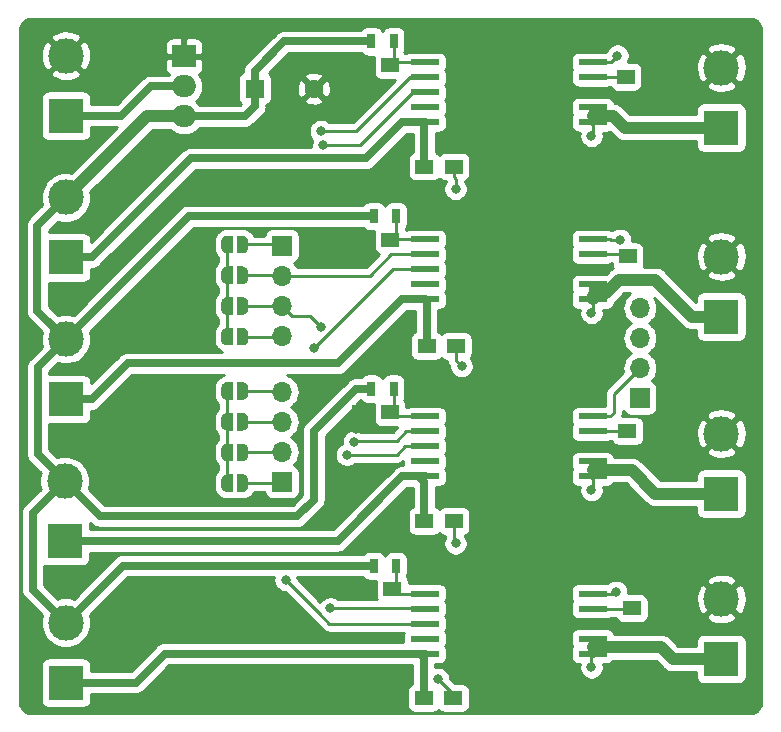
<source format=gtl>
G04 #@! TF.GenerationSoftware,KiCad,Pcbnew,5.1.4-e60b266~84~ubuntu18.04.1*
G04 #@! TF.CreationDate,2019-08-12T22:35:42+05:30*
G04 #@! TF.ProjectId,STCS2A_driver_rev1,53544353-3241-45f6-9472-697665725f72,rev?*
G04 #@! TF.SameCoordinates,Original*
G04 #@! TF.FileFunction,Copper,L1,Top*
G04 #@! TF.FilePolarity,Positive*
%FSLAX46Y46*%
G04 Gerber Fmt 4.6, Leading zero omitted, Abs format (unit mm)*
G04 Created by KiCad (PCBNEW 5.1.4-e60b266~84~ubuntu18.04.1) date 2019-08-12 22:35:42*
%MOMM*%
%LPD*%
G04 APERTURE LIST*
%ADD10R,7.600000X9.600000*%
%ADD11R,2.450000X0.500000*%
%ADD12C,1.600000*%
%ADD13R,1.600000X1.600000*%
%ADD14C,3.000000*%
%ADD15R,3.000000X3.000000*%
%ADD16R,1.500000X1.250000*%
%ADD17O,1.700000X1.700000*%
%ADD18R,1.700000X1.700000*%
%ADD19O,2.000000X1.905000*%
%ADD20R,2.000000X1.905000*%
%ADD21C,0.500000*%
%ADD22C,0.100000*%
%ADD23R,0.700000X1.300000*%
%ADD24C,0.800000*%
%ADD25C,0.700000*%
%ADD26C,0.250000*%
%ADD27C,1.000000*%
%ADD28C,0.254000*%
G04 APERTURE END LIST*
D10*
X92000000Y-81000000D03*
D11*
X99100000Y-78460000D03*
X99100000Y-79730000D03*
X99100000Y-81000000D03*
X99100000Y-82270000D03*
X99100000Y-83540000D03*
X84900000Y-83540000D03*
X84900000Y-82270000D03*
X84900000Y-81000000D03*
X84900000Y-79730000D03*
X84900000Y-78460000D03*
D12*
X75500000Y-50700000D03*
D13*
X70500000Y-50700000D03*
D14*
X110000000Y-64920000D03*
D15*
X110000000Y-70000000D03*
D16*
X79450000Y-48700000D03*
X81950000Y-48700000D03*
D10*
X92000000Y-96000000D03*
D11*
X99100000Y-93460000D03*
X99100000Y-94730000D03*
X99100000Y-96000000D03*
X99100000Y-97270000D03*
X99100000Y-98540000D03*
X84900000Y-98540000D03*
X84900000Y-97270000D03*
X84900000Y-96000000D03*
X84900000Y-94730000D03*
X84900000Y-93460000D03*
D10*
X92000000Y-66000000D03*
D11*
X99100000Y-63460000D03*
X99100000Y-64730000D03*
X99100000Y-66000000D03*
X99100000Y-67270000D03*
X99100000Y-68540000D03*
X84900000Y-68540000D03*
X84900000Y-67270000D03*
X84900000Y-66000000D03*
X84900000Y-64730000D03*
X84900000Y-63460000D03*
D10*
X92000000Y-51000000D03*
D11*
X99100000Y-48460000D03*
X99100000Y-49730000D03*
X99100000Y-51000000D03*
X99100000Y-52270000D03*
X99100000Y-53540000D03*
X84900000Y-53540000D03*
X84900000Y-52270000D03*
X84900000Y-51000000D03*
X84900000Y-49730000D03*
X84900000Y-48460000D03*
D16*
X102450000Y-94700000D03*
X104950000Y-94700000D03*
X84800000Y-102300000D03*
X87300000Y-102300000D03*
X84850000Y-87300000D03*
X87350000Y-87300000D03*
X79650000Y-93100000D03*
X82150000Y-93100000D03*
X101900000Y-49700000D03*
X104400000Y-49700000D03*
X102050000Y-79700000D03*
X104550000Y-79700000D03*
X102100000Y-64900000D03*
X104600000Y-64900000D03*
X79450000Y-78100000D03*
X81950000Y-78100000D03*
X84850000Y-57300000D03*
X87350000Y-57300000D03*
X85050000Y-72500000D03*
X87550000Y-72500000D03*
X79450000Y-63500000D03*
X81950000Y-63500000D03*
D14*
X54500000Y-71920000D03*
D15*
X54500000Y-77000000D03*
D17*
X72800000Y-76380000D03*
X72800000Y-78920000D03*
X72800000Y-81460000D03*
D18*
X72800000Y-84000000D03*
D19*
X64500000Y-53040000D03*
X64500000Y-50500000D03*
D20*
X64500000Y-47960000D03*
D21*
X68150000Y-84100000D03*
D22*
G36*
X68150000Y-84849398D02*
G01*
X68125466Y-84849398D01*
X68076635Y-84844588D01*
X68028510Y-84835016D01*
X67981555Y-84820772D01*
X67936222Y-84801995D01*
X67892949Y-84778864D01*
X67852150Y-84751604D01*
X67814221Y-84720476D01*
X67779524Y-84685779D01*
X67748396Y-84647850D01*
X67721136Y-84607051D01*
X67698005Y-84563778D01*
X67679228Y-84518445D01*
X67664984Y-84471490D01*
X67655412Y-84423365D01*
X67650602Y-84374534D01*
X67650602Y-84350000D01*
X67650000Y-84350000D01*
X67650000Y-83850000D01*
X67650602Y-83850000D01*
X67650602Y-83825466D01*
X67655412Y-83776635D01*
X67664984Y-83728510D01*
X67679228Y-83681555D01*
X67698005Y-83636222D01*
X67721136Y-83592949D01*
X67748396Y-83552150D01*
X67779524Y-83514221D01*
X67814221Y-83479524D01*
X67852150Y-83448396D01*
X67892949Y-83421136D01*
X67936222Y-83398005D01*
X67981555Y-83379228D01*
X68028510Y-83364984D01*
X68076635Y-83355412D01*
X68125466Y-83350602D01*
X68150000Y-83350602D01*
X68150000Y-83350000D01*
X68650000Y-83350000D01*
X68650000Y-84850000D01*
X68150000Y-84850000D01*
X68150000Y-84849398D01*
X68150000Y-84849398D01*
G37*
D21*
X69450000Y-84100000D03*
D22*
G36*
X68950000Y-83350000D02*
G01*
X69450000Y-83350000D01*
X69450000Y-83350602D01*
X69474534Y-83350602D01*
X69523365Y-83355412D01*
X69571490Y-83364984D01*
X69618445Y-83379228D01*
X69663778Y-83398005D01*
X69707051Y-83421136D01*
X69747850Y-83448396D01*
X69785779Y-83479524D01*
X69820476Y-83514221D01*
X69851604Y-83552150D01*
X69878864Y-83592949D01*
X69901995Y-83636222D01*
X69920772Y-83681555D01*
X69935016Y-83728510D01*
X69944588Y-83776635D01*
X69949398Y-83825466D01*
X69949398Y-83850000D01*
X69950000Y-83850000D01*
X69950000Y-84350000D01*
X69949398Y-84350000D01*
X69949398Y-84374534D01*
X69944588Y-84423365D01*
X69935016Y-84471490D01*
X69920772Y-84518445D01*
X69901995Y-84563778D01*
X69878864Y-84607051D01*
X69851604Y-84647850D01*
X69820476Y-84685779D01*
X69785779Y-84720476D01*
X69747850Y-84751604D01*
X69707051Y-84778864D01*
X69663778Y-84801995D01*
X69618445Y-84820772D01*
X69571490Y-84835016D01*
X69523365Y-84844588D01*
X69474534Y-84849398D01*
X69450000Y-84849398D01*
X69450000Y-84850000D01*
X68950000Y-84850000D01*
X68950000Y-83350000D01*
X68950000Y-83350000D01*
G37*
D21*
X68150000Y-81500000D03*
D22*
G36*
X68150000Y-82249398D02*
G01*
X68125466Y-82249398D01*
X68076635Y-82244588D01*
X68028510Y-82235016D01*
X67981555Y-82220772D01*
X67936222Y-82201995D01*
X67892949Y-82178864D01*
X67852150Y-82151604D01*
X67814221Y-82120476D01*
X67779524Y-82085779D01*
X67748396Y-82047850D01*
X67721136Y-82007051D01*
X67698005Y-81963778D01*
X67679228Y-81918445D01*
X67664984Y-81871490D01*
X67655412Y-81823365D01*
X67650602Y-81774534D01*
X67650602Y-81750000D01*
X67650000Y-81750000D01*
X67650000Y-81250000D01*
X67650602Y-81250000D01*
X67650602Y-81225466D01*
X67655412Y-81176635D01*
X67664984Y-81128510D01*
X67679228Y-81081555D01*
X67698005Y-81036222D01*
X67721136Y-80992949D01*
X67748396Y-80952150D01*
X67779524Y-80914221D01*
X67814221Y-80879524D01*
X67852150Y-80848396D01*
X67892949Y-80821136D01*
X67936222Y-80798005D01*
X67981555Y-80779228D01*
X68028510Y-80764984D01*
X68076635Y-80755412D01*
X68125466Y-80750602D01*
X68150000Y-80750602D01*
X68150000Y-80750000D01*
X68650000Y-80750000D01*
X68650000Y-82250000D01*
X68150000Y-82250000D01*
X68150000Y-82249398D01*
X68150000Y-82249398D01*
G37*
D21*
X69450000Y-81500000D03*
D22*
G36*
X68950000Y-80750000D02*
G01*
X69450000Y-80750000D01*
X69450000Y-80750602D01*
X69474534Y-80750602D01*
X69523365Y-80755412D01*
X69571490Y-80764984D01*
X69618445Y-80779228D01*
X69663778Y-80798005D01*
X69707051Y-80821136D01*
X69747850Y-80848396D01*
X69785779Y-80879524D01*
X69820476Y-80914221D01*
X69851604Y-80952150D01*
X69878864Y-80992949D01*
X69901995Y-81036222D01*
X69920772Y-81081555D01*
X69935016Y-81128510D01*
X69944588Y-81176635D01*
X69949398Y-81225466D01*
X69949398Y-81250000D01*
X69950000Y-81250000D01*
X69950000Y-81750000D01*
X69949398Y-81750000D01*
X69949398Y-81774534D01*
X69944588Y-81823365D01*
X69935016Y-81871490D01*
X69920772Y-81918445D01*
X69901995Y-81963778D01*
X69878864Y-82007051D01*
X69851604Y-82047850D01*
X69820476Y-82085779D01*
X69785779Y-82120476D01*
X69747850Y-82151604D01*
X69707051Y-82178864D01*
X69663778Y-82201995D01*
X69618445Y-82220772D01*
X69571490Y-82235016D01*
X69523365Y-82244588D01*
X69474534Y-82249398D01*
X69450000Y-82249398D01*
X69450000Y-82250000D01*
X68950000Y-82250000D01*
X68950000Y-80750000D01*
X68950000Y-80750000D01*
G37*
D21*
X68150000Y-78900000D03*
D22*
G36*
X68150000Y-79649398D02*
G01*
X68125466Y-79649398D01*
X68076635Y-79644588D01*
X68028510Y-79635016D01*
X67981555Y-79620772D01*
X67936222Y-79601995D01*
X67892949Y-79578864D01*
X67852150Y-79551604D01*
X67814221Y-79520476D01*
X67779524Y-79485779D01*
X67748396Y-79447850D01*
X67721136Y-79407051D01*
X67698005Y-79363778D01*
X67679228Y-79318445D01*
X67664984Y-79271490D01*
X67655412Y-79223365D01*
X67650602Y-79174534D01*
X67650602Y-79150000D01*
X67650000Y-79150000D01*
X67650000Y-78650000D01*
X67650602Y-78650000D01*
X67650602Y-78625466D01*
X67655412Y-78576635D01*
X67664984Y-78528510D01*
X67679228Y-78481555D01*
X67698005Y-78436222D01*
X67721136Y-78392949D01*
X67748396Y-78352150D01*
X67779524Y-78314221D01*
X67814221Y-78279524D01*
X67852150Y-78248396D01*
X67892949Y-78221136D01*
X67936222Y-78198005D01*
X67981555Y-78179228D01*
X68028510Y-78164984D01*
X68076635Y-78155412D01*
X68125466Y-78150602D01*
X68150000Y-78150602D01*
X68150000Y-78150000D01*
X68650000Y-78150000D01*
X68650000Y-79650000D01*
X68150000Y-79650000D01*
X68150000Y-79649398D01*
X68150000Y-79649398D01*
G37*
D21*
X69450000Y-78900000D03*
D22*
G36*
X68950000Y-78150000D02*
G01*
X69450000Y-78150000D01*
X69450000Y-78150602D01*
X69474534Y-78150602D01*
X69523365Y-78155412D01*
X69571490Y-78164984D01*
X69618445Y-78179228D01*
X69663778Y-78198005D01*
X69707051Y-78221136D01*
X69747850Y-78248396D01*
X69785779Y-78279524D01*
X69820476Y-78314221D01*
X69851604Y-78352150D01*
X69878864Y-78392949D01*
X69901995Y-78436222D01*
X69920772Y-78481555D01*
X69935016Y-78528510D01*
X69944588Y-78576635D01*
X69949398Y-78625466D01*
X69949398Y-78650000D01*
X69950000Y-78650000D01*
X69950000Y-79150000D01*
X69949398Y-79150000D01*
X69949398Y-79174534D01*
X69944588Y-79223365D01*
X69935016Y-79271490D01*
X69920772Y-79318445D01*
X69901995Y-79363778D01*
X69878864Y-79407051D01*
X69851604Y-79447850D01*
X69820476Y-79485779D01*
X69785779Y-79520476D01*
X69747850Y-79551604D01*
X69707051Y-79578864D01*
X69663778Y-79601995D01*
X69618445Y-79620772D01*
X69571490Y-79635016D01*
X69523365Y-79644588D01*
X69474534Y-79649398D01*
X69450000Y-79649398D01*
X69450000Y-79650000D01*
X68950000Y-79650000D01*
X68950000Y-78150000D01*
X68950000Y-78150000D01*
G37*
D21*
X68150000Y-76300000D03*
D22*
G36*
X68150000Y-77049398D02*
G01*
X68125466Y-77049398D01*
X68076635Y-77044588D01*
X68028510Y-77035016D01*
X67981555Y-77020772D01*
X67936222Y-77001995D01*
X67892949Y-76978864D01*
X67852150Y-76951604D01*
X67814221Y-76920476D01*
X67779524Y-76885779D01*
X67748396Y-76847850D01*
X67721136Y-76807051D01*
X67698005Y-76763778D01*
X67679228Y-76718445D01*
X67664984Y-76671490D01*
X67655412Y-76623365D01*
X67650602Y-76574534D01*
X67650602Y-76550000D01*
X67650000Y-76550000D01*
X67650000Y-76050000D01*
X67650602Y-76050000D01*
X67650602Y-76025466D01*
X67655412Y-75976635D01*
X67664984Y-75928510D01*
X67679228Y-75881555D01*
X67698005Y-75836222D01*
X67721136Y-75792949D01*
X67748396Y-75752150D01*
X67779524Y-75714221D01*
X67814221Y-75679524D01*
X67852150Y-75648396D01*
X67892949Y-75621136D01*
X67936222Y-75598005D01*
X67981555Y-75579228D01*
X68028510Y-75564984D01*
X68076635Y-75555412D01*
X68125466Y-75550602D01*
X68150000Y-75550602D01*
X68150000Y-75550000D01*
X68650000Y-75550000D01*
X68650000Y-77050000D01*
X68150000Y-77050000D01*
X68150000Y-77049398D01*
X68150000Y-77049398D01*
G37*
D21*
X69450000Y-76300000D03*
D22*
G36*
X68950000Y-75550000D02*
G01*
X69450000Y-75550000D01*
X69450000Y-75550602D01*
X69474534Y-75550602D01*
X69523365Y-75555412D01*
X69571490Y-75564984D01*
X69618445Y-75579228D01*
X69663778Y-75598005D01*
X69707051Y-75621136D01*
X69747850Y-75648396D01*
X69785779Y-75679524D01*
X69820476Y-75714221D01*
X69851604Y-75752150D01*
X69878864Y-75792949D01*
X69901995Y-75836222D01*
X69920772Y-75881555D01*
X69935016Y-75928510D01*
X69944588Y-75976635D01*
X69949398Y-76025466D01*
X69949398Y-76050000D01*
X69950000Y-76050000D01*
X69950000Y-76550000D01*
X69949398Y-76550000D01*
X69949398Y-76574534D01*
X69944588Y-76623365D01*
X69935016Y-76671490D01*
X69920772Y-76718445D01*
X69901995Y-76763778D01*
X69878864Y-76807051D01*
X69851604Y-76847850D01*
X69820476Y-76885779D01*
X69785779Y-76920476D01*
X69747850Y-76951604D01*
X69707051Y-76978864D01*
X69663778Y-77001995D01*
X69618445Y-77020772D01*
X69571490Y-77035016D01*
X69523365Y-77044588D01*
X69474534Y-77049398D01*
X69450000Y-77049398D01*
X69450000Y-77050000D01*
X68950000Y-77050000D01*
X68950000Y-75550000D01*
X68950000Y-75550000D01*
G37*
D21*
X69450000Y-71700000D03*
D22*
G36*
X69450000Y-70950602D02*
G01*
X69474534Y-70950602D01*
X69523365Y-70955412D01*
X69571490Y-70964984D01*
X69618445Y-70979228D01*
X69663778Y-70998005D01*
X69707051Y-71021136D01*
X69747850Y-71048396D01*
X69785779Y-71079524D01*
X69820476Y-71114221D01*
X69851604Y-71152150D01*
X69878864Y-71192949D01*
X69901995Y-71236222D01*
X69920772Y-71281555D01*
X69935016Y-71328510D01*
X69944588Y-71376635D01*
X69949398Y-71425466D01*
X69949398Y-71450000D01*
X69950000Y-71450000D01*
X69950000Y-71950000D01*
X69949398Y-71950000D01*
X69949398Y-71974534D01*
X69944588Y-72023365D01*
X69935016Y-72071490D01*
X69920772Y-72118445D01*
X69901995Y-72163778D01*
X69878864Y-72207051D01*
X69851604Y-72247850D01*
X69820476Y-72285779D01*
X69785779Y-72320476D01*
X69747850Y-72351604D01*
X69707051Y-72378864D01*
X69663778Y-72401995D01*
X69618445Y-72420772D01*
X69571490Y-72435016D01*
X69523365Y-72444588D01*
X69474534Y-72449398D01*
X69450000Y-72449398D01*
X69450000Y-72450000D01*
X68950000Y-72450000D01*
X68950000Y-70950000D01*
X69450000Y-70950000D01*
X69450000Y-70950602D01*
X69450000Y-70950602D01*
G37*
D21*
X68150000Y-71700000D03*
D22*
G36*
X68650000Y-72450000D02*
G01*
X68150000Y-72450000D01*
X68150000Y-72449398D01*
X68125466Y-72449398D01*
X68076635Y-72444588D01*
X68028510Y-72435016D01*
X67981555Y-72420772D01*
X67936222Y-72401995D01*
X67892949Y-72378864D01*
X67852150Y-72351604D01*
X67814221Y-72320476D01*
X67779524Y-72285779D01*
X67748396Y-72247850D01*
X67721136Y-72207051D01*
X67698005Y-72163778D01*
X67679228Y-72118445D01*
X67664984Y-72071490D01*
X67655412Y-72023365D01*
X67650602Y-71974534D01*
X67650602Y-71950000D01*
X67650000Y-71950000D01*
X67650000Y-71450000D01*
X67650602Y-71450000D01*
X67650602Y-71425466D01*
X67655412Y-71376635D01*
X67664984Y-71328510D01*
X67679228Y-71281555D01*
X67698005Y-71236222D01*
X67721136Y-71192949D01*
X67748396Y-71152150D01*
X67779524Y-71114221D01*
X67814221Y-71079524D01*
X67852150Y-71048396D01*
X67892949Y-71021136D01*
X67936222Y-70998005D01*
X67981555Y-70979228D01*
X68028510Y-70964984D01*
X68076635Y-70955412D01*
X68125466Y-70950602D01*
X68150000Y-70950602D01*
X68150000Y-70950000D01*
X68650000Y-70950000D01*
X68650000Y-72450000D01*
X68650000Y-72450000D01*
G37*
D21*
X69450000Y-69100000D03*
D22*
G36*
X69450000Y-68350602D02*
G01*
X69474534Y-68350602D01*
X69523365Y-68355412D01*
X69571490Y-68364984D01*
X69618445Y-68379228D01*
X69663778Y-68398005D01*
X69707051Y-68421136D01*
X69747850Y-68448396D01*
X69785779Y-68479524D01*
X69820476Y-68514221D01*
X69851604Y-68552150D01*
X69878864Y-68592949D01*
X69901995Y-68636222D01*
X69920772Y-68681555D01*
X69935016Y-68728510D01*
X69944588Y-68776635D01*
X69949398Y-68825466D01*
X69949398Y-68850000D01*
X69950000Y-68850000D01*
X69950000Y-69350000D01*
X69949398Y-69350000D01*
X69949398Y-69374534D01*
X69944588Y-69423365D01*
X69935016Y-69471490D01*
X69920772Y-69518445D01*
X69901995Y-69563778D01*
X69878864Y-69607051D01*
X69851604Y-69647850D01*
X69820476Y-69685779D01*
X69785779Y-69720476D01*
X69747850Y-69751604D01*
X69707051Y-69778864D01*
X69663778Y-69801995D01*
X69618445Y-69820772D01*
X69571490Y-69835016D01*
X69523365Y-69844588D01*
X69474534Y-69849398D01*
X69450000Y-69849398D01*
X69450000Y-69850000D01*
X68950000Y-69850000D01*
X68950000Y-68350000D01*
X69450000Y-68350000D01*
X69450000Y-68350602D01*
X69450000Y-68350602D01*
G37*
D21*
X68150000Y-69100000D03*
D22*
G36*
X68650000Y-69850000D02*
G01*
X68150000Y-69850000D01*
X68150000Y-69849398D01*
X68125466Y-69849398D01*
X68076635Y-69844588D01*
X68028510Y-69835016D01*
X67981555Y-69820772D01*
X67936222Y-69801995D01*
X67892949Y-69778864D01*
X67852150Y-69751604D01*
X67814221Y-69720476D01*
X67779524Y-69685779D01*
X67748396Y-69647850D01*
X67721136Y-69607051D01*
X67698005Y-69563778D01*
X67679228Y-69518445D01*
X67664984Y-69471490D01*
X67655412Y-69423365D01*
X67650602Y-69374534D01*
X67650602Y-69350000D01*
X67650000Y-69350000D01*
X67650000Y-68850000D01*
X67650602Y-68850000D01*
X67650602Y-68825466D01*
X67655412Y-68776635D01*
X67664984Y-68728510D01*
X67679228Y-68681555D01*
X67698005Y-68636222D01*
X67721136Y-68592949D01*
X67748396Y-68552150D01*
X67779524Y-68514221D01*
X67814221Y-68479524D01*
X67852150Y-68448396D01*
X67892949Y-68421136D01*
X67936222Y-68398005D01*
X67981555Y-68379228D01*
X68028510Y-68364984D01*
X68076635Y-68355412D01*
X68125466Y-68350602D01*
X68150000Y-68350602D01*
X68150000Y-68350000D01*
X68650000Y-68350000D01*
X68650000Y-69850000D01*
X68650000Y-69850000D01*
G37*
D21*
X69450000Y-66500000D03*
D22*
G36*
X69450000Y-65750602D02*
G01*
X69474534Y-65750602D01*
X69523365Y-65755412D01*
X69571490Y-65764984D01*
X69618445Y-65779228D01*
X69663778Y-65798005D01*
X69707051Y-65821136D01*
X69747850Y-65848396D01*
X69785779Y-65879524D01*
X69820476Y-65914221D01*
X69851604Y-65952150D01*
X69878864Y-65992949D01*
X69901995Y-66036222D01*
X69920772Y-66081555D01*
X69935016Y-66128510D01*
X69944588Y-66176635D01*
X69949398Y-66225466D01*
X69949398Y-66250000D01*
X69950000Y-66250000D01*
X69950000Y-66750000D01*
X69949398Y-66750000D01*
X69949398Y-66774534D01*
X69944588Y-66823365D01*
X69935016Y-66871490D01*
X69920772Y-66918445D01*
X69901995Y-66963778D01*
X69878864Y-67007051D01*
X69851604Y-67047850D01*
X69820476Y-67085779D01*
X69785779Y-67120476D01*
X69747850Y-67151604D01*
X69707051Y-67178864D01*
X69663778Y-67201995D01*
X69618445Y-67220772D01*
X69571490Y-67235016D01*
X69523365Y-67244588D01*
X69474534Y-67249398D01*
X69450000Y-67249398D01*
X69450000Y-67250000D01*
X68950000Y-67250000D01*
X68950000Y-65750000D01*
X69450000Y-65750000D01*
X69450000Y-65750602D01*
X69450000Y-65750602D01*
G37*
D21*
X68150000Y-66500000D03*
D22*
G36*
X68650000Y-67250000D02*
G01*
X68150000Y-67250000D01*
X68150000Y-67249398D01*
X68125466Y-67249398D01*
X68076635Y-67244588D01*
X68028510Y-67235016D01*
X67981555Y-67220772D01*
X67936222Y-67201995D01*
X67892949Y-67178864D01*
X67852150Y-67151604D01*
X67814221Y-67120476D01*
X67779524Y-67085779D01*
X67748396Y-67047850D01*
X67721136Y-67007051D01*
X67698005Y-66963778D01*
X67679228Y-66918445D01*
X67664984Y-66871490D01*
X67655412Y-66823365D01*
X67650602Y-66774534D01*
X67650602Y-66750000D01*
X67650000Y-66750000D01*
X67650000Y-66250000D01*
X67650602Y-66250000D01*
X67650602Y-66225466D01*
X67655412Y-66176635D01*
X67664984Y-66128510D01*
X67679228Y-66081555D01*
X67698005Y-66036222D01*
X67721136Y-65992949D01*
X67748396Y-65952150D01*
X67779524Y-65914221D01*
X67814221Y-65879524D01*
X67852150Y-65848396D01*
X67892949Y-65821136D01*
X67936222Y-65798005D01*
X67981555Y-65779228D01*
X68028510Y-65764984D01*
X68076635Y-65755412D01*
X68125466Y-65750602D01*
X68150000Y-65750602D01*
X68150000Y-65750000D01*
X68650000Y-65750000D01*
X68650000Y-67250000D01*
X68650000Y-67250000D01*
G37*
D21*
X69450000Y-63900000D03*
D22*
G36*
X69450000Y-63150602D02*
G01*
X69474534Y-63150602D01*
X69523365Y-63155412D01*
X69571490Y-63164984D01*
X69618445Y-63179228D01*
X69663778Y-63198005D01*
X69707051Y-63221136D01*
X69747850Y-63248396D01*
X69785779Y-63279524D01*
X69820476Y-63314221D01*
X69851604Y-63352150D01*
X69878864Y-63392949D01*
X69901995Y-63436222D01*
X69920772Y-63481555D01*
X69935016Y-63528510D01*
X69944588Y-63576635D01*
X69949398Y-63625466D01*
X69949398Y-63650000D01*
X69950000Y-63650000D01*
X69950000Y-64150000D01*
X69949398Y-64150000D01*
X69949398Y-64174534D01*
X69944588Y-64223365D01*
X69935016Y-64271490D01*
X69920772Y-64318445D01*
X69901995Y-64363778D01*
X69878864Y-64407051D01*
X69851604Y-64447850D01*
X69820476Y-64485779D01*
X69785779Y-64520476D01*
X69747850Y-64551604D01*
X69707051Y-64578864D01*
X69663778Y-64601995D01*
X69618445Y-64620772D01*
X69571490Y-64635016D01*
X69523365Y-64644588D01*
X69474534Y-64649398D01*
X69450000Y-64649398D01*
X69450000Y-64650000D01*
X68950000Y-64650000D01*
X68950000Y-63150000D01*
X69450000Y-63150000D01*
X69450000Y-63150602D01*
X69450000Y-63150602D01*
G37*
D21*
X68150000Y-63900000D03*
D22*
G36*
X68650000Y-64650000D02*
G01*
X68150000Y-64650000D01*
X68150000Y-64649398D01*
X68125466Y-64649398D01*
X68076635Y-64644588D01*
X68028510Y-64635016D01*
X67981555Y-64620772D01*
X67936222Y-64601995D01*
X67892949Y-64578864D01*
X67852150Y-64551604D01*
X67814221Y-64520476D01*
X67779524Y-64485779D01*
X67748396Y-64447850D01*
X67721136Y-64407051D01*
X67698005Y-64363778D01*
X67679228Y-64318445D01*
X67664984Y-64271490D01*
X67655412Y-64223365D01*
X67650602Y-64174534D01*
X67650602Y-64150000D01*
X67650000Y-64150000D01*
X67650000Y-63650000D01*
X67650602Y-63650000D01*
X67650602Y-63625466D01*
X67655412Y-63576635D01*
X67664984Y-63528510D01*
X67679228Y-63481555D01*
X67698005Y-63436222D01*
X67721136Y-63392949D01*
X67748396Y-63352150D01*
X67779524Y-63314221D01*
X67814221Y-63279524D01*
X67852150Y-63248396D01*
X67892949Y-63221136D01*
X67936222Y-63198005D01*
X67981555Y-63179228D01*
X68028510Y-63164984D01*
X68076635Y-63155412D01*
X68125466Y-63150602D01*
X68150000Y-63150602D01*
X68150000Y-63150000D01*
X68650000Y-63150000D01*
X68650000Y-64650000D01*
X68650000Y-64650000D01*
G37*
D14*
X110000000Y-93920000D03*
D15*
X110000000Y-99000000D03*
D14*
X110000000Y-79920000D03*
D15*
X110000000Y-85000000D03*
D14*
X54500000Y-95920000D03*
D15*
X54500000Y-101000000D03*
D14*
X54400000Y-83920000D03*
D15*
X54400000Y-89000000D03*
D14*
X110000000Y-48920000D03*
D15*
X110000000Y-54000000D03*
D17*
X103100000Y-69280000D03*
X103100000Y-71820000D03*
X103100000Y-74360000D03*
D18*
X103100000Y-76900000D03*
D14*
X54500000Y-59920000D03*
D15*
X54500000Y-65000000D03*
D17*
X72800000Y-71620000D03*
X72800000Y-69080000D03*
X72800000Y-66540000D03*
D18*
X72800000Y-64000000D03*
D23*
X80550000Y-91100000D03*
X82450000Y-91100000D03*
X80350000Y-76100000D03*
X82250000Y-76100000D03*
X80350000Y-46700000D03*
X82250000Y-46700000D03*
X80550000Y-61500000D03*
X82450000Y-61500000D03*
D14*
X54500000Y-47920000D03*
D15*
X54500000Y-53000000D03*
D24*
X78500000Y-65300000D03*
X78500000Y-50700000D03*
X79100000Y-79500000D03*
X76100000Y-92700000D03*
X92000000Y-56200000D03*
X92000000Y-59200000D03*
X92000000Y-71700000D03*
X92000000Y-74200000D03*
X92000000Y-89200000D03*
X92000000Y-86200000D03*
X92000000Y-96000000D03*
X92000000Y-81000000D03*
X92000000Y-51000000D03*
X92000000Y-66000000D03*
X92000000Y-66000000D03*
X95800000Y-51000000D03*
X95800000Y-66000000D03*
X95800000Y-81000000D03*
X95800000Y-96000000D03*
X76100000Y-54300000D03*
X76100000Y-70900000D03*
X78900000Y-80600000D03*
X76900000Y-94700000D03*
X73100000Y-92300000D03*
X78300000Y-81700000D03*
X75500000Y-72700000D03*
X76300000Y-55500000D03*
X101200000Y-47900000D03*
X101400000Y-63500000D03*
X101100000Y-93300000D03*
X99000000Y-69700000D03*
X88000000Y-74200000D03*
X99000000Y-54700000D03*
X87500000Y-59200000D03*
X99000000Y-84700000D03*
X87500000Y-89200000D03*
X86000000Y-100700000D03*
X99000000Y-99700000D03*
D25*
X92000000Y-96000000D02*
X92000000Y-90500000D01*
X99100000Y-51000000D02*
X97175000Y-51000000D01*
X79450000Y-63500000D02*
X79450000Y-64350000D01*
X79450000Y-64350000D02*
X78500000Y-65300000D01*
X79450000Y-48700000D02*
X79450000Y-49750000D01*
X79450000Y-49750000D02*
X78500000Y-50700000D01*
X79450000Y-78100000D02*
X79450000Y-79150000D01*
X79450000Y-79150000D02*
X79100000Y-79500000D01*
X79650000Y-93100000D02*
X76500000Y-93100000D01*
X76500000Y-93100000D02*
X76100000Y-92700000D01*
X92000000Y-56700000D02*
X92000000Y-51000000D01*
X92000000Y-57700000D02*
X92000000Y-56700000D01*
X92000000Y-58700000D02*
X92000000Y-57700000D01*
X92000000Y-59200000D02*
X92000000Y-58700000D01*
X92000000Y-59700000D02*
X92000000Y-59200000D01*
X92000000Y-66000000D02*
X92000000Y-59700000D01*
X92000000Y-81000000D02*
X92000000Y-74200000D01*
X92000000Y-74200000D02*
X92000000Y-66000000D01*
X92000000Y-90500000D02*
X92000000Y-89200000D01*
X92000000Y-86200000D02*
X92000000Y-81000000D01*
X92000000Y-89200000D02*
X92000000Y-86200000D01*
X99100000Y-66000000D02*
X97175000Y-66000000D01*
X92000000Y-51000000D02*
X95800000Y-51000000D01*
X97175000Y-51000000D02*
X95800000Y-51000000D01*
X92000000Y-66000000D02*
X95800000Y-66000000D01*
X97175000Y-66000000D02*
X95800000Y-66000000D01*
X92000000Y-81000000D02*
X95800000Y-81000000D01*
X99100000Y-81000000D02*
X95800000Y-81000000D01*
X92000000Y-96000000D02*
X95800000Y-96000000D01*
X99100000Y-96000000D02*
X95800000Y-96000000D01*
X54500000Y-53000000D02*
X59200000Y-53000000D01*
X61700000Y-50500000D02*
X64500000Y-50500000D01*
X59200000Y-53000000D02*
X61700000Y-50500000D01*
D26*
X81990000Y-63460000D02*
X81950000Y-63500000D01*
X84900000Y-63460000D02*
X81990000Y-63460000D01*
X82450000Y-63000000D02*
X81950000Y-63500000D01*
X82450000Y-61500000D02*
X82450000Y-63000000D01*
X82190000Y-48460000D02*
X81950000Y-48700000D01*
X84900000Y-48460000D02*
X82190000Y-48460000D01*
X82250000Y-48400000D02*
X81950000Y-48700000D01*
X82250000Y-46700000D02*
X82250000Y-48400000D01*
X82310000Y-78460000D02*
X81950000Y-78100000D01*
X84900000Y-78460000D02*
X82310000Y-78460000D01*
X82250000Y-77800000D02*
X81950000Y-78100000D01*
X82250000Y-76100000D02*
X82250000Y-77800000D01*
X101930000Y-64730000D02*
X102100000Y-64900000D01*
X99100000Y-64730000D02*
X101930000Y-64730000D01*
X102020000Y-79730000D02*
X102050000Y-79700000D01*
X99100000Y-79730000D02*
X102020000Y-79730000D01*
X101870000Y-49730000D02*
X101900000Y-49700000D01*
X99100000Y-49730000D02*
X101870000Y-49730000D01*
X72700000Y-63900000D02*
X72800000Y-64000000D01*
X69450000Y-63900000D02*
X72700000Y-63900000D01*
X83670000Y-49730000D02*
X84900000Y-49730000D01*
X76100000Y-54300000D02*
X79100000Y-54300000D01*
X79100000Y-54300000D02*
X83670000Y-49730000D01*
X72760000Y-66500000D02*
X72800000Y-66540000D01*
X69450000Y-66500000D02*
X72760000Y-66500000D01*
X84900000Y-64730000D02*
X82070000Y-64730000D01*
X80260000Y-66540000D02*
X72800000Y-66540000D01*
X82070000Y-64730000D02*
X80260000Y-66540000D01*
X72780000Y-69100000D02*
X72800000Y-69080000D01*
X69450000Y-69100000D02*
X72780000Y-69100000D01*
X73649999Y-69929999D02*
X75129999Y-69929999D01*
X72800000Y-69080000D02*
X73649999Y-69929999D01*
X75129999Y-69929999D02*
X76100000Y-70900000D01*
X83270000Y-79730000D02*
X84900000Y-79730000D01*
X82500000Y-80500000D02*
X83270000Y-79730000D01*
X82500000Y-80500000D02*
X79000000Y-80500000D01*
X79000000Y-80500000D02*
X78900000Y-80600000D01*
X72720000Y-71700000D02*
X72800000Y-71620000D01*
X69450000Y-71700000D02*
X72720000Y-71700000D01*
X84870000Y-94700000D02*
X84900000Y-94730000D01*
X76900000Y-94700000D02*
X84870000Y-94700000D01*
X84900000Y-96000000D02*
X79000000Y-96000000D01*
X76800000Y-96000000D02*
X75900000Y-95100000D01*
X79000000Y-96000000D02*
X76800000Y-96000000D01*
X75900000Y-95100000D02*
X73100000Y-92300000D01*
X72700000Y-84100000D02*
X72800000Y-84000000D01*
X69450000Y-84100000D02*
X72700000Y-84100000D01*
X72760000Y-81500000D02*
X72800000Y-81460000D01*
X69450000Y-81500000D02*
X72760000Y-81500000D01*
X84900000Y-81000000D02*
X83200000Y-81000000D01*
X82500000Y-81700000D02*
X78300000Y-81700000D01*
X83200000Y-81000000D02*
X82500000Y-81700000D01*
X72780000Y-78900000D02*
X72800000Y-78920000D01*
X69450000Y-78900000D02*
X72780000Y-78900000D01*
X82200000Y-66000000D02*
X84900000Y-66000000D01*
X75500000Y-72700000D02*
X82200000Y-66000000D01*
X72720000Y-76300000D02*
X72800000Y-76380000D01*
X69450000Y-76300000D02*
X72720000Y-76300000D01*
X83925000Y-51000000D02*
X79425000Y-55500000D01*
X84900000Y-51000000D02*
X83925000Y-51000000D01*
X79425000Y-55500000D02*
X76300000Y-55500000D01*
X100640000Y-48460000D02*
X101200000Y-47900000D01*
X99100000Y-48460000D02*
X100640000Y-48460000D01*
X100575000Y-63460000D02*
X100615000Y-63500000D01*
X99100000Y-63460000D02*
X100575000Y-63460000D01*
X100615000Y-63500000D02*
X101400000Y-63500000D01*
X100575000Y-78460000D02*
X99100000Y-78460000D01*
X100900000Y-78135000D02*
X100575000Y-78460000D01*
X100900000Y-76560000D02*
X100900000Y-78135000D01*
X103100000Y-74360000D02*
X100900000Y-76560000D01*
X100940000Y-93460000D02*
X101100000Y-93300000D01*
X99100000Y-93460000D02*
X100940000Y-93460000D01*
D25*
X54500000Y-95920000D02*
X51700000Y-93120000D01*
X51700000Y-86620000D02*
X54400000Y-83920000D01*
X51700000Y-93120000D02*
X51700000Y-86620000D01*
X64920000Y-61500000D02*
X54500000Y-71920000D01*
X80550000Y-61500000D02*
X64920000Y-61500000D01*
X59320000Y-91100000D02*
X54500000Y-95920000D01*
X80550000Y-91100000D02*
X59320000Y-91100000D01*
X74100000Y-86900000D02*
X57380000Y-86900000D01*
X75500000Y-85500000D02*
X74100000Y-86900000D01*
X57380000Y-86900000D02*
X54400000Y-83920000D01*
X75500000Y-79684998D02*
X75500000Y-85500000D01*
X80350000Y-76100000D02*
X79084998Y-76100000D01*
X79084998Y-76100000D02*
X75500000Y-79684998D01*
X54500000Y-71920000D02*
X52120000Y-74300000D01*
X52120000Y-81640000D02*
X54400000Y-83920000D01*
X52120000Y-74300000D02*
X52120000Y-81640000D01*
X54500000Y-71920000D02*
X52080000Y-69500000D01*
X52080000Y-62340000D02*
X54500000Y-59920000D01*
X52080000Y-69500000D02*
X52080000Y-62340000D01*
X70500000Y-52200000D02*
X70500000Y-50700000D01*
X69660000Y-53040000D02*
X70500000Y-52200000D01*
X64500000Y-53040000D02*
X69660000Y-53040000D01*
X70500000Y-49200000D02*
X70500000Y-50700000D01*
X73000000Y-46700000D02*
X70500000Y-49200000D01*
X80350000Y-46700000D02*
X73000000Y-46700000D01*
D27*
X61380000Y-53040000D02*
X54500000Y-59920000D01*
X64500000Y-53040000D02*
X61380000Y-53040000D01*
D26*
X82510000Y-93460000D02*
X82150000Y-93100000D01*
X84900000Y-93460000D02*
X82510000Y-93460000D01*
X82450000Y-92800000D02*
X82150000Y-93100000D01*
X82450000Y-91100000D02*
X82450000Y-92800000D01*
X102420000Y-94730000D02*
X102450000Y-94700000D01*
X99100000Y-94730000D02*
X102420000Y-94730000D01*
D25*
X56700000Y-77000000D02*
X54500000Y-77000000D01*
X59729999Y-73970001D02*
X56700000Y-77000000D01*
X77544999Y-73970001D02*
X59729999Y-73970001D01*
X82975000Y-68540000D02*
X77544999Y-73970001D01*
X84900000Y-68540000D02*
X82975000Y-68540000D01*
X85050000Y-68690000D02*
X84900000Y-68540000D01*
X85050000Y-72500000D02*
X85050000Y-68690000D01*
X99100000Y-68540000D02*
X99100000Y-67590000D01*
D26*
X99100000Y-68540000D02*
X99100000Y-69600000D01*
X99100000Y-69600000D02*
X99000000Y-69700000D01*
X87550000Y-73750000D02*
X88000000Y-74200000D01*
X87550000Y-72500000D02*
X87550000Y-73750000D01*
D27*
X107500000Y-70000000D02*
X110000000Y-70000000D01*
X99100000Y-68300000D02*
X99400000Y-68000000D01*
X99100000Y-68540000D02*
X99100000Y-68300000D01*
X104400000Y-66900000D02*
X107500000Y-70000000D01*
X99400000Y-68000000D02*
X100200000Y-68000000D01*
X101300000Y-66900000D02*
X104400000Y-66900000D01*
X100200000Y-68000000D02*
X101300000Y-66900000D01*
D25*
X56700000Y-65000000D02*
X54500000Y-65000000D01*
X65100010Y-56599990D02*
X56700000Y-65000000D01*
X79915010Y-56599990D02*
X65100010Y-56599990D01*
X82975000Y-53540000D02*
X79915010Y-56599990D01*
X84900000Y-53540000D02*
X82975000Y-53540000D01*
X84850000Y-53590000D02*
X84900000Y-53540000D01*
X84850000Y-57300000D02*
X84850000Y-53590000D01*
D26*
X99100000Y-53540000D02*
X99100000Y-54600000D01*
X99100000Y-54600000D02*
X99000000Y-54700000D01*
X87350000Y-58175000D02*
X87500000Y-58325000D01*
X87350000Y-57300000D02*
X87350000Y-58175000D01*
X87500000Y-58325000D02*
X87500000Y-59200000D01*
D27*
X110000000Y-54000000D02*
X101800000Y-54000000D01*
X100800000Y-53000000D02*
X99100000Y-53000000D01*
X101800000Y-54000000D02*
X100800000Y-53000000D01*
D25*
X99100000Y-53540000D02*
X99100000Y-53000000D01*
X99100000Y-53000000D02*
X99100000Y-52590000D01*
X56600000Y-89000000D02*
X54400000Y-89000000D01*
X77515000Y-89000000D02*
X56600000Y-89000000D01*
X82975000Y-83540000D02*
X77515000Y-89000000D01*
X84850000Y-87300000D02*
X84850000Y-84050000D01*
X84900000Y-83540000D02*
X84340000Y-83540000D01*
X84850000Y-84050000D02*
X84340000Y-83540000D01*
X84340000Y-83540000D02*
X82975000Y-83540000D01*
D26*
X87450000Y-87200000D02*
X87350000Y-87300000D01*
X99100000Y-84600000D02*
X99000000Y-84700000D01*
X99100000Y-83540000D02*
X99100000Y-84600000D01*
X87350000Y-87300000D02*
X87350000Y-89050000D01*
X87350000Y-89050000D02*
X87500000Y-89200000D01*
D27*
X99100000Y-83000000D02*
X102400000Y-83000000D01*
D25*
X99100000Y-83000000D02*
X99100000Y-82590000D01*
X99100000Y-83540000D02*
X99100000Y-83000000D01*
D27*
X104400000Y-85000000D02*
X110000000Y-85000000D01*
X102400000Y-83000000D02*
X104400000Y-85000000D01*
D25*
X60400000Y-101000000D02*
X54500000Y-101000000D01*
X62860000Y-98540000D02*
X60400000Y-101000000D01*
X84800000Y-98880000D02*
X84460000Y-98540000D01*
X84800000Y-102300000D02*
X84800000Y-98880000D01*
X84900000Y-98540000D02*
X84460000Y-98540000D01*
X84460000Y-98540000D02*
X62860000Y-98540000D01*
D26*
X87300000Y-102300000D02*
X87300000Y-102000000D01*
X87300000Y-102000000D02*
X86000000Y-100700000D01*
X99000000Y-98640000D02*
X99100000Y-98540000D01*
X99000000Y-99700000D02*
X99000000Y-98640000D01*
D27*
X99100000Y-98000000D02*
X104900000Y-98000000D01*
D25*
X99100000Y-98000000D02*
X99100000Y-97590000D01*
X99100000Y-98540000D02*
X99100000Y-98000000D01*
D27*
X105900000Y-99000000D02*
X110000000Y-99000000D01*
X104900000Y-98000000D02*
X105900000Y-99000000D01*
D26*
X68150000Y-71700000D02*
X68150000Y-69100000D01*
X68150000Y-69100000D02*
X68150000Y-66500000D01*
X68150000Y-66500000D02*
X68150000Y-63900000D01*
X68150000Y-84100000D02*
X68150000Y-81500000D01*
X68150000Y-81500000D02*
X68150000Y-78900000D01*
X68150000Y-78900000D02*
X68150000Y-76300000D01*
D28*
G36*
X112670189Y-44844376D02*
G01*
X112833850Y-44894022D01*
X112984672Y-44974638D01*
X113116870Y-45083130D01*
X113225362Y-45215328D01*
X113305978Y-45366150D01*
X113355624Y-45529811D01*
X113373000Y-45706234D01*
X113373000Y-102693766D01*
X113355624Y-102870189D01*
X113305978Y-103033850D01*
X113225362Y-103184672D01*
X113116870Y-103316870D01*
X112984672Y-103425362D01*
X112833850Y-103505978D01*
X112670189Y-103555624D01*
X112493766Y-103573000D01*
X51506234Y-103573000D01*
X51329811Y-103555624D01*
X51166150Y-103505978D01*
X51015328Y-103425362D01*
X50883130Y-103316870D01*
X50774638Y-103184672D01*
X50694022Y-103033850D01*
X50644376Y-102870189D01*
X50627000Y-102693766D01*
X50627000Y-86620000D01*
X50710235Y-86620000D01*
X50715001Y-86668390D01*
X50715000Y-93071620D01*
X50710235Y-93120000D01*
X50715000Y-93168379D01*
X50729253Y-93313093D01*
X50785576Y-93498766D01*
X50877040Y-93669884D01*
X51000130Y-93819870D01*
X51037716Y-93850716D01*
X52457942Y-95270942D01*
X52447047Y-95297244D01*
X52365000Y-95709721D01*
X52365000Y-96130279D01*
X52447047Y-96542756D01*
X52607988Y-96931302D01*
X52841637Y-97280983D01*
X53139017Y-97578363D01*
X53488698Y-97812012D01*
X53877244Y-97972953D01*
X54289721Y-98055000D01*
X54710279Y-98055000D01*
X55122756Y-97972953D01*
X55511302Y-97812012D01*
X55860983Y-97578363D01*
X56158363Y-97280983D01*
X56392012Y-96931302D01*
X56552953Y-96542756D01*
X56635000Y-96130279D01*
X56635000Y-95709721D01*
X56552953Y-95297244D01*
X56542058Y-95270942D01*
X59728000Y-92085000D01*
X72087489Y-92085000D01*
X72065000Y-92198061D01*
X72065000Y-92401939D01*
X72104774Y-92601898D01*
X72182795Y-92790256D01*
X72296063Y-92959774D01*
X72440226Y-93103937D01*
X72609744Y-93217205D01*
X72798102Y-93295226D01*
X72998061Y-93335000D01*
X73060199Y-93335000D01*
X75388997Y-95663799D01*
X75389002Y-95663803D01*
X76236201Y-96511003D01*
X76259999Y-96540001D01*
X76375724Y-96634974D01*
X76507753Y-96705546D01*
X76651014Y-96749003D01*
X76762667Y-96760000D01*
X76762676Y-96760000D01*
X76799999Y-96763676D01*
X76837322Y-96760000D01*
X83093954Y-96760000D01*
X83085498Y-96775820D01*
X83049188Y-96895518D01*
X83036928Y-97020000D01*
X83036928Y-97520000D01*
X83040375Y-97555000D01*
X62908379Y-97555000D01*
X62859999Y-97550235D01*
X62666905Y-97569253D01*
X62636874Y-97578363D01*
X62481233Y-97625576D01*
X62310116Y-97717040D01*
X62160130Y-97840130D01*
X62129284Y-97877716D01*
X59992000Y-100015000D01*
X56638072Y-100015000D01*
X56638072Y-99500000D01*
X56625812Y-99375518D01*
X56589502Y-99255820D01*
X56530537Y-99145506D01*
X56451185Y-99048815D01*
X56354494Y-98969463D01*
X56244180Y-98910498D01*
X56124482Y-98874188D01*
X56000000Y-98861928D01*
X53000000Y-98861928D01*
X52875518Y-98874188D01*
X52755820Y-98910498D01*
X52645506Y-98969463D01*
X52548815Y-99048815D01*
X52469463Y-99145506D01*
X52410498Y-99255820D01*
X52374188Y-99375518D01*
X52361928Y-99500000D01*
X52361928Y-102500000D01*
X52374188Y-102624482D01*
X52410498Y-102744180D01*
X52469463Y-102854494D01*
X52548815Y-102951185D01*
X52645506Y-103030537D01*
X52755820Y-103089502D01*
X52875518Y-103125812D01*
X53000000Y-103138072D01*
X56000000Y-103138072D01*
X56124482Y-103125812D01*
X56244180Y-103089502D01*
X56354494Y-103030537D01*
X56451185Y-102951185D01*
X56530537Y-102854494D01*
X56589502Y-102744180D01*
X56625812Y-102624482D01*
X56638072Y-102500000D01*
X56638072Y-101985000D01*
X60351620Y-101985000D01*
X60400000Y-101989765D01*
X60448380Y-101985000D01*
X60593094Y-101970747D01*
X60778767Y-101914424D01*
X60949884Y-101822960D01*
X61099870Y-101699870D01*
X61130716Y-101662284D01*
X63268000Y-99525000D01*
X83815001Y-99525000D01*
X83815000Y-101082713D01*
X83805820Y-101085498D01*
X83695506Y-101144463D01*
X83598815Y-101223815D01*
X83519463Y-101320506D01*
X83460498Y-101430820D01*
X83424188Y-101550518D01*
X83411928Y-101675000D01*
X83411928Y-102925000D01*
X83424188Y-103049482D01*
X83460498Y-103169180D01*
X83519463Y-103279494D01*
X83598815Y-103376185D01*
X83695506Y-103455537D01*
X83805820Y-103514502D01*
X83925518Y-103550812D01*
X84050000Y-103563072D01*
X85550000Y-103563072D01*
X85674482Y-103550812D01*
X85794180Y-103514502D01*
X85904494Y-103455537D01*
X86001185Y-103376185D01*
X86050000Y-103316704D01*
X86098815Y-103376185D01*
X86195506Y-103455537D01*
X86305820Y-103514502D01*
X86425518Y-103550812D01*
X86550000Y-103563072D01*
X88050000Y-103563072D01*
X88174482Y-103550812D01*
X88294180Y-103514502D01*
X88404494Y-103455537D01*
X88501185Y-103376185D01*
X88580537Y-103279494D01*
X88639502Y-103169180D01*
X88675812Y-103049482D01*
X88688072Y-102925000D01*
X88688072Y-101675000D01*
X88675812Y-101550518D01*
X88639502Y-101430820D01*
X88580537Y-101320506D01*
X88501185Y-101223815D01*
X88404494Y-101144463D01*
X88294180Y-101085498D01*
X88174482Y-101049188D01*
X88050000Y-101036928D01*
X87411730Y-101036928D01*
X87035000Y-100660199D01*
X87035000Y-100598061D01*
X86995226Y-100398102D01*
X86917205Y-100209744D01*
X86803937Y-100040226D01*
X86659774Y-99896063D01*
X86490256Y-99782795D01*
X86301898Y-99704774D01*
X86101939Y-99665000D01*
X85898061Y-99665000D01*
X85785000Y-99687489D01*
X85785000Y-99428072D01*
X86125000Y-99428072D01*
X86249482Y-99415812D01*
X86369180Y-99379502D01*
X86479494Y-99320537D01*
X86576185Y-99241185D01*
X86655537Y-99144494D01*
X86714502Y-99034180D01*
X86750812Y-98914482D01*
X86763072Y-98790000D01*
X86763072Y-98290000D01*
X86750812Y-98165518D01*
X86714502Y-98045820D01*
X86655537Y-97935506D01*
X86630501Y-97905000D01*
X86655537Y-97874494D01*
X86714502Y-97764180D01*
X86750812Y-97644482D01*
X86763072Y-97520000D01*
X86763072Y-97020000D01*
X97236928Y-97020000D01*
X97236928Y-97520000D01*
X97249188Y-97644482D01*
X97285498Y-97764180D01*
X97344463Y-97874494D01*
X97369499Y-97905000D01*
X97344463Y-97935506D01*
X97285498Y-98045820D01*
X97249188Y-98165518D01*
X97236928Y-98290000D01*
X97236928Y-98790000D01*
X97249188Y-98914482D01*
X97285498Y-99034180D01*
X97344463Y-99144494D01*
X97423815Y-99241185D01*
X97520506Y-99320537D01*
X97630820Y-99379502D01*
X97750518Y-99415812D01*
X97875000Y-99428072D01*
X97998813Y-99428072D01*
X97965000Y-99598061D01*
X97965000Y-99801939D01*
X98004774Y-100001898D01*
X98082795Y-100190256D01*
X98196063Y-100359774D01*
X98340226Y-100503937D01*
X98509744Y-100617205D01*
X98698102Y-100695226D01*
X98898061Y-100735000D01*
X99101939Y-100735000D01*
X99301898Y-100695226D01*
X99490256Y-100617205D01*
X99659774Y-100503937D01*
X99803937Y-100359774D01*
X99917205Y-100190256D01*
X99995226Y-100001898D01*
X100035000Y-99801939D01*
X100035000Y-99598061D01*
X100001187Y-99428072D01*
X100325000Y-99428072D01*
X100449482Y-99415812D01*
X100569180Y-99379502D01*
X100679494Y-99320537D01*
X100776185Y-99241185D01*
X100855537Y-99144494D01*
X100860612Y-99135000D01*
X104429868Y-99135000D01*
X105058013Y-99763145D01*
X105093551Y-99806449D01*
X105136854Y-99841987D01*
X105136856Y-99841989D01*
X105251804Y-99936324D01*
X105266377Y-99948284D01*
X105463553Y-100053676D01*
X105677501Y-100118577D01*
X105735365Y-100124276D01*
X105900000Y-100140491D01*
X105955752Y-100135000D01*
X107861928Y-100135000D01*
X107861928Y-100500000D01*
X107874188Y-100624482D01*
X107910498Y-100744180D01*
X107969463Y-100854494D01*
X108048815Y-100951185D01*
X108145506Y-101030537D01*
X108255820Y-101089502D01*
X108375518Y-101125812D01*
X108500000Y-101138072D01*
X111500000Y-101138072D01*
X111624482Y-101125812D01*
X111744180Y-101089502D01*
X111854494Y-101030537D01*
X111951185Y-100951185D01*
X112030537Y-100854494D01*
X112089502Y-100744180D01*
X112125812Y-100624482D01*
X112138072Y-100500000D01*
X112138072Y-97500000D01*
X112125812Y-97375518D01*
X112089502Y-97255820D01*
X112030537Y-97145506D01*
X111951185Y-97048815D01*
X111854494Y-96969463D01*
X111744180Y-96910498D01*
X111624482Y-96874188D01*
X111500000Y-96861928D01*
X108500000Y-96861928D01*
X108375518Y-96874188D01*
X108255820Y-96910498D01*
X108145506Y-96969463D01*
X108048815Y-97048815D01*
X107969463Y-97145506D01*
X107910498Y-97255820D01*
X107874188Y-97375518D01*
X107861928Y-97500000D01*
X107861928Y-97865000D01*
X106370132Y-97865000D01*
X105741995Y-97236864D01*
X105706449Y-97193551D01*
X105533623Y-97051716D01*
X105336447Y-96946324D01*
X105122499Y-96881423D01*
X104955752Y-96865000D01*
X104955751Y-96865000D01*
X104900000Y-96859509D01*
X104844249Y-96865000D01*
X100941554Y-96865000D01*
X100914502Y-96775820D01*
X100855537Y-96665506D01*
X100776185Y-96568815D01*
X100679494Y-96489463D01*
X100569180Y-96430498D01*
X100449482Y-96394188D01*
X100325000Y-96381928D01*
X97875000Y-96381928D01*
X97750518Y-96394188D01*
X97630820Y-96430498D01*
X97520506Y-96489463D01*
X97423815Y-96568815D01*
X97344463Y-96665506D01*
X97285498Y-96775820D01*
X97249188Y-96895518D01*
X97236928Y-97020000D01*
X86763072Y-97020000D01*
X86750812Y-96895518D01*
X86714502Y-96775820D01*
X86655537Y-96665506D01*
X86630501Y-96635000D01*
X86655537Y-96604494D01*
X86714502Y-96494180D01*
X86750812Y-96374482D01*
X86763072Y-96250000D01*
X86763072Y-95750000D01*
X86750812Y-95625518D01*
X86714502Y-95505820D01*
X86655537Y-95395506D01*
X86630501Y-95365000D01*
X86655537Y-95334494D01*
X86714502Y-95224180D01*
X86750812Y-95104482D01*
X86763072Y-94980000D01*
X86763072Y-94480000D01*
X86750812Y-94355518D01*
X86714502Y-94235820D01*
X86655537Y-94125506D01*
X86630501Y-94095000D01*
X86655537Y-94064494D01*
X86714502Y-93954180D01*
X86750812Y-93834482D01*
X86763072Y-93710000D01*
X86763072Y-93210000D01*
X97236928Y-93210000D01*
X97236928Y-93710000D01*
X97249188Y-93834482D01*
X97285498Y-93954180D01*
X97344463Y-94064494D01*
X97369499Y-94095000D01*
X97344463Y-94125506D01*
X97285498Y-94235820D01*
X97249188Y-94355518D01*
X97236928Y-94480000D01*
X97236928Y-94980000D01*
X97249188Y-95104482D01*
X97285498Y-95224180D01*
X97344463Y-95334494D01*
X97423815Y-95431185D01*
X97520506Y-95510537D01*
X97630820Y-95569502D01*
X97750518Y-95605812D01*
X97875000Y-95618072D01*
X100325000Y-95618072D01*
X100449482Y-95605812D01*
X100569180Y-95569502D01*
X100679494Y-95510537D01*
X100704518Y-95490000D01*
X101086479Y-95490000D01*
X101110498Y-95569180D01*
X101169463Y-95679494D01*
X101248815Y-95776185D01*
X101345506Y-95855537D01*
X101455820Y-95914502D01*
X101575518Y-95950812D01*
X101700000Y-95963072D01*
X103200000Y-95963072D01*
X103324482Y-95950812D01*
X103444180Y-95914502D01*
X103554494Y-95855537D01*
X103651185Y-95776185D01*
X103730537Y-95679494D01*
X103789502Y-95569180D01*
X103825812Y-95449482D01*
X103829537Y-95411653D01*
X108687952Y-95411653D01*
X108843962Y-95727214D01*
X109218745Y-95918020D01*
X109623551Y-96032044D01*
X110042824Y-96064902D01*
X110460451Y-96015334D01*
X110860383Y-95885243D01*
X111156038Y-95727214D01*
X111312048Y-95411653D01*
X110000000Y-94099605D01*
X108687952Y-95411653D01*
X103829537Y-95411653D01*
X103838072Y-95325000D01*
X103838072Y-94075000D01*
X103827024Y-93962824D01*
X107855098Y-93962824D01*
X107904666Y-94380451D01*
X108034757Y-94780383D01*
X108192786Y-95076038D01*
X108508347Y-95232048D01*
X109820395Y-93920000D01*
X110179605Y-93920000D01*
X111491653Y-95232048D01*
X111807214Y-95076038D01*
X111998020Y-94701255D01*
X112112044Y-94296449D01*
X112144902Y-93877176D01*
X112095334Y-93459549D01*
X111965243Y-93059617D01*
X111807214Y-92763962D01*
X111491653Y-92607952D01*
X110179605Y-93920000D01*
X109820395Y-93920000D01*
X108508347Y-92607952D01*
X108192786Y-92763962D01*
X108001980Y-93138745D01*
X107887956Y-93543551D01*
X107855098Y-93962824D01*
X103827024Y-93962824D01*
X103825812Y-93950518D01*
X103789502Y-93830820D01*
X103730537Y-93720506D01*
X103651185Y-93623815D01*
X103554494Y-93544463D01*
X103444180Y-93485498D01*
X103324482Y-93449188D01*
X103200000Y-93436928D01*
X102128040Y-93436928D01*
X102135000Y-93401939D01*
X102135000Y-93198061D01*
X102095226Y-92998102D01*
X102017205Y-92809744D01*
X101903937Y-92640226D01*
X101759774Y-92496063D01*
X101658430Y-92428347D01*
X108687952Y-92428347D01*
X110000000Y-93740395D01*
X111312048Y-92428347D01*
X111156038Y-92112786D01*
X110781255Y-91921980D01*
X110376449Y-91807956D01*
X109957176Y-91775098D01*
X109539549Y-91824666D01*
X109139617Y-91954757D01*
X108843962Y-92112786D01*
X108687952Y-92428347D01*
X101658430Y-92428347D01*
X101590256Y-92382795D01*
X101401898Y-92304774D01*
X101201939Y-92265000D01*
X100998061Y-92265000D01*
X100798102Y-92304774D01*
X100609744Y-92382795D01*
X100440226Y-92496063D01*
X100360832Y-92575457D01*
X100325000Y-92571928D01*
X97875000Y-92571928D01*
X97750518Y-92584188D01*
X97630820Y-92620498D01*
X97520506Y-92679463D01*
X97423815Y-92758815D01*
X97344463Y-92855506D01*
X97285498Y-92965820D01*
X97249188Y-93085518D01*
X97236928Y-93210000D01*
X86763072Y-93210000D01*
X86750812Y-93085518D01*
X86714502Y-92965820D01*
X86655537Y-92855506D01*
X86576185Y-92758815D01*
X86479494Y-92679463D01*
X86369180Y-92620498D01*
X86249482Y-92584188D01*
X86125000Y-92571928D01*
X83675000Y-92571928D01*
X83550518Y-92584188D01*
X83538072Y-92587963D01*
X83538072Y-92475000D01*
X83525812Y-92350518D01*
X83489502Y-92230820D01*
X83430537Y-92120506D01*
X83364796Y-92040400D01*
X83389502Y-91994180D01*
X83425812Y-91874482D01*
X83438072Y-91750000D01*
X83438072Y-90450000D01*
X83425812Y-90325518D01*
X83389502Y-90205820D01*
X83330537Y-90095506D01*
X83251185Y-89998815D01*
X83154494Y-89919463D01*
X83044180Y-89860498D01*
X82924482Y-89824188D01*
X82800000Y-89811928D01*
X82100000Y-89811928D01*
X81975518Y-89824188D01*
X81855820Y-89860498D01*
X81745506Y-89919463D01*
X81648815Y-89998815D01*
X81569463Y-90095506D01*
X81510498Y-90205820D01*
X81500000Y-90240427D01*
X81489502Y-90205820D01*
X81430537Y-90095506D01*
X81351185Y-89998815D01*
X81254494Y-89919463D01*
X81144180Y-89860498D01*
X81024482Y-89824188D01*
X80900000Y-89811928D01*
X80200000Y-89811928D01*
X80075518Y-89824188D01*
X79955820Y-89860498D01*
X79845506Y-89919463D01*
X79748815Y-89998815D01*
X79669463Y-90095506D01*
X79659043Y-90115000D01*
X59368379Y-90115000D01*
X59319999Y-90110235D01*
X59126905Y-90129253D01*
X59083691Y-90142362D01*
X58941233Y-90185576D01*
X58770116Y-90277040D01*
X58620130Y-90400130D01*
X58589284Y-90437716D01*
X55149058Y-93877942D01*
X55122756Y-93867047D01*
X54710279Y-93785000D01*
X54289721Y-93785000D01*
X53877244Y-93867047D01*
X53850942Y-93877942D01*
X52685000Y-92712000D01*
X52685000Y-91098354D01*
X52775518Y-91125812D01*
X52900000Y-91138072D01*
X55900000Y-91138072D01*
X56024482Y-91125812D01*
X56144180Y-91089502D01*
X56254494Y-91030537D01*
X56351185Y-90951185D01*
X56430537Y-90854494D01*
X56489502Y-90744180D01*
X56525812Y-90624482D01*
X56538072Y-90500000D01*
X56538072Y-89985000D01*
X77466620Y-89985000D01*
X77515000Y-89989765D01*
X77563380Y-89985000D01*
X77708094Y-89970747D01*
X77893767Y-89914424D01*
X78064884Y-89822960D01*
X78214870Y-89699870D01*
X78245716Y-89662284D01*
X83383000Y-84525000D01*
X83865001Y-84525000D01*
X83865000Y-86082713D01*
X83855820Y-86085498D01*
X83745506Y-86144463D01*
X83648815Y-86223815D01*
X83569463Y-86320506D01*
X83510498Y-86430820D01*
X83474188Y-86550518D01*
X83461928Y-86675000D01*
X83461928Y-87925000D01*
X83474188Y-88049482D01*
X83510498Y-88169180D01*
X83569463Y-88279494D01*
X83648815Y-88376185D01*
X83745506Y-88455537D01*
X83855820Y-88514502D01*
X83975518Y-88550812D01*
X84100000Y-88563072D01*
X85600000Y-88563072D01*
X85724482Y-88550812D01*
X85844180Y-88514502D01*
X85954494Y-88455537D01*
X86051185Y-88376185D01*
X86100000Y-88316704D01*
X86148815Y-88376185D01*
X86245506Y-88455537D01*
X86355820Y-88514502D01*
X86475518Y-88550812D01*
X86590001Y-88562087D01*
X86590001Y-88698960D01*
X86582795Y-88709744D01*
X86504774Y-88898102D01*
X86465000Y-89098061D01*
X86465000Y-89301939D01*
X86504774Y-89501898D01*
X86582795Y-89690256D01*
X86696063Y-89859774D01*
X86840226Y-90003937D01*
X87009744Y-90117205D01*
X87198102Y-90195226D01*
X87398061Y-90235000D01*
X87601939Y-90235000D01*
X87801898Y-90195226D01*
X87990256Y-90117205D01*
X88159774Y-90003937D01*
X88303937Y-89859774D01*
X88417205Y-89690256D01*
X88495226Y-89501898D01*
X88535000Y-89301939D01*
X88535000Y-89098061D01*
X88495226Y-88898102D01*
X88417205Y-88709744D01*
X88303937Y-88540226D01*
X88293566Y-88529855D01*
X88344180Y-88514502D01*
X88454494Y-88455537D01*
X88551185Y-88376185D01*
X88630537Y-88279494D01*
X88689502Y-88169180D01*
X88725812Y-88049482D01*
X88738072Y-87925000D01*
X88738072Y-86675000D01*
X88725812Y-86550518D01*
X88689502Y-86430820D01*
X88630537Y-86320506D01*
X88551185Y-86223815D01*
X88454494Y-86144463D01*
X88344180Y-86085498D01*
X88224482Y-86049188D01*
X88100000Y-86036928D01*
X86600000Y-86036928D01*
X86475518Y-86049188D01*
X86355820Y-86085498D01*
X86245506Y-86144463D01*
X86148815Y-86223815D01*
X86100000Y-86283296D01*
X86051185Y-86223815D01*
X85954494Y-86144463D01*
X85844180Y-86085498D01*
X85835000Y-86082713D01*
X85835000Y-84428072D01*
X86125000Y-84428072D01*
X86249482Y-84415812D01*
X86369180Y-84379502D01*
X86479494Y-84320537D01*
X86576185Y-84241185D01*
X86655537Y-84144494D01*
X86714502Y-84034180D01*
X86750812Y-83914482D01*
X86763072Y-83790000D01*
X86763072Y-83290000D01*
X86750812Y-83165518D01*
X86714502Y-83045820D01*
X86655537Y-82935506D01*
X86630501Y-82905000D01*
X86655537Y-82874494D01*
X86714502Y-82764180D01*
X86750812Y-82644482D01*
X86763072Y-82520000D01*
X86763072Y-82020000D01*
X97236928Y-82020000D01*
X97236928Y-82520000D01*
X97249188Y-82644482D01*
X97285498Y-82764180D01*
X97344463Y-82874494D01*
X97369499Y-82905000D01*
X97344463Y-82935506D01*
X97285498Y-83045820D01*
X97249188Y-83165518D01*
X97236928Y-83290000D01*
X97236928Y-83790000D01*
X97249188Y-83914482D01*
X97285498Y-84034180D01*
X97344463Y-84144494D01*
X97423815Y-84241185D01*
X97520506Y-84320537D01*
X97630820Y-84379502D01*
X97750518Y-84415812D01*
X97875000Y-84428072D01*
X97998813Y-84428072D01*
X97965000Y-84598061D01*
X97965000Y-84801939D01*
X98004774Y-85001898D01*
X98082795Y-85190256D01*
X98196063Y-85359774D01*
X98340226Y-85503937D01*
X98509744Y-85617205D01*
X98698102Y-85695226D01*
X98898061Y-85735000D01*
X99101939Y-85735000D01*
X99301898Y-85695226D01*
X99490256Y-85617205D01*
X99659774Y-85503937D01*
X99803937Y-85359774D01*
X99917205Y-85190256D01*
X99995226Y-85001898D01*
X100035000Y-84801939D01*
X100035000Y-84598061D01*
X100001187Y-84428072D01*
X100325000Y-84428072D01*
X100449482Y-84415812D01*
X100569180Y-84379502D01*
X100679494Y-84320537D01*
X100776185Y-84241185D01*
X100855537Y-84144494D01*
X100860612Y-84135000D01*
X101929869Y-84135000D01*
X103558009Y-85763141D01*
X103593551Y-85806449D01*
X103766377Y-85948284D01*
X103963553Y-86053676D01*
X104127705Y-86103471D01*
X104177500Y-86118577D01*
X104399999Y-86140491D01*
X104455751Y-86135000D01*
X107861928Y-86135000D01*
X107861928Y-86500000D01*
X107874188Y-86624482D01*
X107910498Y-86744180D01*
X107969463Y-86854494D01*
X108048815Y-86951185D01*
X108145506Y-87030537D01*
X108255820Y-87089502D01*
X108375518Y-87125812D01*
X108500000Y-87138072D01*
X111500000Y-87138072D01*
X111624482Y-87125812D01*
X111744180Y-87089502D01*
X111854494Y-87030537D01*
X111951185Y-86951185D01*
X112030537Y-86854494D01*
X112089502Y-86744180D01*
X112125812Y-86624482D01*
X112138072Y-86500000D01*
X112138072Y-83500000D01*
X112125812Y-83375518D01*
X112089502Y-83255820D01*
X112030537Y-83145506D01*
X111951185Y-83048815D01*
X111854494Y-82969463D01*
X111744180Y-82910498D01*
X111624482Y-82874188D01*
X111500000Y-82861928D01*
X108500000Y-82861928D01*
X108375518Y-82874188D01*
X108255820Y-82910498D01*
X108145506Y-82969463D01*
X108048815Y-83048815D01*
X107969463Y-83145506D01*
X107910498Y-83255820D01*
X107874188Y-83375518D01*
X107861928Y-83500000D01*
X107861928Y-83865000D01*
X104870132Y-83865000D01*
X103241996Y-82236865D01*
X103206449Y-82193551D01*
X103033623Y-82051716D01*
X102836447Y-81946324D01*
X102622499Y-81881423D01*
X102455752Y-81865000D01*
X102455751Y-81865000D01*
X102400000Y-81859509D01*
X102344249Y-81865000D01*
X100941554Y-81865000D01*
X100914502Y-81775820D01*
X100855537Y-81665506D01*
X100776185Y-81568815D01*
X100679494Y-81489463D01*
X100569180Y-81430498D01*
X100507057Y-81411653D01*
X108687952Y-81411653D01*
X108843962Y-81727214D01*
X109218745Y-81918020D01*
X109623551Y-82032044D01*
X110042824Y-82064902D01*
X110460451Y-82015334D01*
X110860383Y-81885243D01*
X111156038Y-81727214D01*
X111312048Y-81411653D01*
X110000000Y-80099605D01*
X108687952Y-81411653D01*
X100507057Y-81411653D01*
X100449482Y-81394188D01*
X100325000Y-81381928D01*
X97875000Y-81381928D01*
X97750518Y-81394188D01*
X97630820Y-81430498D01*
X97520506Y-81489463D01*
X97423815Y-81568815D01*
X97344463Y-81665506D01*
X97285498Y-81775820D01*
X97249188Y-81895518D01*
X97236928Y-82020000D01*
X86763072Y-82020000D01*
X86750812Y-81895518D01*
X86714502Y-81775820D01*
X86655537Y-81665506D01*
X86630501Y-81635000D01*
X86655537Y-81604494D01*
X86714502Y-81494180D01*
X86750812Y-81374482D01*
X86763072Y-81250000D01*
X86763072Y-80750000D01*
X86750812Y-80625518D01*
X86714502Y-80505820D01*
X86655537Y-80395506D01*
X86630501Y-80365000D01*
X86655537Y-80334494D01*
X86714502Y-80224180D01*
X86750812Y-80104482D01*
X86763072Y-79980000D01*
X86763072Y-79480000D01*
X86750812Y-79355518D01*
X86714502Y-79235820D01*
X86655537Y-79125506D01*
X86630501Y-79095000D01*
X86655537Y-79064494D01*
X86714502Y-78954180D01*
X86750812Y-78834482D01*
X86763072Y-78710000D01*
X86763072Y-78210000D01*
X86750812Y-78085518D01*
X86714502Y-77965820D01*
X86655537Y-77855506D01*
X86576185Y-77758815D01*
X86479494Y-77679463D01*
X86369180Y-77620498D01*
X86249482Y-77584188D01*
X86125000Y-77571928D01*
X83675000Y-77571928D01*
X83550518Y-77584188D01*
X83430820Y-77620498D01*
X83338072Y-77670074D01*
X83338072Y-77475000D01*
X83325812Y-77350518D01*
X83289502Y-77230820D01*
X83230537Y-77120506D01*
X83164796Y-77040400D01*
X83189502Y-76994180D01*
X83225812Y-76874482D01*
X83238072Y-76750000D01*
X83238072Y-75450000D01*
X83225812Y-75325518D01*
X83189502Y-75205820D01*
X83130537Y-75095506D01*
X83051185Y-74998815D01*
X82954494Y-74919463D01*
X82844180Y-74860498D01*
X82724482Y-74824188D01*
X82600000Y-74811928D01*
X81900000Y-74811928D01*
X81775518Y-74824188D01*
X81655820Y-74860498D01*
X81545506Y-74919463D01*
X81448815Y-74998815D01*
X81369463Y-75095506D01*
X81310498Y-75205820D01*
X81300000Y-75240427D01*
X81289502Y-75205820D01*
X81230537Y-75095506D01*
X81151185Y-74998815D01*
X81054494Y-74919463D01*
X80944180Y-74860498D01*
X80824482Y-74824188D01*
X80700000Y-74811928D01*
X80000000Y-74811928D01*
X79875518Y-74824188D01*
X79755820Y-74860498D01*
X79645506Y-74919463D01*
X79548815Y-74998815D01*
X79469463Y-75095506D01*
X79459043Y-75115000D01*
X79133378Y-75115000D01*
X79084998Y-75110235D01*
X79036618Y-75115000D01*
X78891904Y-75129253D01*
X78706231Y-75185576D01*
X78535114Y-75277040D01*
X78385128Y-75400130D01*
X78354287Y-75437710D01*
X74837716Y-78954282D01*
X74800130Y-78985128D01*
X74677040Y-79135114D01*
X74589173Y-79299502D01*
X74585576Y-79306232D01*
X74529253Y-79491905D01*
X74510235Y-79684998D01*
X74515000Y-79733378D01*
X74515001Y-85091998D01*
X73692000Y-85915000D01*
X57788000Y-85915000D01*
X56442058Y-84569058D01*
X56452953Y-84542756D01*
X56535000Y-84130279D01*
X56535000Y-83709721D01*
X56452953Y-83297244D01*
X56292012Y-82908698D01*
X56058363Y-82559017D01*
X55760983Y-82261637D01*
X55411302Y-82027988D01*
X55022756Y-81867047D01*
X54610279Y-81785000D01*
X54189721Y-81785000D01*
X53777244Y-81867047D01*
X53750942Y-81877942D01*
X53105000Y-81232000D01*
X53105000Y-79138072D01*
X56000000Y-79138072D01*
X56124482Y-79125812D01*
X56244180Y-79089502D01*
X56354494Y-79030537D01*
X56451185Y-78951185D01*
X56530537Y-78854494D01*
X56589502Y-78744180D01*
X56625812Y-78624482D01*
X56638072Y-78500000D01*
X56638072Y-77985000D01*
X56651620Y-77985000D01*
X56700000Y-77989765D01*
X56748380Y-77985000D01*
X56893094Y-77970747D01*
X57078767Y-77914424D01*
X57249884Y-77822960D01*
X57399870Y-77699870D01*
X57430716Y-77662284D01*
X60138000Y-74955001D01*
X67849775Y-74955001D01*
X67760681Y-74982027D01*
X67670125Y-75019536D01*
X67559808Y-75078502D01*
X67478309Y-75132958D01*
X67381618Y-75212310D01*
X67312310Y-75281618D01*
X67232958Y-75378309D01*
X67178502Y-75459808D01*
X67119536Y-75570125D01*
X67082027Y-75660681D01*
X67045718Y-75780377D01*
X67026596Y-75876510D01*
X67014336Y-76000991D01*
X67014336Y-76025550D01*
X67011928Y-76050000D01*
X67011928Y-76550000D01*
X67014336Y-76574450D01*
X67014336Y-76599009D01*
X67026596Y-76723490D01*
X67045718Y-76819623D01*
X67082027Y-76939319D01*
X67119536Y-77029875D01*
X67178502Y-77140192D01*
X67232958Y-77221691D01*
X67312310Y-77318382D01*
X67381618Y-77387690D01*
X67390001Y-77394569D01*
X67390000Y-77805431D01*
X67381618Y-77812310D01*
X67312310Y-77881618D01*
X67232958Y-77978309D01*
X67178502Y-78059808D01*
X67119536Y-78170125D01*
X67082027Y-78260681D01*
X67045718Y-78380377D01*
X67026596Y-78476510D01*
X67014336Y-78600991D01*
X67014336Y-78625550D01*
X67011928Y-78650000D01*
X67011928Y-79150000D01*
X67014336Y-79174450D01*
X67014336Y-79199009D01*
X67026596Y-79323490D01*
X67045718Y-79419623D01*
X67082027Y-79539319D01*
X67119536Y-79629875D01*
X67178502Y-79740192D01*
X67232958Y-79821691D01*
X67312310Y-79918382D01*
X67381618Y-79987690D01*
X67390001Y-79994569D01*
X67390000Y-80405431D01*
X67381618Y-80412310D01*
X67312310Y-80481618D01*
X67232958Y-80578309D01*
X67178502Y-80659808D01*
X67119536Y-80770125D01*
X67082027Y-80860681D01*
X67045718Y-80980377D01*
X67026596Y-81076510D01*
X67014336Y-81200991D01*
X67014336Y-81225550D01*
X67011928Y-81250000D01*
X67011928Y-81750000D01*
X67014336Y-81774450D01*
X67014336Y-81799009D01*
X67026596Y-81923490D01*
X67045718Y-82019623D01*
X67082027Y-82139319D01*
X67119536Y-82229875D01*
X67178502Y-82340192D01*
X67232958Y-82421691D01*
X67312310Y-82518382D01*
X67381618Y-82587690D01*
X67390001Y-82594569D01*
X67390000Y-83005431D01*
X67381618Y-83012310D01*
X67312310Y-83081618D01*
X67232958Y-83178309D01*
X67178502Y-83259808D01*
X67119536Y-83370125D01*
X67082027Y-83460681D01*
X67045718Y-83580377D01*
X67026596Y-83676510D01*
X67014336Y-83800991D01*
X67014336Y-83825550D01*
X67011928Y-83850000D01*
X67011928Y-84350000D01*
X67014336Y-84374450D01*
X67014336Y-84399009D01*
X67026596Y-84523490D01*
X67045718Y-84619623D01*
X67082027Y-84739319D01*
X67119536Y-84829875D01*
X67178502Y-84940192D01*
X67232958Y-85021691D01*
X67312310Y-85118382D01*
X67381618Y-85187690D01*
X67478309Y-85267042D01*
X67559808Y-85321498D01*
X67670125Y-85380464D01*
X67760681Y-85417973D01*
X67880377Y-85454282D01*
X67976510Y-85473404D01*
X68100991Y-85485664D01*
X68125550Y-85485664D01*
X68150000Y-85488072D01*
X68650000Y-85488072D01*
X68774482Y-85475812D01*
X68800000Y-85468071D01*
X68825518Y-85475812D01*
X68950000Y-85488072D01*
X69450000Y-85488072D01*
X69474450Y-85485664D01*
X69499009Y-85485664D01*
X69623490Y-85473404D01*
X69719623Y-85454282D01*
X69839319Y-85417973D01*
X69929875Y-85380464D01*
X70040192Y-85321498D01*
X70121691Y-85267042D01*
X70218382Y-85187690D01*
X70287690Y-85118382D01*
X70367042Y-85021691D01*
X70421498Y-84940192D01*
X70464362Y-84860000D01*
X71312913Y-84860000D01*
X71324188Y-84974482D01*
X71360498Y-85094180D01*
X71419463Y-85204494D01*
X71498815Y-85301185D01*
X71595506Y-85380537D01*
X71705820Y-85439502D01*
X71825518Y-85475812D01*
X71950000Y-85488072D01*
X73650000Y-85488072D01*
X73774482Y-85475812D01*
X73894180Y-85439502D01*
X74004494Y-85380537D01*
X74101185Y-85301185D01*
X74180537Y-85204494D01*
X74239502Y-85094180D01*
X74275812Y-84974482D01*
X74288072Y-84850000D01*
X74288072Y-83150000D01*
X74275812Y-83025518D01*
X74239502Y-82905820D01*
X74180537Y-82795506D01*
X74101185Y-82698815D01*
X74004494Y-82619463D01*
X73894180Y-82560498D01*
X73825313Y-82539607D01*
X73855134Y-82515134D01*
X74040706Y-82289014D01*
X74178599Y-82031034D01*
X74263513Y-81751111D01*
X74292185Y-81460000D01*
X74263513Y-81168889D01*
X74178599Y-80888966D01*
X74040706Y-80630986D01*
X73855134Y-80404866D01*
X73629014Y-80219294D01*
X73574209Y-80190000D01*
X73629014Y-80160706D01*
X73855134Y-79975134D01*
X74040706Y-79749014D01*
X74178599Y-79491034D01*
X74263513Y-79211111D01*
X74292185Y-78920000D01*
X74263513Y-78628889D01*
X74178599Y-78348966D01*
X74040706Y-78090986D01*
X73855134Y-77864866D01*
X73629014Y-77679294D01*
X73574209Y-77650000D01*
X73629014Y-77620706D01*
X73855134Y-77435134D01*
X74040706Y-77209014D01*
X74178599Y-76951034D01*
X74263513Y-76671111D01*
X74292185Y-76380000D01*
X74263513Y-76088889D01*
X74178599Y-75808966D01*
X74040706Y-75550986D01*
X73855134Y-75324866D01*
X73629014Y-75139294D01*
X73371034Y-75001401D01*
X73218074Y-74955001D01*
X77496619Y-74955001D01*
X77544999Y-74959766D01*
X77593379Y-74955001D01*
X77738093Y-74940748D01*
X77923766Y-74884425D01*
X78094883Y-74792961D01*
X78244869Y-74669871D01*
X78275715Y-74632285D01*
X83383000Y-69525000D01*
X84065001Y-69525000D01*
X84065000Y-71282713D01*
X84055820Y-71285498D01*
X83945506Y-71344463D01*
X83848815Y-71423815D01*
X83769463Y-71520506D01*
X83710498Y-71630820D01*
X83674188Y-71750518D01*
X83661928Y-71875000D01*
X83661928Y-73125000D01*
X83674188Y-73249482D01*
X83710498Y-73369180D01*
X83769463Y-73479494D01*
X83848815Y-73576185D01*
X83945506Y-73655537D01*
X84055820Y-73714502D01*
X84175518Y-73750812D01*
X84300000Y-73763072D01*
X85800000Y-73763072D01*
X85924482Y-73750812D01*
X86044180Y-73714502D01*
X86154494Y-73655537D01*
X86251185Y-73576185D01*
X86300000Y-73516704D01*
X86348815Y-73576185D01*
X86445506Y-73655537D01*
X86555820Y-73714502D01*
X86675518Y-73750812D01*
X86787490Y-73761840D01*
X86790001Y-73787333D01*
X86800998Y-73898986D01*
X86807747Y-73921234D01*
X86844454Y-74042246D01*
X86915026Y-74174276D01*
X86965000Y-74235169D01*
X86965000Y-74301939D01*
X87004774Y-74501898D01*
X87082795Y-74690256D01*
X87196063Y-74859774D01*
X87340226Y-75003937D01*
X87509744Y-75117205D01*
X87698102Y-75195226D01*
X87898061Y-75235000D01*
X88101939Y-75235000D01*
X88301898Y-75195226D01*
X88490256Y-75117205D01*
X88659774Y-75003937D01*
X88803937Y-74859774D01*
X88917205Y-74690256D01*
X88995226Y-74501898D01*
X89035000Y-74301939D01*
X89035000Y-74098061D01*
X88995226Y-73898102D01*
X88917205Y-73709744D01*
X88803937Y-73540226D01*
X88791172Y-73527461D01*
X88830537Y-73479494D01*
X88889502Y-73369180D01*
X88925812Y-73249482D01*
X88938072Y-73125000D01*
X88938072Y-71875000D01*
X88925812Y-71750518D01*
X88889502Y-71630820D01*
X88830537Y-71520506D01*
X88751185Y-71423815D01*
X88654494Y-71344463D01*
X88544180Y-71285498D01*
X88424482Y-71249188D01*
X88300000Y-71236928D01*
X86800000Y-71236928D01*
X86675518Y-71249188D01*
X86555820Y-71285498D01*
X86445506Y-71344463D01*
X86348815Y-71423815D01*
X86300000Y-71483296D01*
X86251185Y-71423815D01*
X86154494Y-71344463D01*
X86044180Y-71285498D01*
X86035000Y-71282713D01*
X86035000Y-69428072D01*
X86125000Y-69428072D01*
X86249482Y-69415812D01*
X86369180Y-69379502D01*
X86479494Y-69320537D01*
X86576185Y-69241185D01*
X86655537Y-69144494D01*
X86714502Y-69034180D01*
X86750812Y-68914482D01*
X86763072Y-68790000D01*
X86763072Y-68290000D01*
X86750812Y-68165518D01*
X86714502Y-68045820D01*
X86655537Y-67935506D01*
X86630501Y-67905000D01*
X86655537Y-67874494D01*
X86714502Y-67764180D01*
X86750812Y-67644482D01*
X86763072Y-67520000D01*
X86763072Y-67020000D01*
X86750812Y-66895518D01*
X86714502Y-66775820D01*
X86655537Y-66665506D01*
X86630501Y-66635000D01*
X86655537Y-66604494D01*
X86714502Y-66494180D01*
X86750812Y-66374482D01*
X86763072Y-66250000D01*
X86763072Y-65750000D01*
X86750812Y-65625518D01*
X86714502Y-65505820D01*
X86655537Y-65395506D01*
X86630501Y-65365000D01*
X86655537Y-65334494D01*
X86714502Y-65224180D01*
X86750812Y-65104482D01*
X86763072Y-64980000D01*
X86763072Y-64480000D01*
X86750812Y-64355518D01*
X86714502Y-64235820D01*
X86655537Y-64125506D01*
X86630501Y-64095000D01*
X86655537Y-64064494D01*
X86714502Y-63954180D01*
X86750812Y-63834482D01*
X86763072Y-63710000D01*
X86763072Y-63210000D01*
X97236928Y-63210000D01*
X97236928Y-63710000D01*
X97249188Y-63834482D01*
X97285498Y-63954180D01*
X97344463Y-64064494D01*
X97369499Y-64095000D01*
X97344463Y-64125506D01*
X97285498Y-64235820D01*
X97249188Y-64355518D01*
X97236928Y-64480000D01*
X97236928Y-64980000D01*
X97249188Y-65104482D01*
X97285498Y-65224180D01*
X97344463Y-65334494D01*
X97423815Y-65431185D01*
X97520506Y-65510537D01*
X97630820Y-65569502D01*
X97750518Y-65605812D01*
X97875000Y-65618072D01*
X100325000Y-65618072D01*
X100449482Y-65605812D01*
X100569180Y-65569502D01*
X100679494Y-65510537D01*
X100704518Y-65490000D01*
X100711928Y-65490000D01*
X100711928Y-65525000D01*
X100724188Y-65649482D01*
X100760498Y-65769180D01*
X100815470Y-65872024D01*
X100666377Y-65951716D01*
X100493551Y-66093551D01*
X100458008Y-66136860D01*
X100212940Y-66381928D01*
X97875000Y-66381928D01*
X97750518Y-66394188D01*
X97630820Y-66430498D01*
X97520506Y-66489463D01*
X97423815Y-66568815D01*
X97344463Y-66665506D01*
X97285498Y-66775820D01*
X97249188Y-66895518D01*
X97236928Y-67020000D01*
X97236928Y-67520000D01*
X97249188Y-67644482D01*
X97285498Y-67764180D01*
X97344463Y-67874494D01*
X97369499Y-67905000D01*
X97344463Y-67935506D01*
X97285498Y-68045820D01*
X97249188Y-68165518D01*
X97236928Y-68290000D01*
X97236928Y-68790000D01*
X97249188Y-68914482D01*
X97285498Y-69034180D01*
X97344463Y-69144494D01*
X97423815Y-69241185D01*
X97520506Y-69320537D01*
X97630820Y-69379502D01*
X97750518Y-69415812D01*
X97875000Y-69428072D01*
X97998813Y-69428072D01*
X97965000Y-69598061D01*
X97965000Y-69801939D01*
X98004774Y-70001898D01*
X98082795Y-70190256D01*
X98196063Y-70359774D01*
X98340226Y-70503937D01*
X98509744Y-70617205D01*
X98698102Y-70695226D01*
X98898061Y-70735000D01*
X99101939Y-70735000D01*
X99301898Y-70695226D01*
X99490256Y-70617205D01*
X99659774Y-70503937D01*
X99803937Y-70359774D01*
X99917205Y-70190256D01*
X99995226Y-70001898D01*
X100035000Y-69801939D01*
X100035000Y-69598061D01*
X100001187Y-69428072D01*
X100325000Y-69428072D01*
X100449482Y-69415812D01*
X100569180Y-69379502D01*
X100679494Y-69320537D01*
X100776185Y-69241185D01*
X100855537Y-69144494D01*
X100914502Y-69034180D01*
X100950812Y-68914482D01*
X100957495Y-68846624D01*
X101006449Y-68806449D01*
X101041996Y-68763136D01*
X101770132Y-68035000D01*
X102279020Y-68035000D01*
X102270986Y-68039294D01*
X102044866Y-68224866D01*
X101859294Y-68450986D01*
X101721401Y-68708966D01*
X101636487Y-68988889D01*
X101607815Y-69280000D01*
X101636487Y-69571111D01*
X101721401Y-69851034D01*
X101859294Y-70109014D01*
X102044866Y-70335134D01*
X102270986Y-70520706D01*
X102325791Y-70550000D01*
X102270986Y-70579294D01*
X102044866Y-70764866D01*
X101859294Y-70990986D01*
X101721401Y-71248966D01*
X101636487Y-71528889D01*
X101607815Y-71820000D01*
X101636487Y-72111111D01*
X101721401Y-72391034D01*
X101859294Y-72649014D01*
X102044866Y-72875134D01*
X102270986Y-73060706D01*
X102325791Y-73090000D01*
X102270986Y-73119294D01*
X102044866Y-73304866D01*
X101859294Y-73530986D01*
X101721401Y-73788966D01*
X101636487Y-74068889D01*
X101607815Y-74360000D01*
X101636487Y-74651111D01*
X101659203Y-74725995D01*
X100389003Y-75996196D01*
X100359999Y-76019999D01*
X100324983Y-76062667D01*
X100265026Y-76135724D01*
X100256853Y-76151015D01*
X100194454Y-76267754D01*
X100150997Y-76411015D01*
X100140000Y-76522668D01*
X100140000Y-76522678D01*
X100136324Y-76560000D01*
X100140000Y-76597323D01*
X100140001Y-77571928D01*
X97875000Y-77571928D01*
X97750518Y-77584188D01*
X97630820Y-77620498D01*
X97520506Y-77679463D01*
X97423815Y-77758815D01*
X97344463Y-77855506D01*
X97285498Y-77965820D01*
X97249188Y-78085518D01*
X97236928Y-78210000D01*
X97236928Y-78710000D01*
X97249188Y-78834482D01*
X97285498Y-78954180D01*
X97344463Y-79064494D01*
X97369499Y-79095000D01*
X97344463Y-79125506D01*
X97285498Y-79235820D01*
X97249188Y-79355518D01*
X97236928Y-79480000D01*
X97236928Y-79980000D01*
X97249188Y-80104482D01*
X97285498Y-80224180D01*
X97344463Y-80334494D01*
X97423815Y-80431185D01*
X97520506Y-80510537D01*
X97630820Y-80569502D01*
X97750518Y-80605812D01*
X97875000Y-80618072D01*
X100325000Y-80618072D01*
X100449482Y-80605812D01*
X100569180Y-80569502D01*
X100679494Y-80510537D01*
X100690075Y-80501854D01*
X100710498Y-80569180D01*
X100769463Y-80679494D01*
X100848815Y-80776185D01*
X100945506Y-80855537D01*
X101055820Y-80914502D01*
X101175518Y-80950812D01*
X101300000Y-80963072D01*
X102800000Y-80963072D01*
X102924482Y-80950812D01*
X103044180Y-80914502D01*
X103154494Y-80855537D01*
X103251185Y-80776185D01*
X103330537Y-80679494D01*
X103389502Y-80569180D01*
X103425812Y-80449482D01*
X103438072Y-80325000D01*
X103438072Y-79962824D01*
X107855098Y-79962824D01*
X107904666Y-80380451D01*
X108034757Y-80780383D01*
X108192786Y-81076038D01*
X108508347Y-81232048D01*
X109820395Y-79920000D01*
X110179605Y-79920000D01*
X111491653Y-81232048D01*
X111807214Y-81076038D01*
X111998020Y-80701255D01*
X112112044Y-80296449D01*
X112144902Y-79877176D01*
X112095334Y-79459549D01*
X111965243Y-79059617D01*
X111807214Y-78763962D01*
X111491653Y-78607952D01*
X110179605Y-79920000D01*
X109820395Y-79920000D01*
X108508347Y-78607952D01*
X108192786Y-78763962D01*
X108001980Y-79138745D01*
X107887956Y-79543551D01*
X107855098Y-79962824D01*
X103438072Y-79962824D01*
X103438072Y-79075000D01*
X103425812Y-78950518D01*
X103389502Y-78830820D01*
X103330537Y-78720506D01*
X103251185Y-78623815D01*
X103154494Y-78544463D01*
X103044180Y-78485498D01*
X102924482Y-78449188D01*
X102800000Y-78436928D01*
X101600371Y-78436928D01*
X101604957Y-78428347D01*
X108687952Y-78428347D01*
X110000000Y-79740395D01*
X111312048Y-78428347D01*
X111156038Y-78112786D01*
X110781255Y-77921980D01*
X110376449Y-77807956D01*
X109957176Y-77775098D01*
X109539549Y-77824666D01*
X109139617Y-77954757D01*
X108843962Y-78112786D01*
X108687952Y-78428347D01*
X101604957Y-78428347D01*
X101605546Y-78427247D01*
X101649003Y-78283986D01*
X101660000Y-78172333D01*
X101660000Y-78172324D01*
X101663676Y-78135001D01*
X101660000Y-78097678D01*
X101660000Y-77992538D01*
X101660498Y-77994180D01*
X101719463Y-78104494D01*
X101798815Y-78201185D01*
X101895506Y-78280537D01*
X102005820Y-78339502D01*
X102125518Y-78375812D01*
X102250000Y-78388072D01*
X103950000Y-78388072D01*
X104074482Y-78375812D01*
X104194180Y-78339502D01*
X104304494Y-78280537D01*
X104401185Y-78201185D01*
X104480537Y-78104494D01*
X104539502Y-77994180D01*
X104575812Y-77874482D01*
X104588072Y-77750000D01*
X104588072Y-76050000D01*
X104575812Y-75925518D01*
X104539502Y-75805820D01*
X104480537Y-75695506D01*
X104401185Y-75598815D01*
X104304494Y-75519463D01*
X104194180Y-75460498D01*
X104125313Y-75439607D01*
X104155134Y-75415134D01*
X104340706Y-75189014D01*
X104478599Y-74931034D01*
X104563513Y-74651111D01*
X104592185Y-74360000D01*
X104563513Y-74068889D01*
X104478599Y-73788966D01*
X104340706Y-73530986D01*
X104155134Y-73304866D01*
X103929014Y-73119294D01*
X103874209Y-73090000D01*
X103929014Y-73060706D01*
X104155134Y-72875134D01*
X104340706Y-72649014D01*
X104478599Y-72391034D01*
X104563513Y-72111111D01*
X104592185Y-71820000D01*
X104563513Y-71528889D01*
X104478599Y-71248966D01*
X104340706Y-70990986D01*
X104155134Y-70764866D01*
X103929014Y-70579294D01*
X103874209Y-70550000D01*
X103929014Y-70520706D01*
X104155134Y-70335134D01*
X104340706Y-70109014D01*
X104478599Y-69851034D01*
X104563513Y-69571111D01*
X104592185Y-69280000D01*
X104563513Y-68988889D01*
X104478599Y-68708966D01*
X104340706Y-68450986D01*
X104317142Y-68422273D01*
X106658009Y-70763141D01*
X106693551Y-70806449D01*
X106866377Y-70948284D01*
X107054741Y-71048966D01*
X107063553Y-71053676D01*
X107277501Y-71118577D01*
X107499999Y-71140491D01*
X107555751Y-71135000D01*
X107861928Y-71135000D01*
X107861928Y-71500000D01*
X107874188Y-71624482D01*
X107910498Y-71744180D01*
X107969463Y-71854494D01*
X108048815Y-71951185D01*
X108145506Y-72030537D01*
X108255820Y-72089502D01*
X108375518Y-72125812D01*
X108500000Y-72138072D01*
X111500000Y-72138072D01*
X111624482Y-72125812D01*
X111744180Y-72089502D01*
X111854494Y-72030537D01*
X111951185Y-71951185D01*
X112030537Y-71854494D01*
X112089502Y-71744180D01*
X112125812Y-71624482D01*
X112138072Y-71500000D01*
X112138072Y-68500000D01*
X112125812Y-68375518D01*
X112089502Y-68255820D01*
X112030537Y-68145506D01*
X111951185Y-68048815D01*
X111854494Y-67969463D01*
X111744180Y-67910498D01*
X111624482Y-67874188D01*
X111500000Y-67861928D01*
X108500000Y-67861928D01*
X108375518Y-67874188D01*
X108255820Y-67910498D01*
X108145506Y-67969463D01*
X108048815Y-68048815D01*
X107969463Y-68145506D01*
X107910498Y-68255820D01*
X107874188Y-68375518D01*
X107861928Y-68500000D01*
X107861928Y-68756796D01*
X105516785Y-66411653D01*
X108687952Y-66411653D01*
X108843962Y-66727214D01*
X109218745Y-66918020D01*
X109623551Y-67032044D01*
X110042824Y-67064902D01*
X110460451Y-67015334D01*
X110860383Y-66885243D01*
X111156038Y-66727214D01*
X111312048Y-66411653D01*
X110000000Y-65099605D01*
X108687952Y-66411653D01*
X105516785Y-66411653D01*
X105241996Y-66136865D01*
X105206449Y-66093551D01*
X105033623Y-65951716D01*
X104836447Y-65846324D01*
X104622499Y-65781423D01*
X104455752Y-65765000D01*
X104455751Y-65765000D01*
X104400000Y-65759509D01*
X104344249Y-65765000D01*
X103440770Y-65765000D01*
X103475812Y-65649482D01*
X103488072Y-65525000D01*
X103488072Y-64962824D01*
X107855098Y-64962824D01*
X107904666Y-65380451D01*
X108034757Y-65780383D01*
X108192786Y-66076038D01*
X108508347Y-66232048D01*
X109820395Y-64920000D01*
X110179605Y-64920000D01*
X111491653Y-66232048D01*
X111807214Y-66076038D01*
X111998020Y-65701255D01*
X112112044Y-65296449D01*
X112144902Y-64877176D01*
X112095334Y-64459549D01*
X111965243Y-64059617D01*
X111807214Y-63763962D01*
X111491653Y-63607952D01*
X110179605Y-64920000D01*
X109820395Y-64920000D01*
X108508347Y-63607952D01*
X108192786Y-63763962D01*
X108001980Y-64138745D01*
X107887956Y-64543551D01*
X107855098Y-64962824D01*
X103488072Y-64962824D01*
X103488072Y-64275000D01*
X103475812Y-64150518D01*
X103439502Y-64030820D01*
X103380537Y-63920506D01*
X103301185Y-63823815D01*
X103204494Y-63744463D01*
X103094180Y-63685498D01*
X102974482Y-63649188D01*
X102850000Y-63636928D01*
X102428040Y-63636928D01*
X102435000Y-63601939D01*
X102435000Y-63428347D01*
X108687952Y-63428347D01*
X110000000Y-64740395D01*
X111312048Y-63428347D01*
X111156038Y-63112786D01*
X110781255Y-62921980D01*
X110376449Y-62807956D01*
X109957176Y-62775098D01*
X109539549Y-62824666D01*
X109139617Y-62954757D01*
X108843962Y-63112786D01*
X108687952Y-63428347D01*
X102435000Y-63428347D01*
X102435000Y-63398061D01*
X102395226Y-63198102D01*
X102317205Y-63009744D01*
X102203937Y-62840226D01*
X102059774Y-62696063D01*
X101890256Y-62582795D01*
X101701898Y-62504774D01*
X101501939Y-62465000D01*
X101298061Y-62465000D01*
X101098102Y-62504774D01*
X100909744Y-62582795D01*
X100740226Y-62696063D01*
X100724988Y-62711301D01*
X100723986Y-62710997D01*
X100717091Y-62710318D01*
X100679494Y-62679463D01*
X100569180Y-62620498D01*
X100449482Y-62584188D01*
X100325000Y-62571928D01*
X97875000Y-62571928D01*
X97750518Y-62584188D01*
X97630820Y-62620498D01*
X97520506Y-62679463D01*
X97423815Y-62758815D01*
X97344463Y-62855506D01*
X97285498Y-62965820D01*
X97249188Y-63085518D01*
X97236928Y-63210000D01*
X86763072Y-63210000D01*
X86750812Y-63085518D01*
X86714502Y-62965820D01*
X86655537Y-62855506D01*
X86576185Y-62758815D01*
X86479494Y-62679463D01*
X86369180Y-62620498D01*
X86249482Y-62584188D01*
X86125000Y-62571928D01*
X83675000Y-62571928D01*
X83550518Y-62584188D01*
X83430820Y-62620498D01*
X83320506Y-62679463D01*
X83307496Y-62690140D01*
X83289502Y-62630820D01*
X83264796Y-62584600D01*
X83330537Y-62504494D01*
X83389502Y-62394180D01*
X83425812Y-62274482D01*
X83438072Y-62150000D01*
X83438072Y-60850000D01*
X83425812Y-60725518D01*
X83389502Y-60605820D01*
X83330537Y-60495506D01*
X83251185Y-60398815D01*
X83154494Y-60319463D01*
X83044180Y-60260498D01*
X82924482Y-60224188D01*
X82800000Y-60211928D01*
X82100000Y-60211928D01*
X81975518Y-60224188D01*
X81855820Y-60260498D01*
X81745506Y-60319463D01*
X81648815Y-60398815D01*
X81569463Y-60495506D01*
X81510498Y-60605820D01*
X81500000Y-60640427D01*
X81489502Y-60605820D01*
X81430537Y-60495506D01*
X81351185Y-60398815D01*
X81254494Y-60319463D01*
X81144180Y-60260498D01*
X81024482Y-60224188D01*
X80900000Y-60211928D01*
X80200000Y-60211928D01*
X80075518Y-60224188D01*
X79955820Y-60260498D01*
X79845506Y-60319463D01*
X79748815Y-60398815D01*
X79669463Y-60495506D01*
X79659043Y-60515000D01*
X64968379Y-60515000D01*
X64919999Y-60510235D01*
X64726905Y-60529253D01*
X64683691Y-60542362D01*
X64541233Y-60585576D01*
X64370116Y-60677040D01*
X64220130Y-60800130D01*
X64189284Y-60837716D01*
X55149058Y-69877942D01*
X55122756Y-69867047D01*
X54710279Y-69785000D01*
X54289721Y-69785000D01*
X53877244Y-69867047D01*
X53850942Y-69877942D01*
X53065000Y-69092000D01*
X53065000Y-67138072D01*
X56000000Y-67138072D01*
X56124482Y-67125812D01*
X56244180Y-67089502D01*
X56354494Y-67030537D01*
X56451185Y-66951185D01*
X56530537Y-66854494D01*
X56589502Y-66744180D01*
X56625812Y-66624482D01*
X56638072Y-66500000D01*
X56638072Y-65985000D01*
X56651620Y-65985000D01*
X56700000Y-65989765D01*
X56748380Y-65985000D01*
X56893094Y-65970747D01*
X57078767Y-65914424D01*
X57249884Y-65822960D01*
X57399870Y-65699870D01*
X57430716Y-65662284D01*
X65508010Y-57584990D01*
X79866630Y-57584990D01*
X79915010Y-57589755D01*
X79963390Y-57584990D01*
X80108104Y-57570737D01*
X80293777Y-57514414D01*
X80464894Y-57422950D01*
X80614880Y-57299860D01*
X80645726Y-57262274D01*
X83383000Y-54525000D01*
X83865001Y-54525000D01*
X83865000Y-56082713D01*
X83855820Y-56085498D01*
X83745506Y-56144463D01*
X83648815Y-56223815D01*
X83569463Y-56320506D01*
X83510498Y-56430820D01*
X83474188Y-56550518D01*
X83461928Y-56675000D01*
X83461928Y-57925000D01*
X83474188Y-58049482D01*
X83510498Y-58169180D01*
X83569463Y-58279494D01*
X83648815Y-58376185D01*
X83745506Y-58455537D01*
X83855820Y-58514502D01*
X83975518Y-58550812D01*
X84100000Y-58563072D01*
X85600000Y-58563072D01*
X85724482Y-58550812D01*
X85844180Y-58514502D01*
X85954494Y-58455537D01*
X86051185Y-58376185D01*
X86100000Y-58316704D01*
X86148815Y-58376185D01*
X86245506Y-58455537D01*
X86355820Y-58514502D01*
X86475518Y-58550812D01*
X86600000Y-58563072D01*
X86680798Y-58563072D01*
X86582795Y-58709744D01*
X86504774Y-58898102D01*
X86465000Y-59098061D01*
X86465000Y-59301939D01*
X86504774Y-59501898D01*
X86582795Y-59690256D01*
X86696063Y-59859774D01*
X86840226Y-60003937D01*
X87009744Y-60117205D01*
X87198102Y-60195226D01*
X87398061Y-60235000D01*
X87601939Y-60235000D01*
X87801898Y-60195226D01*
X87990256Y-60117205D01*
X88159774Y-60003937D01*
X88303937Y-59859774D01*
X88417205Y-59690256D01*
X88495226Y-59501898D01*
X88535000Y-59301939D01*
X88535000Y-59098061D01*
X88495226Y-58898102D01*
X88417205Y-58709744D01*
X88303937Y-58540226D01*
X88293566Y-58529855D01*
X88344180Y-58514502D01*
X88454494Y-58455537D01*
X88551185Y-58376185D01*
X88630537Y-58279494D01*
X88689502Y-58169180D01*
X88725812Y-58049482D01*
X88738072Y-57925000D01*
X88738072Y-56675000D01*
X88725812Y-56550518D01*
X88689502Y-56430820D01*
X88630537Y-56320506D01*
X88551185Y-56223815D01*
X88454494Y-56144463D01*
X88344180Y-56085498D01*
X88224482Y-56049188D01*
X88100000Y-56036928D01*
X86600000Y-56036928D01*
X86475518Y-56049188D01*
X86355820Y-56085498D01*
X86245506Y-56144463D01*
X86148815Y-56223815D01*
X86100000Y-56283296D01*
X86051185Y-56223815D01*
X85954494Y-56144463D01*
X85844180Y-56085498D01*
X85835000Y-56082713D01*
X85835000Y-54428072D01*
X86125000Y-54428072D01*
X86249482Y-54415812D01*
X86369180Y-54379502D01*
X86479494Y-54320537D01*
X86576185Y-54241185D01*
X86655537Y-54144494D01*
X86714502Y-54034180D01*
X86750812Y-53914482D01*
X86763072Y-53790000D01*
X86763072Y-53290000D01*
X86750812Y-53165518D01*
X86714502Y-53045820D01*
X86655537Y-52935506D01*
X86630501Y-52905000D01*
X86655537Y-52874494D01*
X86714502Y-52764180D01*
X86750812Y-52644482D01*
X86763072Y-52520000D01*
X86763072Y-52020000D01*
X97236928Y-52020000D01*
X97236928Y-52520000D01*
X97249188Y-52644482D01*
X97285498Y-52764180D01*
X97344463Y-52874494D01*
X97369499Y-52905000D01*
X97344463Y-52935506D01*
X97285498Y-53045820D01*
X97249188Y-53165518D01*
X97236928Y-53290000D01*
X97236928Y-53790000D01*
X97249188Y-53914482D01*
X97285498Y-54034180D01*
X97344463Y-54144494D01*
X97423815Y-54241185D01*
X97520506Y-54320537D01*
X97630820Y-54379502D01*
X97750518Y-54415812D01*
X97875000Y-54428072D01*
X97998813Y-54428072D01*
X97965000Y-54598061D01*
X97965000Y-54801939D01*
X98004774Y-55001898D01*
X98082795Y-55190256D01*
X98196063Y-55359774D01*
X98340226Y-55503937D01*
X98509744Y-55617205D01*
X98698102Y-55695226D01*
X98898061Y-55735000D01*
X99101939Y-55735000D01*
X99301898Y-55695226D01*
X99490256Y-55617205D01*
X99659774Y-55503937D01*
X99803937Y-55359774D01*
X99917205Y-55190256D01*
X99995226Y-55001898D01*
X100035000Y-54801939D01*
X100035000Y-54598061D01*
X100001187Y-54428072D01*
X100325000Y-54428072D01*
X100449482Y-54415812D01*
X100569180Y-54379502D01*
X100572562Y-54377694D01*
X100958013Y-54763145D01*
X100993551Y-54806449D01*
X101036854Y-54841987D01*
X101036856Y-54841989D01*
X101098096Y-54892247D01*
X101166377Y-54948284D01*
X101363553Y-55053676D01*
X101577501Y-55118577D01*
X101635365Y-55124276D01*
X101800000Y-55140491D01*
X101855752Y-55135000D01*
X107861928Y-55135000D01*
X107861928Y-55500000D01*
X107874188Y-55624482D01*
X107910498Y-55744180D01*
X107969463Y-55854494D01*
X108048815Y-55951185D01*
X108145506Y-56030537D01*
X108255820Y-56089502D01*
X108375518Y-56125812D01*
X108500000Y-56138072D01*
X111500000Y-56138072D01*
X111624482Y-56125812D01*
X111744180Y-56089502D01*
X111854494Y-56030537D01*
X111951185Y-55951185D01*
X112030537Y-55854494D01*
X112089502Y-55744180D01*
X112125812Y-55624482D01*
X112138072Y-55500000D01*
X112138072Y-52500000D01*
X112125812Y-52375518D01*
X112089502Y-52255820D01*
X112030537Y-52145506D01*
X111951185Y-52048815D01*
X111854494Y-51969463D01*
X111744180Y-51910498D01*
X111624482Y-51874188D01*
X111500000Y-51861928D01*
X108500000Y-51861928D01*
X108375518Y-51874188D01*
X108255820Y-51910498D01*
X108145506Y-51969463D01*
X108048815Y-52048815D01*
X107969463Y-52145506D01*
X107910498Y-52255820D01*
X107874188Y-52375518D01*
X107861928Y-52500000D01*
X107861928Y-52865000D01*
X102270132Y-52865000D01*
X101641995Y-52236864D01*
X101606449Y-52193551D01*
X101433623Y-52051716D01*
X101236447Y-51946324D01*
X101022499Y-51881423D01*
X100944197Y-51873711D01*
X100914502Y-51775820D01*
X100855537Y-51665506D01*
X100776185Y-51568815D01*
X100679494Y-51489463D01*
X100569180Y-51430498D01*
X100449482Y-51394188D01*
X100325000Y-51381928D01*
X97875000Y-51381928D01*
X97750518Y-51394188D01*
X97630820Y-51430498D01*
X97520506Y-51489463D01*
X97423815Y-51568815D01*
X97344463Y-51665506D01*
X97285498Y-51775820D01*
X97249188Y-51895518D01*
X97236928Y-52020000D01*
X86763072Y-52020000D01*
X86750812Y-51895518D01*
X86714502Y-51775820D01*
X86655537Y-51665506D01*
X86630501Y-51635000D01*
X86655537Y-51604494D01*
X86714502Y-51494180D01*
X86750812Y-51374482D01*
X86763072Y-51250000D01*
X86763072Y-50750000D01*
X86750812Y-50625518D01*
X86714502Y-50505820D01*
X86655537Y-50395506D01*
X86630501Y-50365000D01*
X86655537Y-50334494D01*
X86714502Y-50224180D01*
X86750812Y-50104482D01*
X86763072Y-49980000D01*
X86763072Y-49480000D01*
X86750812Y-49355518D01*
X86714502Y-49235820D01*
X86655537Y-49125506D01*
X86630501Y-49095000D01*
X86655537Y-49064494D01*
X86714502Y-48954180D01*
X86750812Y-48834482D01*
X86763072Y-48710000D01*
X86763072Y-48210000D01*
X97236928Y-48210000D01*
X97236928Y-48710000D01*
X97249188Y-48834482D01*
X97285498Y-48954180D01*
X97344463Y-49064494D01*
X97369499Y-49095000D01*
X97344463Y-49125506D01*
X97285498Y-49235820D01*
X97249188Y-49355518D01*
X97236928Y-49480000D01*
X97236928Y-49980000D01*
X97249188Y-50104482D01*
X97285498Y-50224180D01*
X97344463Y-50334494D01*
X97423815Y-50431185D01*
X97520506Y-50510537D01*
X97630820Y-50569502D01*
X97750518Y-50605812D01*
X97875000Y-50618072D01*
X100325000Y-50618072D01*
X100449482Y-50605812D01*
X100561857Y-50571723D01*
X100619463Y-50679494D01*
X100698815Y-50776185D01*
X100795506Y-50855537D01*
X100905820Y-50914502D01*
X101025518Y-50950812D01*
X101150000Y-50963072D01*
X102650000Y-50963072D01*
X102774482Y-50950812D01*
X102894180Y-50914502D01*
X103004494Y-50855537D01*
X103101185Y-50776185D01*
X103180537Y-50679494D01*
X103239502Y-50569180D01*
X103275812Y-50449482D01*
X103279537Y-50411653D01*
X108687952Y-50411653D01*
X108843962Y-50727214D01*
X109218745Y-50918020D01*
X109623551Y-51032044D01*
X110042824Y-51064902D01*
X110460451Y-51015334D01*
X110860383Y-50885243D01*
X111156038Y-50727214D01*
X111312048Y-50411653D01*
X110000000Y-49099605D01*
X108687952Y-50411653D01*
X103279537Y-50411653D01*
X103288072Y-50325000D01*
X103288072Y-49075000D01*
X103277024Y-48962824D01*
X107855098Y-48962824D01*
X107904666Y-49380451D01*
X108034757Y-49780383D01*
X108192786Y-50076038D01*
X108508347Y-50232048D01*
X109820395Y-48920000D01*
X110179605Y-48920000D01*
X111491653Y-50232048D01*
X111807214Y-50076038D01*
X111998020Y-49701255D01*
X112112044Y-49296449D01*
X112144902Y-48877176D01*
X112095334Y-48459549D01*
X111965243Y-48059617D01*
X111807214Y-47763962D01*
X111491653Y-47607952D01*
X110179605Y-48920000D01*
X109820395Y-48920000D01*
X108508347Y-47607952D01*
X108192786Y-47763962D01*
X108001980Y-48138745D01*
X107887956Y-48543551D01*
X107855098Y-48962824D01*
X103277024Y-48962824D01*
X103275812Y-48950518D01*
X103239502Y-48830820D01*
X103180537Y-48720506D01*
X103101185Y-48623815D01*
X103004494Y-48544463D01*
X102894180Y-48485498D01*
X102774482Y-48449188D01*
X102650000Y-48436928D01*
X102086020Y-48436928D01*
X102117205Y-48390256D01*
X102195226Y-48201898D01*
X102235000Y-48001939D01*
X102235000Y-47798061D01*
X102195226Y-47598102D01*
X102124911Y-47428347D01*
X108687952Y-47428347D01*
X110000000Y-48740395D01*
X111312048Y-47428347D01*
X111156038Y-47112786D01*
X110781255Y-46921980D01*
X110376449Y-46807956D01*
X109957176Y-46775098D01*
X109539549Y-46824666D01*
X109139617Y-46954757D01*
X108843962Y-47112786D01*
X108687952Y-47428347D01*
X102124911Y-47428347D01*
X102117205Y-47409744D01*
X102003937Y-47240226D01*
X101859774Y-47096063D01*
X101690256Y-46982795D01*
X101501898Y-46904774D01*
X101301939Y-46865000D01*
X101098061Y-46865000D01*
X100898102Y-46904774D01*
X100709744Y-46982795D01*
X100540226Y-47096063D01*
X100396063Y-47240226D01*
X100282795Y-47409744D01*
X100215616Y-47571928D01*
X97875000Y-47571928D01*
X97750518Y-47584188D01*
X97630820Y-47620498D01*
X97520506Y-47679463D01*
X97423815Y-47758815D01*
X97344463Y-47855506D01*
X97285498Y-47965820D01*
X97249188Y-48085518D01*
X97236928Y-48210000D01*
X86763072Y-48210000D01*
X86750812Y-48085518D01*
X86714502Y-47965820D01*
X86655537Y-47855506D01*
X86576185Y-47758815D01*
X86479494Y-47679463D01*
X86369180Y-47620498D01*
X86249482Y-47584188D01*
X86125000Y-47571928D01*
X83675000Y-47571928D01*
X83550518Y-47584188D01*
X83430820Y-47620498D01*
X83320506Y-47679463D01*
X83295482Y-47700000D01*
X83213708Y-47700000D01*
X83164796Y-47640400D01*
X83189502Y-47594180D01*
X83225812Y-47474482D01*
X83238072Y-47350000D01*
X83238072Y-46050000D01*
X83225812Y-45925518D01*
X83189502Y-45805820D01*
X83130537Y-45695506D01*
X83051185Y-45598815D01*
X82954494Y-45519463D01*
X82844180Y-45460498D01*
X82724482Y-45424188D01*
X82600000Y-45411928D01*
X81900000Y-45411928D01*
X81775518Y-45424188D01*
X81655820Y-45460498D01*
X81545506Y-45519463D01*
X81448815Y-45598815D01*
X81369463Y-45695506D01*
X81310498Y-45805820D01*
X81300000Y-45840427D01*
X81289502Y-45805820D01*
X81230537Y-45695506D01*
X81151185Y-45598815D01*
X81054494Y-45519463D01*
X80944180Y-45460498D01*
X80824482Y-45424188D01*
X80700000Y-45411928D01*
X80000000Y-45411928D01*
X79875518Y-45424188D01*
X79755820Y-45460498D01*
X79645506Y-45519463D01*
X79548815Y-45598815D01*
X79469463Y-45695506D01*
X79459043Y-45715000D01*
X73048380Y-45715000D01*
X73000000Y-45710235D01*
X72951620Y-45715000D01*
X72806906Y-45729253D01*
X72621233Y-45785576D01*
X72450116Y-45877040D01*
X72300130Y-46000130D01*
X72269289Y-46037710D01*
X69837716Y-48469284D01*
X69800130Y-48500130D01*
X69677040Y-48650116D01*
X69587730Y-48817205D01*
X69585576Y-48821234D01*
X69529253Y-49006907D01*
X69510235Y-49200000D01*
X69515000Y-49248380D01*
X69515000Y-49292546D01*
X69455820Y-49310498D01*
X69345506Y-49369463D01*
X69248815Y-49448815D01*
X69169463Y-49545506D01*
X69110498Y-49655820D01*
X69074188Y-49775518D01*
X69061928Y-49900000D01*
X69061928Y-51500000D01*
X69074188Y-51624482D01*
X69110498Y-51744180D01*
X69169463Y-51854494D01*
X69248815Y-51951185D01*
X69307584Y-51999416D01*
X69252000Y-52055000D01*
X65792790Y-52055000D01*
X65675463Y-51912037D01*
X65502391Y-51770000D01*
X65675463Y-51627963D01*
X65873845Y-51386235D01*
X66021255Y-51110449D01*
X66112030Y-50811204D01*
X66142681Y-50500000D01*
X66112030Y-50188796D01*
X66021255Y-49889551D01*
X65873845Y-49613765D01*
X65770554Y-49487905D01*
X65854494Y-49443037D01*
X65951185Y-49363685D01*
X66030537Y-49266994D01*
X66089502Y-49156680D01*
X66125812Y-49036982D01*
X66138072Y-48912500D01*
X66135000Y-48245750D01*
X65976250Y-48087000D01*
X64627000Y-48087000D01*
X64627000Y-48107000D01*
X64373000Y-48107000D01*
X64373000Y-48087000D01*
X63023750Y-48087000D01*
X62865000Y-48245750D01*
X62861928Y-48912500D01*
X62874188Y-49036982D01*
X62910498Y-49156680D01*
X62969463Y-49266994D01*
X63048815Y-49363685D01*
X63145506Y-49443037D01*
X63229446Y-49487905D01*
X63207210Y-49515000D01*
X61748380Y-49515000D01*
X61700000Y-49510235D01*
X61651620Y-49515000D01*
X61506906Y-49529253D01*
X61321233Y-49585576D01*
X61150116Y-49677040D01*
X61000130Y-49800130D01*
X60969289Y-49837710D01*
X58792000Y-52015000D01*
X56638072Y-52015000D01*
X56638072Y-51500000D01*
X56625812Y-51375518D01*
X56589502Y-51255820D01*
X56530537Y-51145506D01*
X56451185Y-51048815D01*
X56354494Y-50969463D01*
X56244180Y-50910498D01*
X56124482Y-50874188D01*
X56000000Y-50861928D01*
X53000000Y-50861928D01*
X52875518Y-50874188D01*
X52755820Y-50910498D01*
X52645506Y-50969463D01*
X52548815Y-51048815D01*
X52469463Y-51145506D01*
X52410498Y-51255820D01*
X52374188Y-51375518D01*
X52361928Y-51500000D01*
X52361928Y-54500000D01*
X52374188Y-54624482D01*
X52410498Y-54744180D01*
X52469463Y-54854494D01*
X52548815Y-54951185D01*
X52645506Y-55030537D01*
X52755820Y-55089502D01*
X52875518Y-55125812D01*
X53000000Y-55138072D01*
X56000000Y-55138072D01*
X56124482Y-55125812D01*
X56244180Y-55089502D01*
X56354494Y-55030537D01*
X56451185Y-54951185D01*
X56530537Y-54854494D01*
X56589502Y-54744180D01*
X56625812Y-54624482D01*
X56638072Y-54500000D01*
X56638072Y-53985000D01*
X58829868Y-53985000D01*
X54976845Y-57838023D01*
X54710279Y-57785000D01*
X54289721Y-57785000D01*
X53877244Y-57867047D01*
X53488698Y-58027988D01*
X53139017Y-58261637D01*
X52841637Y-58559017D01*
X52607988Y-58908698D01*
X52447047Y-59297244D01*
X52365000Y-59709721D01*
X52365000Y-60130279D01*
X52447047Y-60542756D01*
X52457942Y-60569058D01*
X51417711Y-61609289D01*
X51380131Y-61640130D01*
X51257041Y-61790116D01*
X51209656Y-61878767D01*
X51165576Y-61961234D01*
X51109253Y-62146907D01*
X51090235Y-62340000D01*
X51095001Y-62388390D01*
X51095000Y-69451620D01*
X51090235Y-69500000D01*
X51104024Y-69640001D01*
X51109253Y-69693093D01*
X51165576Y-69878766D01*
X51257040Y-70049884D01*
X51380130Y-70199870D01*
X51417716Y-70230716D01*
X52457942Y-71270942D01*
X52447047Y-71297244D01*
X52365000Y-71709721D01*
X52365000Y-72130279D01*
X52447047Y-72542756D01*
X52457942Y-72569058D01*
X51457716Y-73569284D01*
X51420130Y-73600130D01*
X51297040Y-73750116D01*
X51217940Y-73898102D01*
X51205576Y-73921234D01*
X51149253Y-74106907D01*
X51130235Y-74300000D01*
X51135000Y-74348380D01*
X51135001Y-81591610D01*
X51130235Y-81640000D01*
X51149253Y-81833093D01*
X51205576Y-82018766D01*
X51241287Y-82085576D01*
X51297041Y-82189884D01*
X51420131Y-82339870D01*
X51457711Y-82370711D01*
X52357942Y-83270942D01*
X52347047Y-83297244D01*
X52265000Y-83709721D01*
X52265000Y-84130279D01*
X52347047Y-84542756D01*
X52357942Y-84569058D01*
X51037711Y-85889289D01*
X51000131Y-85920130D01*
X50877041Y-86070116D01*
X50851138Y-86118577D01*
X50785576Y-86241234D01*
X50729253Y-86426907D01*
X50710235Y-86620000D01*
X50627000Y-86620000D01*
X50627000Y-49411653D01*
X53187952Y-49411653D01*
X53343962Y-49727214D01*
X53718745Y-49918020D01*
X54123551Y-50032044D01*
X54542824Y-50064902D01*
X54960451Y-50015334D01*
X55360383Y-49885243D01*
X55656038Y-49727214D01*
X55812048Y-49411653D01*
X54500000Y-48099605D01*
X53187952Y-49411653D01*
X50627000Y-49411653D01*
X50627000Y-47962824D01*
X52355098Y-47962824D01*
X52404666Y-48380451D01*
X52534757Y-48780383D01*
X52692786Y-49076038D01*
X53008347Y-49232048D01*
X54320395Y-47920000D01*
X54679605Y-47920000D01*
X55991653Y-49232048D01*
X56307214Y-49076038D01*
X56498020Y-48701255D01*
X56612044Y-48296449D01*
X56644902Y-47877176D01*
X56595334Y-47459549D01*
X56465243Y-47059617D01*
X56437387Y-47007500D01*
X62861928Y-47007500D01*
X62865000Y-47674250D01*
X63023750Y-47833000D01*
X64373000Y-47833000D01*
X64373000Y-46531250D01*
X64627000Y-46531250D01*
X64627000Y-47833000D01*
X65976250Y-47833000D01*
X66135000Y-47674250D01*
X66138072Y-47007500D01*
X66125812Y-46883018D01*
X66089502Y-46763320D01*
X66030537Y-46653006D01*
X65951185Y-46556315D01*
X65854494Y-46476963D01*
X65744180Y-46417998D01*
X65624482Y-46381688D01*
X65500000Y-46369428D01*
X64785750Y-46372500D01*
X64627000Y-46531250D01*
X64373000Y-46531250D01*
X64214250Y-46372500D01*
X63500000Y-46369428D01*
X63375518Y-46381688D01*
X63255820Y-46417998D01*
X63145506Y-46476963D01*
X63048815Y-46556315D01*
X62969463Y-46653006D01*
X62910498Y-46763320D01*
X62874188Y-46883018D01*
X62861928Y-47007500D01*
X56437387Y-47007500D01*
X56307214Y-46763962D01*
X55991653Y-46607952D01*
X54679605Y-47920000D01*
X54320395Y-47920000D01*
X53008347Y-46607952D01*
X52692786Y-46763962D01*
X52501980Y-47138745D01*
X52387956Y-47543551D01*
X52355098Y-47962824D01*
X50627000Y-47962824D01*
X50627000Y-46428347D01*
X53187952Y-46428347D01*
X54500000Y-47740395D01*
X55812048Y-46428347D01*
X55656038Y-46112786D01*
X55281255Y-45921980D01*
X54876449Y-45807956D01*
X54457176Y-45775098D01*
X54039549Y-45824666D01*
X53639617Y-45954757D01*
X53343962Y-46112786D01*
X53187952Y-46428347D01*
X50627000Y-46428347D01*
X50627000Y-45706234D01*
X50644376Y-45529811D01*
X50694022Y-45366150D01*
X50774638Y-45215328D01*
X50883130Y-45083130D01*
X51015328Y-44974638D01*
X51166150Y-44894022D01*
X51329811Y-44844376D01*
X51506234Y-44827000D01*
X112493766Y-44827000D01*
X112670189Y-44844376D01*
X112670189Y-44844376D01*
G37*
X112670189Y-44844376D02*
X112833850Y-44894022D01*
X112984672Y-44974638D01*
X113116870Y-45083130D01*
X113225362Y-45215328D01*
X113305978Y-45366150D01*
X113355624Y-45529811D01*
X113373000Y-45706234D01*
X113373000Y-102693766D01*
X113355624Y-102870189D01*
X113305978Y-103033850D01*
X113225362Y-103184672D01*
X113116870Y-103316870D01*
X112984672Y-103425362D01*
X112833850Y-103505978D01*
X112670189Y-103555624D01*
X112493766Y-103573000D01*
X51506234Y-103573000D01*
X51329811Y-103555624D01*
X51166150Y-103505978D01*
X51015328Y-103425362D01*
X50883130Y-103316870D01*
X50774638Y-103184672D01*
X50694022Y-103033850D01*
X50644376Y-102870189D01*
X50627000Y-102693766D01*
X50627000Y-86620000D01*
X50710235Y-86620000D01*
X50715001Y-86668390D01*
X50715000Y-93071620D01*
X50710235Y-93120000D01*
X50715000Y-93168379D01*
X50729253Y-93313093D01*
X50785576Y-93498766D01*
X50877040Y-93669884D01*
X51000130Y-93819870D01*
X51037716Y-93850716D01*
X52457942Y-95270942D01*
X52447047Y-95297244D01*
X52365000Y-95709721D01*
X52365000Y-96130279D01*
X52447047Y-96542756D01*
X52607988Y-96931302D01*
X52841637Y-97280983D01*
X53139017Y-97578363D01*
X53488698Y-97812012D01*
X53877244Y-97972953D01*
X54289721Y-98055000D01*
X54710279Y-98055000D01*
X55122756Y-97972953D01*
X55511302Y-97812012D01*
X55860983Y-97578363D01*
X56158363Y-97280983D01*
X56392012Y-96931302D01*
X56552953Y-96542756D01*
X56635000Y-96130279D01*
X56635000Y-95709721D01*
X56552953Y-95297244D01*
X56542058Y-95270942D01*
X59728000Y-92085000D01*
X72087489Y-92085000D01*
X72065000Y-92198061D01*
X72065000Y-92401939D01*
X72104774Y-92601898D01*
X72182795Y-92790256D01*
X72296063Y-92959774D01*
X72440226Y-93103937D01*
X72609744Y-93217205D01*
X72798102Y-93295226D01*
X72998061Y-93335000D01*
X73060199Y-93335000D01*
X75388997Y-95663799D01*
X75389002Y-95663803D01*
X76236201Y-96511003D01*
X76259999Y-96540001D01*
X76375724Y-96634974D01*
X76507753Y-96705546D01*
X76651014Y-96749003D01*
X76762667Y-96760000D01*
X76762676Y-96760000D01*
X76799999Y-96763676D01*
X76837322Y-96760000D01*
X83093954Y-96760000D01*
X83085498Y-96775820D01*
X83049188Y-96895518D01*
X83036928Y-97020000D01*
X83036928Y-97520000D01*
X83040375Y-97555000D01*
X62908379Y-97555000D01*
X62859999Y-97550235D01*
X62666905Y-97569253D01*
X62636874Y-97578363D01*
X62481233Y-97625576D01*
X62310116Y-97717040D01*
X62160130Y-97840130D01*
X62129284Y-97877716D01*
X59992000Y-100015000D01*
X56638072Y-100015000D01*
X56638072Y-99500000D01*
X56625812Y-99375518D01*
X56589502Y-99255820D01*
X56530537Y-99145506D01*
X56451185Y-99048815D01*
X56354494Y-98969463D01*
X56244180Y-98910498D01*
X56124482Y-98874188D01*
X56000000Y-98861928D01*
X53000000Y-98861928D01*
X52875518Y-98874188D01*
X52755820Y-98910498D01*
X52645506Y-98969463D01*
X52548815Y-99048815D01*
X52469463Y-99145506D01*
X52410498Y-99255820D01*
X52374188Y-99375518D01*
X52361928Y-99500000D01*
X52361928Y-102500000D01*
X52374188Y-102624482D01*
X52410498Y-102744180D01*
X52469463Y-102854494D01*
X52548815Y-102951185D01*
X52645506Y-103030537D01*
X52755820Y-103089502D01*
X52875518Y-103125812D01*
X53000000Y-103138072D01*
X56000000Y-103138072D01*
X56124482Y-103125812D01*
X56244180Y-103089502D01*
X56354494Y-103030537D01*
X56451185Y-102951185D01*
X56530537Y-102854494D01*
X56589502Y-102744180D01*
X56625812Y-102624482D01*
X56638072Y-102500000D01*
X56638072Y-101985000D01*
X60351620Y-101985000D01*
X60400000Y-101989765D01*
X60448380Y-101985000D01*
X60593094Y-101970747D01*
X60778767Y-101914424D01*
X60949884Y-101822960D01*
X61099870Y-101699870D01*
X61130716Y-101662284D01*
X63268000Y-99525000D01*
X83815001Y-99525000D01*
X83815000Y-101082713D01*
X83805820Y-101085498D01*
X83695506Y-101144463D01*
X83598815Y-101223815D01*
X83519463Y-101320506D01*
X83460498Y-101430820D01*
X83424188Y-101550518D01*
X83411928Y-101675000D01*
X83411928Y-102925000D01*
X83424188Y-103049482D01*
X83460498Y-103169180D01*
X83519463Y-103279494D01*
X83598815Y-103376185D01*
X83695506Y-103455537D01*
X83805820Y-103514502D01*
X83925518Y-103550812D01*
X84050000Y-103563072D01*
X85550000Y-103563072D01*
X85674482Y-103550812D01*
X85794180Y-103514502D01*
X85904494Y-103455537D01*
X86001185Y-103376185D01*
X86050000Y-103316704D01*
X86098815Y-103376185D01*
X86195506Y-103455537D01*
X86305820Y-103514502D01*
X86425518Y-103550812D01*
X86550000Y-103563072D01*
X88050000Y-103563072D01*
X88174482Y-103550812D01*
X88294180Y-103514502D01*
X88404494Y-103455537D01*
X88501185Y-103376185D01*
X88580537Y-103279494D01*
X88639502Y-103169180D01*
X88675812Y-103049482D01*
X88688072Y-102925000D01*
X88688072Y-101675000D01*
X88675812Y-101550518D01*
X88639502Y-101430820D01*
X88580537Y-101320506D01*
X88501185Y-101223815D01*
X88404494Y-101144463D01*
X88294180Y-101085498D01*
X88174482Y-101049188D01*
X88050000Y-101036928D01*
X87411730Y-101036928D01*
X87035000Y-100660199D01*
X87035000Y-100598061D01*
X86995226Y-100398102D01*
X86917205Y-100209744D01*
X86803937Y-100040226D01*
X86659774Y-99896063D01*
X86490256Y-99782795D01*
X86301898Y-99704774D01*
X86101939Y-99665000D01*
X85898061Y-99665000D01*
X85785000Y-99687489D01*
X85785000Y-99428072D01*
X86125000Y-99428072D01*
X86249482Y-99415812D01*
X86369180Y-99379502D01*
X86479494Y-99320537D01*
X86576185Y-99241185D01*
X86655537Y-99144494D01*
X86714502Y-99034180D01*
X86750812Y-98914482D01*
X86763072Y-98790000D01*
X86763072Y-98290000D01*
X86750812Y-98165518D01*
X86714502Y-98045820D01*
X86655537Y-97935506D01*
X86630501Y-97905000D01*
X86655537Y-97874494D01*
X86714502Y-97764180D01*
X86750812Y-97644482D01*
X86763072Y-97520000D01*
X86763072Y-97020000D01*
X97236928Y-97020000D01*
X97236928Y-97520000D01*
X97249188Y-97644482D01*
X97285498Y-97764180D01*
X97344463Y-97874494D01*
X97369499Y-97905000D01*
X97344463Y-97935506D01*
X97285498Y-98045820D01*
X97249188Y-98165518D01*
X97236928Y-98290000D01*
X97236928Y-98790000D01*
X97249188Y-98914482D01*
X97285498Y-99034180D01*
X97344463Y-99144494D01*
X97423815Y-99241185D01*
X97520506Y-99320537D01*
X97630820Y-99379502D01*
X97750518Y-99415812D01*
X97875000Y-99428072D01*
X97998813Y-99428072D01*
X97965000Y-99598061D01*
X97965000Y-99801939D01*
X98004774Y-100001898D01*
X98082795Y-100190256D01*
X98196063Y-100359774D01*
X98340226Y-100503937D01*
X98509744Y-100617205D01*
X98698102Y-100695226D01*
X98898061Y-100735000D01*
X99101939Y-100735000D01*
X99301898Y-100695226D01*
X99490256Y-100617205D01*
X99659774Y-100503937D01*
X99803937Y-100359774D01*
X99917205Y-100190256D01*
X99995226Y-100001898D01*
X100035000Y-99801939D01*
X100035000Y-99598061D01*
X100001187Y-99428072D01*
X100325000Y-99428072D01*
X100449482Y-99415812D01*
X100569180Y-99379502D01*
X100679494Y-99320537D01*
X100776185Y-99241185D01*
X100855537Y-99144494D01*
X100860612Y-99135000D01*
X104429868Y-99135000D01*
X105058013Y-99763145D01*
X105093551Y-99806449D01*
X105136854Y-99841987D01*
X105136856Y-99841989D01*
X105251804Y-99936324D01*
X105266377Y-99948284D01*
X105463553Y-100053676D01*
X105677501Y-100118577D01*
X105735365Y-100124276D01*
X105900000Y-100140491D01*
X105955752Y-100135000D01*
X107861928Y-100135000D01*
X107861928Y-100500000D01*
X107874188Y-100624482D01*
X107910498Y-100744180D01*
X107969463Y-100854494D01*
X108048815Y-100951185D01*
X108145506Y-101030537D01*
X108255820Y-101089502D01*
X108375518Y-101125812D01*
X108500000Y-101138072D01*
X111500000Y-101138072D01*
X111624482Y-101125812D01*
X111744180Y-101089502D01*
X111854494Y-101030537D01*
X111951185Y-100951185D01*
X112030537Y-100854494D01*
X112089502Y-100744180D01*
X112125812Y-100624482D01*
X112138072Y-100500000D01*
X112138072Y-97500000D01*
X112125812Y-97375518D01*
X112089502Y-97255820D01*
X112030537Y-97145506D01*
X111951185Y-97048815D01*
X111854494Y-96969463D01*
X111744180Y-96910498D01*
X111624482Y-96874188D01*
X111500000Y-96861928D01*
X108500000Y-96861928D01*
X108375518Y-96874188D01*
X108255820Y-96910498D01*
X108145506Y-96969463D01*
X108048815Y-97048815D01*
X107969463Y-97145506D01*
X107910498Y-97255820D01*
X107874188Y-97375518D01*
X107861928Y-97500000D01*
X107861928Y-97865000D01*
X106370132Y-97865000D01*
X105741995Y-97236864D01*
X105706449Y-97193551D01*
X105533623Y-97051716D01*
X105336447Y-96946324D01*
X105122499Y-96881423D01*
X104955752Y-96865000D01*
X104955751Y-96865000D01*
X104900000Y-96859509D01*
X104844249Y-96865000D01*
X100941554Y-96865000D01*
X100914502Y-96775820D01*
X100855537Y-96665506D01*
X100776185Y-96568815D01*
X100679494Y-96489463D01*
X100569180Y-96430498D01*
X100449482Y-96394188D01*
X100325000Y-96381928D01*
X97875000Y-96381928D01*
X97750518Y-96394188D01*
X97630820Y-96430498D01*
X97520506Y-96489463D01*
X97423815Y-96568815D01*
X97344463Y-96665506D01*
X97285498Y-96775820D01*
X97249188Y-96895518D01*
X97236928Y-97020000D01*
X86763072Y-97020000D01*
X86750812Y-96895518D01*
X86714502Y-96775820D01*
X86655537Y-96665506D01*
X86630501Y-96635000D01*
X86655537Y-96604494D01*
X86714502Y-96494180D01*
X86750812Y-96374482D01*
X86763072Y-96250000D01*
X86763072Y-95750000D01*
X86750812Y-95625518D01*
X86714502Y-95505820D01*
X86655537Y-95395506D01*
X86630501Y-95365000D01*
X86655537Y-95334494D01*
X86714502Y-95224180D01*
X86750812Y-95104482D01*
X86763072Y-94980000D01*
X86763072Y-94480000D01*
X86750812Y-94355518D01*
X86714502Y-94235820D01*
X86655537Y-94125506D01*
X86630501Y-94095000D01*
X86655537Y-94064494D01*
X86714502Y-93954180D01*
X86750812Y-93834482D01*
X86763072Y-93710000D01*
X86763072Y-93210000D01*
X97236928Y-93210000D01*
X97236928Y-93710000D01*
X97249188Y-93834482D01*
X97285498Y-93954180D01*
X97344463Y-94064494D01*
X97369499Y-94095000D01*
X97344463Y-94125506D01*
X97285498Y-94235820D01*
X97249188Y-94355518D01*
X97236928Y-94480000D01*
X97236928Y-94980000D01*
X97249188Y-95104482D01*
X97285498Y-95224180D01*
X97344463Y-95334494D01*
X97423815Y-95431185D01*
X97520506Y-95510537D01*
X97630820Y-95569502D01*
X97750518Y-95605812D01*
X97875000Y-95618072D01*
X100325000Y-95618072D01*
X100449482Y-95605812D01*
X100569180Y-95569502D01*
X100679494Y-95510537D01*
X100704518Y-95490000D01*
X101086479Y-95490000D01*
X101110498Y-95569180D01*
X101169463Y-95679494D01*
X101248815Y-95776185D01*
X101345506Y-95855537D01*
X101455820Y-95914502D01*
X101575518Y-95950812D01*
X101700000Y-95963072D01*
X103200000Y-95963072D01*
X103324482Y-95950812D01*
X103444180Y-95914502D01*
X103554494Y-95855537D01*
X103651185Y-95776185D01*
X103730537Y-95679494D01*
X103789502Y-95569180D01*
X103825812Y-95449482D01*
X103829537Y-95411653D01*
X108687952Y-95411653D01*
X108843962Y-95727214D01*
X109218745Y-95918020D01*
X109623551Y-96032044D01*
X110042824Y-96064902D01*
X110460451Y-96015334D01*
X110860383Y-95885243D01*
X111156038Y-95727214D01*
X111312048Y-95411653D01*
X110000000Y-94099605D01*
X108687952Y-95411653D01*
X103829537Y-95411653D01*
X103838072Y-95325000D01*
X103838072Y-94075000D01*
X103827024Y-93962824D01*
X107855098Y-93962824D01*
X107904666Y-94380451D01*
X108034757Y-94780383D01*
X108192786Y-95076038D01*
X108508347Y-95232048D01*
X109820395Y-93920000D01*
X110179605Y-93920000D01*
X111491653Y-95232048D01*
X111807214Y-95076038D01*
X111998020Y-94701255D01*
X112112044Y-94296449D01*
X112144902Y-93877176D01*
X112095334Y-93459549D01*
X111965243Y-93059617D01*
X111807214Y-92763962D01*
X111491653Y-92607952D01*
X110179605Y-93920000D01*
X109820395Y-93920000D01*
X108508347Y-92607952D01*
X108192786Y-92763962D01*
X108001980Y-93138745D01*
X107887956Y-93543551D01*
X107855098Y-93962824D01*
X103827024Y-93962824D01*
X103825812Y-93950518D01*
X103789502Y-93830820D01*
X103730537Y-93720506D01*
X103651185Y-93623815D01*
X103554494Y-93544463D01*
X103444180Y-93485498D01*
X103324482Y-93449188D01*
X103200000Y-93436928D01*
X102128040Y-93436928D01*
X102135000Y-93401939D01*
X102135000Y-93198061D01*
X102095226Y-92998102D01*
X102017205Y-92809744D01*
X101903937Y-92640226D01*
X101759774Y-92496063D01*
X101658430Y-92428347D01*
X108687952Y-92428347D01*
X110000000Y-93740395D01*
X111312048Y-92428347D01*
X111156038Y-92112786D01*
X110781255Y-91921980D01*
X110376449Y-91807956D01*
X109957176Y-91775098D01*
X109539549Y-91824666D01*
X109139617Y-91954757D01*
X108843962Y-92112786D01*
X108687952Y-92428347D01*
X101658430Y-92428347D01*
X101590256Y-92382795D01*
X101401898Y-92304774D01*
X101201939Y-92265000D01*
X100998061Y-92265000D01*
X100798102Y-92304774D01*
X100609744Y-92382795D01*
X100440226Y-92496063D01*
X100360832Y-92575457D01*
X100325000Y-92571928D01*
X97875000Y-92571928D01*
X97750518Y-92584188D01*
X97630820Y-92620498D01*
X97520506Y-92679463D01*
X97423815Y-92758815D01*
X97344463Y-92855506D01*
X97285498Y-92965820D01*
X97249188Y-93085518D01*
X97236928Y-93210000D01*
X86763072Y-93210000D01*
X86750812Y-93085518D01*
X86714502Y-92965820D01*
X86655537Y-92855506D01*
X86576185Y-92758815D01*
X86479494Y-92679463D01*
X86369180Y-92620498D01*
X86249482Y-92584188D01*
X86125000Y-92571928D01*
X83675000Y-92571928D01*
X83550518Y-92584188D01*
X83538072Y-92587963D01*
X83538072Y-92475000D01*
X83525812Y-92350518D01*
X83489502Y-92230820D01*
X83430537Y-92120506D01*
X83364796Y-92040400D01*
X83389502Y-91994180D01*
X83425812Y-91874482D01*
X83438072Y-91750000D01*
X83438072Y-90450000D01*
X83425812Y-90325518D01*
X83389502Y-90205820D01*
X83330537Y-90095506D01*
X83251185Y-89998815D01*
X83154494Y-89919463D01*
X83044180Y-89860498D01*
X82924482Y-89824188D01*
X82800000Y-89811928D01*
X82100000Y-89811928D01*
X81975518Y-89824188D01*
X81855820Y-89860498D01*
X81745506Y-89919463D01*
X81648815Y-89998815D01*
X81569463Y-90095506D01*
X81510498Y-90205820D01*
X81500000Y-90240427D01*
X81489502Y-90205820D01*
X81430537Y-90095506D01*
X81351185Y-89998815D01*
X81254494Y-89919463D01*
X81144180Y-89860498D01*
X81024482Y-89824188D01*
X80900000Y-89811928D01*
X80200000Y-89811928D01*
X80075518Y-89824188D01*
X79955820Y-89860498D01*
X79845506Y-89919463D01*
X79748815Y-89998815D01*
X79669463Y-90095506D01*
X79659043Y-90115000D01*
X59368379Y-90115000D01*
X59319999Y-90110235D01*
X59126905Y-90129253D01*
X59083691Y-90142362D01*
X58941233Y-90185576D01*
X58770116Y-90277040D01*
X58620130Y-90400130D01*
X58589284Y-90437716D01*
X55149058Y-93877942D01*
X55122756Y-93867047D01*
X54710279Y-93785000D01*
X54289721Y-93785000D01*
X53877244Y-93867047D01*
X53850942Y-93877942D01*
X52685000Y-92712000D01*
X52685000Y-91098354D01*
X52775518Y-91125812D01*
X52900000Y-91138072D01*
X55900000Y-91138072D01*
X56024482Y-91125812D01*
X56144180Y-91089502D01*
X56254494Y-91030537D01*
X56351185Y-90951185D01*
X56430537Y-90854494D01*
X56489502Y-90744180D01*
X56525812Y-90624482D01*
X56538072Y-90500000D01*
X56538072Y-89985000D01*
X77466620Y-89985000D01*
X77515000Y-89989765D01*
X77563380Y-89985000D01*
X77708094Y-89970747D01*
X77893767Y-89914424D01*
X78064884Y-89822960D01*
X78214870Y-89699870D01*
X78245716Y-89662284D01*
X83383000Y-84525000D01*
X83865001Y-84525000D01*
X83865000Y-86082713D01*
X83855820Y-86085498D01*
X83745506Y-86144463D01*
X83648815Y-86223815D01*
X83569463Y-86320506D01*
X83510498Y-86430820D01*
X83474188Y-86550518D01*
X83461928Y-86675000D01*
X83461928Y-87925000D01*
X83474188Y-88049482D01*
X83510498Y-88169180D01*
X83569463Y-88279494D01*
X83648815Y-88376185D01*
X83745506Y-88455537D01*
X83855820Y-88514502D01*
X83975518Y-88550812D01*
X84100000Y-88563072D01*
X85600000Y-88563072D01*
X85724482Y-88550812D01*
X85844180Y-88514502D01*
X85954494Y-88455537D01*
X86051185Y-88376185D01*
X86100000Y-88316704D01*
X86148815Y-88376185D01*
X86245506Y-88455537D01*
X86355820Y-88514502D01*
X86475518Y-88550812D01*
X86590001Y-88562087D01*
X86590001Y-88698960D01*
X86582795Y-88709744D01*
X86504774Y-88898102D01*
X86465000Y-89098061D01*
X86465000Y-89301939D01*
X86504774Y-89501898D01*
X86582795Y-89690256D01*
X86696063Y-89859774D01*
X86840226Y-90003937D01*
X87009744Y-90117205D01*
X87198102Y-90195226D01*
X87398061Y-90235000D01*
X87601939Y-90235000D01*
X87801898Y-90195226D01*
X87990256Y-90117205D01*
X88159774Y-90003937D01*
X88303937Y-89859774D01*
X88417205Y-89690256D01*
X88495226Y-89501898D01*
X88535000Y-89301939D01*
X88535000Y-89098061D01*
X88495226Y-88898102D01*
X88417205Y-88709744D01*
X88303937Y-88540226D01*
X88293566Y-88529855D01*
X88344180Y-88514502D01*
X88454494Y-88455537D01*
X88551185Y-88376185D01*
X88630537Y-88279494D01*
X88689502Y-88169180D01*
X88725812Y-88049482D01*
X88738072Y-87925000D01*
X88738072Y-86675000D01*
X88725812Y-86550518D01*
X88689502Y-86430820D01*
X88630537Y-86320506D01*
X88551185Y-86223815D01*
X88454494Y-86144463D01*
X88344180Y-86085498D01*
X88224482Y-86049188D01*
X88100000Y-86036928D01*
X86600000Y-86036928D01*
X86475518Y-86049188D01*
X86355820Y-86085498D01*
X86245506Y-86144463D01*
X86148815Y-86223815D01*
X86100000Y-86283296D01*
X86051185Y-86223815D01*
X85954494Y-86144463D01*
X85844180Y-86085498D01*
X85835000Y-86082713D01*
X85835000Y-84428072D01*
X86125000Y-84428072D01*
X86249482Y-84415812D01*
X86369180Y-84379502D01*
X86479494Y-84320537D01*
X86576185Y-84241185D01*
X86655537Y-84144494D01*
X86714502Y-84034180D01*
X86750812Y-83914482D01*
X86763072Y-83790000D01*
X86763072Y-83290000D01*
X86750812Y-83165518D01*
X86714502Y-83045820D01*
X86655537Y-82935506D01*
X86630501Y-82905000D01*
X86655537Y-82874494D01*
X86714502Y-82764180D01*
X86750812Y-82644482D01*
X86763072Y-82520000D01*
X86763072Y-82020000D01*
X97236928Y-82020000D01*
X97236928Y-82520000D01*
X97249188Y-82644482D01*
X97285498Y-82764180D01*
X97344463Y-82874494D01*
X97369499Y-82905000D01*
X97344463Y-82935506D01*
X97285498Y-83045820D01*
X97249188Y-83165518D01*
X97236928Y-83290000D01*
X97236928Y-83790000D01*
X97249188Y-83914482D01*
X97285498Y-84034180D01*
X97344463Y-84144494D01*
X97423815Y-84241185D01*
X97520506Y-84320537D01*
X97630820Y-84379502D01*
X97750518Y-84415812D01*
X97875000Y-84428072D01*
X97998813Y-84428072D01*
X97965000Y-84598061D01*
X97965000Y-84801939D01*
X98004774Y-85001898D01*
X98082795Y-85190256D01*
X98196063Y-85359774D01*
X98340226Y-85503937D01*
X98509744Y-85617205D01*
X98698102Y-85695226D01*
X98898061Y-85735000D01*
X99101939Y-85735000D01*
X99301898Y-85695226D01*
X99490256Y-85617205D01*
X99659774Y-85503937D01*
X99803937Y-85359774D01*
X99917205Y-85190256D01*
X99995226Y-85001898D01*
X100035000Y-84801939D01*
X100035000Y-84598061D01*
X100001187Y-84428072D01*
X100325000Y-84428072D01*
X100449482Y-84415812D01*
X100569180Y-84379502D01*
X100679494Y-84320537D01*
X100776185Y-84241185D01*
X100855537Y-84144494D01*
X100860612Y-84135000D01*
X101929869Y-84135000D01*
X103558009Y-85763141D01*
X103593551Y-85806449D01*
X103766377Y-85948284D01*
X103963553Y-86053676D01*
X104127705Y-86103471D01*
X104177500Y-86118577D01*
X104399999Y-86140491D01*
X104455751Y-86135000D01*
X107861928Y-86135000D01*
X107861928Y-86500000D01*
X107874188Y-86624482D01*
X107910498Y-86744180D01*
X107969463Y-86854494D01*
X108048815Y-86951185D01*
X108145506Y-87030537D01*
X108255820Y-87089502D01*
X108375518Y-87125812D01*
X108500000Y-87138072D01*
X111500000Y-87138072D01*
X111624482Y-87125812D01*
X111744180Y-87089502D01*
X111854494Y-87030537D01*
X111951185Y-86951185D01*
X112030537Y-86854494D01*
X112089502Y-86744180D01*
X112125812Y-86624482D01*
X112138072Y-86500000D01*
X112138072Y-83500000D01*
X112125812Y-83375518D01*
X112089502Y-83255820D01*
X112030537Y-83145506D01*
X111951185Y-83048815D01*
X111854494Y-82969463D01*
X111744180Y-82910498D01*
X111624482Y-82874188D01*
X111500000Y-82861928D01*
X108500000Y-82861928D01*
X108375518Y-82874188D01*
X108255820Y-82910498D01*
X108145506Y-82969463D01*
X108048815Y-83048815D01*
X107969463Y-83145506D01*
X107910498Y-83255820D01*
X107874188Y-83375518D01*
X107861928Y-83500000D01*
X107861928Y-83865000D01*
X104870132Y-83865000D01*
X103241996Y-82236865D01*
X103206449Y-82193551D01*
X103033623Y-82051716D01*
X102836447Y-81946324D01*
X102622499Y-81881423D01*
X102455752Y-81865000D01*
X102455751Y-81865000D01*
X102400000Y-81859509D01*
X102344249Y-81865000D01*
X100941554Y-81865000D01*
X100914502Y-81775820D01*
X100855537Y-81665506D01*
X100776185Y-81568815D01*
X100679494Y-81489463D01*
X100569180Y-81430498D01*
X100507057Y-81411653D01*
X108687952Y-81411653D01*
X108843962Y-81727214D01*
X109218745Y-81918020D01*
X109623551Y-82032044D01*
X110042824Y-82064902D01*
X110460451Y-82015334D01*
X110860383Y-81885243D01*
X111156038Y-81727214D01*
X111312048Y-81411653D01*
X110000000Y-80099605D01*
X108687952Y-81411653D01*
X100507057Y-81411653D01*
X100449482Y-81394188D01*
X100325000Y-81381928D01*
X97875000Y-81381928D01*
X97750518Y-81394188D01*
X97630820Y-81430498D01*
X97520506Y-81489463D01*
X97423815Y-81568815D01*
X97344463Y-81665506D01*
X97285498Y-81775820D01*
X97249188Y-81895518D01*
X97236928Y-82020000D01*
X86763072Y-82020000D01*
X86750812Y-81895518D01*
X86714502Y-81775820D01*
X86655537Y-81665506D01*
X86630501Y-81635000D01*
X86655537Y-81604494D01*
X86714502Y-81494180D01*
X86750812Y-81374482D01*
X86763072Y-81250000D01*
X86763072Y-80750000D01*
X86750812Y-80625518D01*
X86714502Y-80505820D01*
X86655537Y-80395506D01*
X86630501Y-80365000D01*
X86655537Y-80334494D01*
X86714502Y-80224180D01*
X86750812Y-80104482D01*
X86763072Y-79980000D01*
X86763072Y-79480000D01*
X86750812Y-79355518D01*
X86714502Y-79235820D01*
X86655537Y-79125506D01*
X86630501Y-79095000D01*
X86655537Y-79064494D01*
X86714502Y-78954180D01*
X86750812Y-78834482D01*
X86763072Y-78710000D01*
X86763072Y-78210000D01*
X86750812Y-78085518D01*
X86714502Y-77965820D01*
X86655537Y-77855506D01*
X86576185Y-77758815D01*
X86479494Y-77679463D01*
X86369180Y-77620498D01*
X86249482Y-77584188D01*
X86125000Y-77571928D01*
X83675000Y-77571928D01*
X83550518Y-77584188D01*
X83430820Y-77620498D01*
X83338072Y-77670074D01*
X83338072Y-77475000D01*
X83325812Y-77350518D01*
X83289502Y-77230820D01*
X83230537Y-77120506D01*
X83164796Y-77040400D01*
X83189502Y-76994180D01*
X83225812Y-76874482D01*
X83238072Y-76750000D01*
X83238072Y-75450000D01*
X83225812Y-75325518D01*
X83189502Y-75205820D01*
X83130537Y-75095506D01*
X83051185Y-74998815D01*
X82954494Y-74919463D01*
X82844180Y-74860498D01*
X82724482Y-74824188D01*
X82600000Y-74811928D01*
X81900000Y-74811928D01*
X81775518Y-74824188D01*
X81655820Y-74860498D01*
X81545506Y-74919463D01*
X81448815Y-74998815D01*
X81369463Y-75095506D01*
X81310498Y-75205820D01*
X81300000Y-75240427D01*
X81289502Y-75205820D01*
X81230537Y-75095506D01*
X81151185Y-74998815D01*
X81054494Y-74919463D01*
X80944180Y-74860498D01*
X80824482Y-74824188D01*
X80700000Y-74811928D01*
X80000000Y-74811928D01*
X79875518Y-74824188D01*
X79755820Y-74860498D01*
X79645506Y-74919463D01*
X79548815Y-74998815D01*
X79469463Y-75095506D01*
X79459043Y-75115000D01*
X79133378Y-75115000D01*
X79084998Y-75110235D01*
X79036618Y-75115000D01*
X78891904Y-75129253D01*
X78706231Y-75185576D01*
X78535114Y-75277040D01*
X78385128Y-75400130D01*
X78354287Y-75437710D01*
X74837716Y-78954282D01*
X74800130Y-78985128D01*
X74677040Y-79135114D01*
X74589173Y-79299502D01*
X74585576Y-79306232D01*
X74529253Y-79491905D01*
X74510235Y-79684998D01*
X74515000Y-79733378D01*
X74515001Y-85091998D01*
X73692000Y-85915000D01*
X57788000Y-85915000D01*
X56442058Y-84569058D01*
X56452953Y-84542756D01*
X56535000Y-84130279D01*
X56535000Y-83709721D01*
X56452953Y-83297244D01*
X56292012Y-82908698D01*
X56058363Y-82559017D01*
X55760983Y-82261637D01*
X55411302Y-82027988D01*
X55022756Y-81867047D01*
X54610279Y-81785000D01*
X54189721Y-81785000D01*
X53777244Y-81867047D01*
X53750942Y-81877942D01*
X53105000Y-81232000D01*
X53105000Y-79138072D01*
X56000000Y-79138072D01*
X56124482Y-79125812D01*
X56244180Y-79089502D01*
X56354494Y-79030537D01*
X56451185Y-78951185D01*
X56530537Y-78854494D01*
X56589502Y-78744180D01*
X56625812Y-78624482D01*
X56638072Y-78500000D01*
X56638072Y-77985000D01*
X56651620Y-77985000D01*
X56700000Y-77989765D01*
X56748380Y-77985000D01*
X56893094Y-77970747D01*
X57078767Y-77914424D01*
X57249884Y-77822960D01*
X57399870Y-77699870D01*
X57430716Y-77662284D01*
X60138000Y-74955001D01*
X67849775Y-74955001D01*
X67760681Y-74982027D01*
X67670125Y-75019536D01*
X67559808Y-75078502D01*
X67478309Y-75132958D01*
X67381618Y-75212310D01*
X67312310Y-75281618D01*
X67232958Y-75378309D01*
X67178502Y-75459808D01*
X67119536Y-75570125D01*
X67082027Y-75660681D01*
X67045718Y-75780377D01*
X67026596Y-75876510D01*
X67014336Y-76000991D01*
X67014336Y-76025550D01*
X67011928Y-76050000D01*
X67011928Y-76550000D01*
X67014336Y-76574450D01*
X67014336Y-76599009D01*
X67026596Y-76723490D01*
X67045718Y-76819623D01*
X67082027Y-76939319D01*
X67119536Y-77029875D01*
X67178502Y-77140192D01*
X67232958Y-77221691D01*
X67312310Y-77318382D01*
X67381618Y-77387690D01*
X67390001Y-77394569D01*
X67390000Y-77805431D01*
X67381618Y-77812310D01*
X67312310Y-77881618D01*
X67232958Y-77978309D01*
X67178502Y-78059808D01*
X67119536Y-78170125D01*
X67082027Y-78260681D01*
X67045718Y-78380377D01*
X67026596Y-78476510D01*
X67014336Y-78600991D01*
X67014336Y-78625550D01*
X67011928Y-78650000D01*
X67011928Y-79150000D01*
X67014336Y-79174450D01*
X67014336Y-79199009D01*
X67026596Y-79323490D01*
X67045718Y-79419623D01*
X67082027Y-79539319D01*
X67119536Y-79629875D01*
X67178502Y-79740192D01*
X67232958Y-79821691D01*
X67312310Y-79918382D01*
X67381618Y-79987690D01*
X67390001Y-79994569D01*
X67390000Y-80405431D01*
X67381618Y-80412310D01*
X67312310Y-80481618D01*
X67232958Y-80578309D01*
X67178502Y-80659808D01*
X67119536Y-80770125D01*
X67082027Y-80860681D01*
X67045718Y-80980377D01*
X67026596Y-81076510D01*
X67014336Y-81200991D01*
X67014336Y-81225550D01*
X67011928Y-81250000D01*
X67011928Y-81750000D01*
X67014336Y-81774450D01*
X67014336Y-81799009D01*
X67026596Y-81923490D01*
X67045718Y-82019623D01*
X67082027Y-82139319D01*
X67119536Y-82229875D01*
X67178502Y-82340192D01*
X67232958Y-82421691D01*
X67312310Y-82518382D01*
X67381618Y-82587690D01*
X67390001Y-82594569D01*
X67390000Y-83005431D01*
X67381618Y-83012310D01*
X67312310Y-83081618D01*
X67232958Y-83178309D01*
X67178502Y-83259808D01*
X67119536Y-83370125D01*
X67082027Y-83460681D01*
X67045718Y-83580377D01*
X67026596Y-83676510D01*
X67014336Y-83800991D01*
X67014336Y-83825550D01*
X67011928Y-83850000D01*
X67011928Y-84350000D01*
X67014336Y-84374450D01*
X67014336Y-84399009D01*
X67026596Y-84523490D01*
X67045718Y-84619623D01*
X67082027Y-84739319D01*
X67119536Y-84829875D01*
X67178502Y-84940192D01*
X67232958Y-85021691D01*
X67312310Y-85118382D01*
X67381618Y-85187690D01*
X67478309Y-85267042D01*
X67559808Y-85321498D01*
X67670125Y-85380464D01*
X67760681Y-85417973D01*
X67880377Y-85454282D01*
X67976510Y-85473404D01*
X68100991Y-85485664D01*
X68125550Y-85485664D01*
X68150000Y-85488072D01*
X68650000Y-85488072D01*
X68774482Y-85475812D01*
X68800000Y-85468071D01*
X68825518Y-85475812D01*
X68950000Y-85488072D01*
X69450000Y-85488072D01*
X69474450Y-85485664D01*
X69499009Y-85485664D01*
X69623490Y-85473404D01*
X69719623Y-85454282D01*
X69839319Y-85417973D01*
X69929875Y-85380464D01*
X70040192Y-85321498D01*
X70121691Y-85267042D01*
X70218382Y-85187690D01*
X70287690Y-85118382D01*
X70367042Y-85021691D01*
X70421498Y-84940192D01*
X70464362Y-84860000D01*
X71312913Y-84860000D01*
X71324188Y-84974482D01*
X71360498Y-85094180D01*
X71419463Y-85204494D01*
X71498815Y-85301185D01*
X71595506Y-85380537D01*
X71705820Y-85439502D01*
X71825518Y-85475812D01*
X71950000Y-85488072D01*
X73650000Y-85488072D01*
X73774482Y-85475812D01*
X73894180Y-85439502D01*
X74004494Y-85380537D01*
X74101185Y-85301185D01*
X74180537Y-85204494D01*
X74239502Y-85094180D01*
X74275812Y-84974482D01*
X74288072Y-84850000D01*
X74288072Y-83150000D01*
X74275812Y-83025518D01*
X74239502Y-82905820D01*
X74180537Y-82795506D01*
X74101185Y-82698815D01*
X74004494Y-82619463D01*
X73894180Y-82560498D01*
X73825313Y-82539607D01*
X73855134Y-82515134D01*
X74040706Y-82289014D01*
X74178599Y-82031034D01*
X74263513Y-81751111D01*
X74292185Y-81460000D01*
X74263513Y-81168889D01*
X74178599Y-80888966D01*
X74040706Y-80630986D01*
X73855134Y-80404866D01*
X73629014Y-80219294D01*
X73574209Y-80190000D01*
X73629014Y-80160706D01*
X73855134Y-79975134D01*
X74040706Y-79749014D01*
X74178599Y-79491034D01*
X74263513Y-79211111D01*
X74292185Y-78920000D01*
X74263513Y-78628889D01*
X74178599Y-78348966D01*
X74040706Y-78090986D01*
X73855134Y-77864866D01*
X73629014Y-77679294D01*
X73574209Y-77650000D01*
X73629014Y-77620706D01*
X73855134Y-77435134D01*
X74040706Y-77209014D01*
X74178599Y-76951034D01*
X74263513Y-76671111D01*
X74292185Y-76380000D01*
X74263513Y-76088889D01*
X74178599Y-75808966D01*
X74040706Y-75550986D01*
X73855134Y-75324866D01*
X73629014Y-75139294D01*
X73371034Y-75001401D01*
X73218074Y-74955001D01*
X77496619Y-74955001D01*
X77544999Y-74959766D01*
X77593379Y-74955001D01*
X77738093Y-74940748D01*
X77923766Y-74884425D01*
X78094883Y-74792961D01*
X78244869Y-74669871D01*
X78275715Y-74632285D01*
X83383000Y-69525000D01*
X84065001Y-69525000D01*
X84065000Y-71282713D01*
X84055820Y-71285498D01*
X83945506Y-71344463D01*
X83848815Y-71423815D01*
X83769463Y-71520506D01*
X83710498Y-71630820D01*
X83674188Y-71750518D01*
X83661928Y-71875000D01*
X83661928Y-73125000D01*
X83674188Y-73249482D01*
X83710498Y-73369180D01*
X83769463Y-73479494D01*
X83848815Y-73576185D01*
X83945506Y-73655537D01*
X84055820Y-73714502D01*
X84175518Y-73750812D01*
X84300000Y-73763072D01*
X85800000Y-73763072D01*
X85924482Y-73750812D01*
X86044180Y-73714502D01*
X86154494Y-73655537D01*
X86251185Y-73576185D01*
X86300000Y-73516704D01*
X86348815Y-73576185D01*
X86445506Y-73655537D01*
X86555820Y-73714502D01*
X86675518Y-73750812D01*
X86787490Y-73761840D01*
X86790001Y-73787333D01*
X86800998Y-73898986D01*
X86807747Y-73921234D01*
X86844454Y-74042246D01*
X86915026Y-74174276D01*
X86965000Y-74235169D01*
X86965000Y-74301939D01*
X87004774Y-74501898D01*
X87082795Y-74690256D01*
X87196063Y-74859774D01*
X87340226Y-75003937D01*
X87509744Y-75117205D01*
X87698102Y-75195226D01*
X87898061Y-75235000D01*
X88101939Y-75235000D01*
X88301898Y-75195226D01*
X88490256Y-75117205D01*
X88659774Y-75003937D01*
X88803937Y-74859774D01*
X88917205Y-74690256D01*
X88995226Y-74501898D01*
X89035000Y-74301939D01*
X89035000Y-74098061D01*
X88995226Y-73898102D01*
X88917205Y-73709744D01*
X88803937Y-73540226D01*
X88791172Y-73527461D01*
X88830537Y-73479494D01*
X88889502Y-73369180D01*
X88925812Y-73249482D01*
X88938072Y-73125000D01*
X88938072Y-71875000D01*
X88925812Y-71750518D01*
X88889502Y-71630820D01*
X88830537Y-71520506D01*
X88751185Y-71423815D01*
X88654494Y-71344463D01*
X88544180Y-71285498D01*
X88424482Y-71249188D01*
X88300000Y-71236928D01*
X86800000Y-71236928D01*
X86675518Y-71249188D01*
X86555820Y-71285498D01*
X86445506Y-71344463D01*
X86348815Y-71423815D01*
X86300000Y-71483296D01*
X86251185Y-71423815D01*
X86154494Y-71344463D01*
X86044180Y-71285498D01*
X86035000Y-71282713D01*
X86035000Y-69428072D01*
X86125000Y-69428072D01*
X86249482Y-69415812D01*
X86369180Y-69379502D01*
X86479494Y-69320537D01*
X86576185Y-69241185D01*
X86655537Y-69144494D01*
X86714502Y-69034180D01*
X86750812Y-68914482D01*
X86763072Y-68790000D01*
X86763072Y-68290000D01*
X86750812Y-68165518D01*
X86714502Y-68045820D01*
X86655537Y-67935506D01*
X86630501Y-67905000D01*
X86655537Y-67874494D01*
X86714502Y-67764180D01*
X86750812Y-67644482D01*
X86763072Y-67520000D01*
X86763072Y-67020000D01*
X86750812Y-66895518D01*
X86714502Y-66775820D01*
X86655537Y-66665506D01*
X86630501Y-66635000D01*
X86655537Y-66604494D01*
X86714502Y-66494180D01*
X86750812Y-66374482D01*
X86763072Y-66250000D01*
X86763072Y-65750000D01*
X86750812Y-65625518D01*
X86714502Y-65505820D01*
X86655537Y-65395506D01*
X86630501Y-65365000D01*
X86655537Y-65334494D01*
X86714502Y-65224180D01*
X86750812Y-65104482D01*
X86763072Y-64980000D01*
X86763072Y-64480000D01*
X86750812Y-64355518D01*
X86714502Y-64235820D01*
X86655537Y-64125506D01*
X86630501Y-64095000D01*
X86655537Y-64064494D01*
X86714502Y-63954180D01*
X86750812Y-63834482D01*
X86763072Y-63710000D01*
X86763072Y-63210000D01*
X97236928Y-63210000D01*
X97236928Y-63710000D01*
X97249188Y-63834482D01*
X97285498Y-63954180D01*
X97344463Y-64064494D01*
X97369499Y-64095000D01*
X97344463Y-64125506D01*
X97285498Y-64235820D01*
X97249188Y-64355518D01*
X97236928Y-64480000D01*
X97236928Y-64980000D01*
X97249188Y-65104482D01*
X97285498Y-65224180D01*
X97344463Y-65334494D01*
X97423815Y-65431185D01*
X97520506Y-65510537D01*
X97630820Y-65569502D01*
X97750518Y-65605812D01*
X97875000Y-65618072D01*
X100325000Y-65618072D01*
X100449482Y-65605812D01*
X100569180Y-65569502D01*
X100679494Y-65510537D01*
X100704518Y-65490000D01*
X100711928Y-65490000D01*
X100711928Y-65525000D01*
X100724188Y-65649482D01*
X100760498Y-65769180D01*
X100815470Y-65872024D01*
X100666377Y-65951716D01*
X100493551Y-66093551D01*
X100458008Y-66136860D01*
X100212940Y-66381928D01*
X97875000Y-66381928D01*
X97750518Y-66394188D01*
X97630820Y-66430498D01*
X97520506Y-66489463D01*
X97423815Y-66568815D01*
X97344463Y-66665506D01*
X97285498Y-66775820D01*
X97249188Y-66895518D01*
X97236928Y-67020000D01*
X97236928Y-67520000D01*
X97249188Y-67644482D01*
X97285498Y-67764180D01*
X97344463Y-67874494D01*
X97369499Y-67905000D01*
X97344463Y-67935506D01*
X97285498Y-68045820D01*
X97249188Y-68165518D01*
X97236928Y-68290000D01*
X97236928Y-68790000D01*
X97249188Y-68914482D01*
X97285498Y-69034180D01*
X97344463Y-69144494D01*
X97423815Y-69241185D01*
X97520506Y-69320537D01*
X97630820Y-69379502D01*
X97750518Y-69415812D01*
X97875000Y-69428072D01*
X97998813Y-69428072D01*
X97965000Y-69598061D01*
X97965000Y-69801939D01*
X98004774Y-70001898D01*
X98082795Y-70190256D01*
X98196063Y-70359774D01*
X98340226Y-70503937D01*
X98509744Y-70617205D01*
X98698102Y-70695226D01*
X98898061Y-70735000D01*
X99101939Y-70735000D01*
X99301898Y-70695226D01*
X99490256Y-70617205D01*
X99659774Y-70503937D01*
X99803937Y-70359774D01*
X99917205Y-70190256D01*
X99995226Y-70001898D01*
X100035000Y-69801939D01*
X100035000Y-69598061D01*
X100001187Y-69428072D01*
X100325000Y-69428072D01*
X100449482Y-69415812D01*
X100569180Y-69379502D01*
X100679494Y-69320537D01*
X100776185Y-69241185D01*
X100855537Y-69144494D01*
X100914502Y-69034180D01*
X100950812Y-68914482D01*
X100957495Y-68846624D01*
X101006449Y-68806449D01*
X101041996Y-68763136D01*
X101770132Y-68035000D01*
X102279020Y-68035000D01*
X102270986Y-68039294D01*
X102044866Y-68224866D01*
X101859294Y-68450986D01*
X101721401Y-68708966D01*
X101636487Y-68988889D01*
X101607815Y-69280000D01*
X101636487Y-69571111D01*
X101721401Y-69851034D01*
X101859294Y-70109014D01*
X102044866Y-70335134D01*
X102270986Y-70520706D01*
X102325791Y-70550000D01*
X102270986Y-70579294D01*
X102044866Y-70764866D01*
X101859294Y-70990986D01*
X101721401Y-71248966D01*
X101636487Y-71528889D01*
X101607815Y-71820000D01*
X101636487Y-72111111D01*
X101721401Y-72391034D01*
X101859294Y-72649014D01*
X102044866Y-72875134D01*
X102270986Y-73060706D01*
X102325791Y-73090000D01*
X102270986Y-73119294D01*
X102044866Y-73304866D01*
X101859294Y-73530986D01*
X101721401Y-73788966D01*
X101636487Y-74068889D01*
X101607815Y-74360000D01*
X101636487Y-74651111D01*
X101659203Y-74725995D01*
X100389003Y-75996196D01*
X100359999Y-76019999D01*
X100324983Y-76062667D01*
X100265026Y-76135724D01*
X100256853Y-76151015D01*
X100194454Y-76267754D01*
X100150997Y-76411015D01*
X100140000Y-76522668D01*
X100140000Y-76522678D01*
X100136324Y-76560000D01*
X100140000Y-76597323D01*
X100140001Y-77571928D01*
X97875000Y-77571928D01*
X97750518Y-77584188D01*
X97630820Y-77620498D01*
X97520506Y-77679463D01*
X97423815Y-77758815D01*
X97344463Y-77855506D01*
X97285498Y-77965820D01*
X97249188Y-78085518D01*
X97236928Y-78210000D01*
X97236928Y-78710000D01*
X97249188Y-78834482D01*
X97285498Y-78954180D01*
X97344463Y-79064494D01*
X97369499Y-79095000D01*
X97344463Y-79125506D01*
X97285498Y-79235820D01*
X97249188Y-79355518D01*
X97236928Y-79480000D01*
X97236928Y-79980000D01*
X97249188Y-80104482D01*
X97285498Y-80224180D01*
X97344463Y-80334494D01*
X97423815Y-80431185D01*
X97520506Y-80510537D01*
X97630820Y-80569502D01*
X97750518Y-80605812D01*
X97875000Y-80618072D01*
X100325000Y-80618072D01*
X100449482Y-80605812D01*
X100569180Y-80569502D01*
X100679494Y-80510537D01*
X100690075Y-80501854D01*
X100710498Y-80569180D01*
X100769463Y-80679494D01*
X100848815Y-80776185D01*
X100945506Y-80855537D01*
X101055820Y-80914502D01*
X101175518Y-80950812D01*
X101300000Y-80963072D01*
X102800000Y-80963072D01*
X102924482Y-80950812D01*
X103044180Y-80914502D01*
X103154494Y-80855537D01*
X103251185Y-80776185D01*
X103330537Y-80679494D01*
X103389502Y-80569180D01*
X103425812Y-80449482D01*
X103438072Y-80325000D01*
X103438072Y-79962824D01*
X107855098Y-79962824D01*
X107904666Y-80380451D01*
X108034757Y-80780383D01*
X108192786Y-81076038D01*
X108508347Y-81232048D01*
X109820395Y-79920000D01*
X110179605Y-79920000D01*
X111491653Y-81232048D01*
X111807214Y-81076038D01*
X111998020Y-80701255D01*
X112112044Y-80296449D01*
X112144902Y-79877176D01*
X112095334Y-79459549D01*
X111965243Y-79059617D01*
X111807214Y-78763962D01*
X111491653Y-78607952D01*
X110179605Y-79920000D01*
X109820395Y-79920000D01*
X108508347Y-78607952D01*
X108192786Y-78763962D01*
X108001980Y-79138745D01*
X107887956Y-79543551D01*
X107855098Y-79962824D01*
X103438072Y-79962824D01*
X103438072Y-79075000D01*
X103425812Y-78950518D01*
X103389502Y-78830820D01*
X103330537Y-78720506D01*
X103251185Y-78623815D01*
X103154494Y-78544463D01*
X103044180Y-78485498D01*
X102924482Y-78449188D01*
X102800000Y-78436928D01*
X101600371Y-78436928D01*
X101604957Y-78428347D01*
X108687952Y-78428347D01*
X110000000Y-79740395D01*
X111312048Y-78428347D01*
X111156038Y-78112786D01*
X110781255Y-77921980D01*
X110376449Y-77807956D01*
X109957176Y-77775098D01*
X109539549Y-77824666D01*
X109139617Y-77954757D01*
X108843962Y-78112786D01*
X108687952Y-78428347D01*
X101604957Y-78428347D01*
X101605546Y-78427247D01*
X101649003Y-78283986D01*
X101660000Y-78172333D01*
X101660000Y-78172324D01*
X101663676Y-78135001D01*
X101660000Y-78097678D01*
X101660000Y-77992538D01*
X101660498Y-77994180D01*
X101719463Y-78104494D01*
X101798815Y-78201185D01*
X101895506Y-78280537D01*
X102005820Y-78339502D01*
X102125518Y-78375812D01*
X102250000Y-78388072D01*
X103950000Y-78388072D01*
X104074482Y-78375812D01*
X104194180Y-78339502D01*
X104304494Y-78280537D01*
X104401185Y-78201185D01*
X104480537Y-78104494D01*
X104539502Y-77994180D01*
X104575812Y-77874482D01*
X104588072Y-77750000D01*
X104588072Y-76050000D01*
X104575812Y-75925518D01*
X104539502Y-75805820D01*
X104480537Y-75695506D01*
X104401185Y-75598815D01*
X104304494Y-75519463D01*
X104194180Y-75460498D01*
X104125313Y-75439607D01*
X104155134Y-75415134D01*
X104340706Y-75189014D01*
X104478599Y-74931034D01*
X104563513Y-74651111D01*
X104592185Y-74360000D01*
X104563513Y-74068889D01*
X104478599Y-73788966D01*
X104340706Y-73530986D01*
X104155134Y-73304866D01*
X103929014Y-73119294D01*
X103874209Y-73090000D01*
X103929014Y-73060706D01*
X104155134Y-72875134D01*
X104340706Y-72649014D01*
X104478599Y-72391034D01*
X104563513Y-72111111D01*
X104592185Y-71820000D01*
X104563513Y-71528889D01*
X104478599Y-71248966D01*
X104340706Y-70990986D01*
X104155134Y-70764866D01*
X103929014Y-70579294D01*
X103874209Y-70550000D01*
X103929014Y-70520706D01*
X104155134Y-70335134D01*
X104340706Y-70109014D01*
X104478599Y-69851034D01*
X104563513Y-69571111D01*
X104592185Y-69280000D01*
X104563513Y-68988889D01*
X104478599Y-68708966D01*
X104340706Y-68450986D01*
X104317142Y-68422273D01*
X106658009Y-70763141D01*
X106693551Y-70806449D01*
X106866377Y-70948284D01*
X107054741Y-71048966D01*
X107063553Y-71053676D01*
X107277501Y-71118577D01*
X107499999Y-71140491D01*
X107555751Y-71135000D01*
X107861928Y-71135000D01*
X107861928Y-71500000D01*
X107874188Y-71624482D01*
X107910498Y-71744180D01*
X107969463Y-71854494D01*
X108048815Y-71951185D01*
X108145506Y-72030537D01*
X108255820Y-72089502D01*
X108375518Y-72125812D01*
X108500000Y-72138072D01*
X111500000Y-72138072D01*
X111624482Y-72125812D01*
X111744180Y-72089502D01*
X111854494Y-72030537D01*
X111951185Y-71951185D01*
X112030537Y-71854494D01*
X112089502Y-71744180D01*
X112125812Y-71624482D01*
X112138072Y-71500000D01*
X112138072Y-68500000D01*
X112125812Y-68375518D01*
X112089502Y-68255820D01*
X112030537Y-68145506D01*
X111951185Y-68048815D01*
X111854494Y-67969463D01*
X111744180Y-67910498D01*
X111624482Y-67874188D01*
X111500000Y-67861928D01*
X108500000Y-67861928D01*
X108375518Y-67874188D01*
X108255820Y-67910498D01*
X108145506Y-67969463D01*
X108048815Y-68048815D01*
X107969463Y-68145506D01*
X107910498Y-68255820D01*
X107874188Y-68375518D01*
X107861928Y-68500000D01*
X107861928Y-68756796D01*
X105516785Y-66411653D01*
X108687952Y-66411653D01*
X108843962Y-66727214D01*
X109218745Y-66918020D01*
X109623551Y-67032044D01*
X110042824Y-67064902D01*
X110460451Y-67015334D01*
X110860383Y-66885243D01*
X111156038Y-66727214D01*
X111312048Y-66411653D01*
X110000000Y-65099605D01*
X108687952Y-66411653D01*
X105516785Y-66411653D01*
X105241996Y-66136865D01*
X105206449Y-66093551D01*
X105033623Y-65951716D01*
X104836447Y-65846324D01*
X104622499Y-65781423D01*
X104455752Y-65765000D01*
X104455751Y-65765000D01*
X104400000Y-65759509D01*
X104344249Y-65765000D01*
X103440770Y-65765000D01*
X103475812Y-65649482D01*
X103488072Y-65525000D01*
X103488072Y-64962824D01*
X107855098Y-64962824D01*
X107904666Y-65380451D01*
X108034757Y-65780383D01*
X108192786Y-66076038D01*
X108508347Y-66232048D01*
X109820395Y-64920000D01*
X110179605Y-64920000D01*
X111491653Y-66232048D01*
X111807214Y-66076038D01*
X111998020Y-65701255D01*
X112112044Y-65296449D01*
X112144902Y-64877176D01*
X112095334Y-64459549D01*
X111965243Y-64059617D01*
X111807214Y-63763962D01*
X111491653Y-63607952D01*
X110179605Y-64920000D01*
X109820395Y-64920000D01*
X108508347Y-63607952D01*
X108192786Y-63763962D01*
X108001980Y-64138745D01*
X107887956Y-64543551D01*
X107855098Y-64962824D01*
X103488072Y-64962824D01*
X103488072Y-64275000D01*
X103475812Y-64150518D01*
X103439502Y-64030820D01*
X103380537Y-63920506D01*
X103301185Y-63823815D01*
X103204494Y-63744463D01*
X103094180Y-63685498D01*
X102974482Y-63649188D01*
X102850000Y-63636928D01*
X102428040Y-63636928D01*
X102435000Y-63601939D01*
X102435000Y-63428347D01*
X108687952Y-63428347D01*
X110000000Y-64740395D01*
X111312048Y-63428347D01*
X111156038Y-63112786D01*
X110781255Y-62921980D01*
X110376449Y-62807956D01*
X109957176Y-62775098D01*
X109539549Y-62824666D01*
X109139617Y-62954757D01*
X108843962Y-63112786D01*
X108687952Y-63428347D01*
X102435000Y-63428347D01*
X102435000Y-63398061D01*
X102395226Y-63198102D01*
X102317205Y-63009744D01*
X102203937Y-62840226D01*
X102059774Y-62696063D01*
X101890256Y-62582795D01*
X101701898Y-62504774D01*
X101501939Y-62465000D01*
X101298061Y-62465000D01*
X101098102Y-62504774D01*
X100909744Y-62582795D01*
X100740226Y-62696063D01*
X100724988Y-62711301D01*
X100723986Y-62710997D01*
X100717091Y-62710318D01*
X100679494Y-62679463D01*
X100569180Y-62620498D01*
X100449482Y-62584188D01*
X100325000Y-62571928D01*
X97875000Y-62571928D01*
X97750518Y-62584188D01*
X97630820Y-62620498D01*
X97520506Y-62679463D01*
X97423815Y-62758815D01*
X97344463Y-62855506D01*
X97285498Y-62965820D01*
X97249188Y-63085518D01*
X97236928Y-63210000D01*
X86763072Y-63210000D01*
X86750812Y-63085518D01*
X86714502Y-62965820D01*
X86655537Y-62855506D01*
X86576185Y-62758815D01*
X86479494Y-62679463D01*
X86369180Y-62620498D01*
X86249482Y-62584188D01*
X86125000Y-62571928D01*
X83675000Y-62571928D01*
X83550518Y-62584188D01*
X83430820Y-62620498D01*
X83320506Y-62679463D01*
X83307496Y-62690140D01*
X83289502Y-62630820D01*
X83264796Y-62584600D01*
X83330537Y-62504494D01*
X83389502Y-62394180D01*
X83425812Y-62274482D01*
X83438072Y-62150000D01*
X83438072Y-60850000D01*
X83425812Y-60725518D01*
X83389502Y-60605820D01*
X83330537Y-60495506D01*
X83251185Y-60398815D01*
X83154494Y-60319463D01*
X83044180Y-60260498D01*
X82924482Y-60224188D01*
X82800000Y-60211928D01*
X82100000Y-60211928D01*
X81975518Y-60224188D01*
X81855820Y-60260498D01*
X81745506Y-60319463D01*
X81648815Y-60398815D01*
X81569463Y-60495506D01*
X81510498Y-60605820D01*
X81500000Y-60640427D01*
X81489502Y-60605820D01*
X81430537Y-60495506D01*
X81351185Y-60398815D01*
X81254494Y-60319463D01*
X81144180Y-60260498D01*
X81024482Y-60224188D01*
X80900000Y-60211928D01*
X80200000Y-60211928D01*
X80075518Y-60224188D01*
X79955820Y-60260498D01*
X79845506Y-60319463D01*
X79748815Y-60398815D01*
X79669463Y-60495506D01*
X79659043Y-60515000D01*
X64968379Y-60515000D01*
X64919999Y-60510235D01*
X64726905Y-60529253D01*
X64683691Y-60542362D01*
X64541233Y-60585576D01*
X64370116Y-60677040D01*
X64220130Y-60800130D01*
X64189284Y-60837716D01*
X55149058Y-69877942D01*
X55122756Y-69867047D01*
X54710279Y-69785000D01*
X54289721Y-69785000D01*
X53877244Y-69867047D01*
X53850942Y-69877942D01*
X53065000Y-69092000D01*
X53065000Y-67138072D01*
X56000000Y-67138072D01*
X56124482Y-67125812D01*
X56244180Y-67089502D01*
X56354494Y-67030537D01*
X56451185Y-66951185D01*
X56530537Y-66854494D01*
X56589502Y-66744180D01*
X56625812Y-66624482D01*
X56638072Y-66500000D01*
X56638072Y-65985000D01*
X56651620Y-65985000D01*
X56700000Y-65989765D01*
X56748380Y-65985000D01*
X56893094Y-65970747D01*
X57078767Y-65914424D01*
X57249884Y-65822960D01*
X57399870Y-65699870D01*
X57430716Y-65662284D01*
X65508010Y-57584990D01*
X79866630Y-57584990D01*
X79915010Y-57589755D01*
X79963390Y-57584990D01*
X80108104Y-57570737D01*
X80293777Y-57514414D01*
X80464894Y-57422950D01*
X80614880Y-57299860D01*
X80645726Y-57262274D01*
X83383000Y-54525000D01*
X83865001Y-54525000D01*
X83865000Y-56082713D01*
X83855820Y-56085498D01*
X83745506Y-56144463D01*
X83648815Y-56223815D01*
X83569463Y-56320506D01*
X83510498Y-56430820D01*
X83474188Y-56550518D01*
X83461928Y-56675000D01*
X83461928Y-57925000D01*
X83474188Y-58049482D01*
X83510498Y-58169180D01*
X83569463Y-58279494D01*
X83648815Y-58376185D01*
X83745506Y-58455537D01*
X83855820Y-58514502D01*
X83975518Y-58550812D01*
X84100000Y-58563072D01*
X85600000Y-58563072D01*
X85724482Y-58550812D01*
X85844180Y-58514502D01*
X85954494Y-58455537D01*
X86051185Y-58376185D01*
X86100000Y-58316704D01*
X86148815Y-58376185D01*
X86245506Y-58455537D01*
X86355820Y-58514502D01*
X86475518Y-58550812D01*
X86600000Y-58563072D01*
X86680798Y-58563072D01*
X86582795Y-58709744D01*
X86504774Y-58898102D01*
X86465000Y-59098061D01*
X86465000Y-59301939D01*
X86504774Y-59501898D01*
X86582795Y-59690256D01*
X86696063Y-59859774D01*
X86840226Y-60003937D01*
X87009744Y-60117205D01*
X87198102Y-60195226D01*
X87398061Y-60235000D01*
X87601939Y-60235000D01*
X87801898Y-60195226D01*
X87990256Y-60117205D01*
X88159774Y-60003937D01*
X88303937Y-59859774D01*
X88417205Y-59690256D01*
X88495226Y-59501898D01*
X88535000Y-59301939D01*
X88535000Y-59098061D01*
X88495226Y-58898102D01*
X88417205Y-58709744D01*
X88303937Y-58540226D01*
X88293566Y-58529855D01*
X88344180Y-58514502D01*
X88454494Y-58455537D01*
X88551185Y-58376185D01*
X88630537Y-58279494D01*
X88689502Y-58169180D01*
X88725812Y-58049482D01*
X88738072Y-57925000D01*
X88738072Y-56675000D01*
X88725812Y-56550518D01*
X88689502Y-56430820D01*
X88630537Y-56320506D01*
X88551185Y-56223815D01*
X88454494Y-56144463D01*
X88344180Y-56085498D01*
X88224482Y-56049188D01*
X88100000Y-56036928D01*
X86600000Y-56036928D01*
X86475518Y-56049188D01*
X86355820Y-56085498D01*
X86245506Y-56144463D01*
X86148815Y-56223815D01*
X86100000Y-56283296D01*
X86051185Y-56223815D01*
X85954494Y-56144463D01*
X85844180Y-56085498D01*
X85835000Y-56082713D01*
X85835000Y-54428072D01*
X86125000Y-54428072D01*
X86249482Y-54415812D01*
X86369180Y-54379502D01*
X86479494Y-54320537D01*
X86576185Y-54241185D01*
X86655537Y-54144494D01*
X86714502Y-54034180D01*
X86750812Y-53914482D01*
X86763072Y-53790000D01*
X86763072Y-53290000D01*
X86750812Y-53165518D01*
X86714502Y-53045820D01*
X86655537Y-52935506D01*
X86630501Y-52905000D01*
X86655537Y-52874494D01*
X86714502Y-52764180D01*
X86750812Y-52644482D01*
X86763072Y-52520000D01*
X86763072Y-52020000D01*
X97236928Y-52020000D01*
X97236928Y-52520000D01*
X97249188Y-52644482D01*
X97285498Y-52764180D01*
X97344463Y-52874494D01*
X97369499Y-52905000D01*
X97344463Y-52935506D01*
X97285498Y-53045820D01*
X97249188Y-53165518D01*
X97236928Y-53290000D01*
X97236928Y-53790000D01*
X97249188Y-53914482D01*
X97285498Y-54034180D01*
X97344463Y-54144494D01*
X97423815Y-54241185D01*
X97520506Y-54320537D01*
X97630820Y-54379502D01*
X97750518Y-54415812D01*
X97875000Y-54428072D01*
X97998813Y-54428072D01*
X97965000Y-54598061D01*
X97965000Y-54801939D01*
X98004774Y-55001898D01*
X98082795Y-55190256D01*
X98196063Y-55359774D01*
X98340226Y-55503937D01*
X98509744Y-55617205D01*
X98698102Y-55695226D01*
X98898061Y-55735000D01*
X99101939Y-55735000D01*
X99301898Y-55695226D01*
X99490256Y-55617205D01*
X99659774Y-55503937D01*
X99803937Y-55359774D01*
X99917205Y-55190256D01*
X99995226Y-55001898D01*
X100035000Y-54801939D01*
X100035000Y-54598061D01*
X100001187Y-54428072D01*
X100325000Y-54428072D01*
X100449482Y-54415812D01*
X100569180Y-54379502D01*
X100572562Y-54377694D01*
X100958013Y-54763145D01*
X100993551Y-54806449D01*
X101036854Y-54841987D01*
X101036856Y-54841989D01*
X101098096Y-54892247D01*
X101166377Y-54948284D01*
X101363553Y-55053676D01*
X101577501Y-55118577D01*
X101635365Y-55124276D01*
X101800000Y-55140491D01*
X101855752Y-55135000D01*
X107861928Y-55135000D01*
X107861928Y-55500000D01*
X107874188Y-55624482D01*
X107910498Y-55744180D01*
X107969463Y-55854494D01*
X108048815Y-55951185D01*
X108145506Y-56030537D01*
X108255820Y-56089502D01*
X108375518Y-56125812D01*
X108500000Y-56138072D01*
X111500000Y-56138072D01*
X111624482Y-56125812D01*
X111744180Y-56089502D01*
X111854494Y-56030537D01*
X111951185Y-55951185D01*
X112030537Y-55854494D01*
X112089502Y-55744180D01*
X112125812Y-55624482D01*
X112138072Y-55500000D01*
X112138072Y-52500000D01*
X112125812Y-52375518D01*
X112089502Y-52255820D01*
X112030537Y-52145506D01*
X111951185Y-52048815D01*
X111854494Y-51969463D01*
X111744180Y-51910498D01*
X111624482Y-51874188D01*
X111500000Y-51861928D01*
X108500000Y-51861928D01*
X108375518Y-51874188D01*
X108255820Y-51910498D01*
X108145506Y-51969463D01*
X108048815Y-52048815D01*
X107969463Y-52145506D01*
X107910498Y-52255820D01*
X107874188Y-52375518D01*
X107861928Y-52500000D01*
X107861928Y-52865000D01*
X102270132Y-52865000D01*
X101641995Y-52236864D01*
X101606449Y-52193551D01*
X101433623Y-52051716D01*
X101236447Y-51946324D01*
X101022499Y-51881423D01*
X100944197Y-51873711D01*
X100914502Y-51775820D01*
X100855537Y-51665506D01*
X100776185Y-51568815D01*
X100679494Y-51489463D01*
X100569180Y-51430498D01*
X100449482Y-51394188D01*
X100325000Y-51381928D01*
X97875000Y-51381928D01*
X97750518Y-51394188D01*
X97630820Y-51430498D01*
X97520506Y-51489463D01*
X97423815Y-51568815D01*
X97344463Y-51665506D01*
X97285498Y-51775820D01*
X97249188Y-51895518D01*
X97236928Y-52020000D01*
X86763072Y-52020000D01*
X86750812Y-51895518D01*
X86714502Y-51775820D01*
X86655537Y-51665506D01*
X86630501Y-51635000D01*
X86655537Y-51604494D01*
X86714502Y-51494180D01*
X86750812Y-51374482D01*
X86763072Y-51250000D01*
X86763072Y-50750000D01*
X86750812Y-50625518D01*
X86714502Y-50505820D01*
X86655537Y-50395506D01*
X86630501Y-50365000D01*
X86655537Y-50334494D01*
X86714502Y-50224180D01*
X86750812Y-50104482D01*
X86763072Y-49980000D01*
X86763072Y-49480000D01*
X86750812Y-49355518D01*
X86714502Y-49235820D01*
X86655537Y-49125506D01*
X86630501Y-49095000D01*
X86655537Y-49064494D01*
X86714502Y-48954180D01*
X86750812Y-48834482D01*
X86763072Y-48710000D01*
X86763072Y-48210000D01*
X97236928Y-48210000D01*
X97236928Y-48710000D01*
X97249188Y-48834482D01*
X97285498Y-48954180D01*
X97344463Y-49064494D01*
X97369499Y-49095000D01*
X97344463Y-49125506D01*
X97285498Y-49235820D01*
X97249188Y-49355518D01*
X97236928Y-49480000D01*
X97236928Y-49980000D01*
X97249188Y-50104482D01*
X97285498Y-50224180D01*
X97344463Y-50334494D01*
X97423815Y-50431185D01*
X97520506Y-50510537D01*
X97630820Y-50569502D01*
X97750518Y-50605812D01*
X97875000Y-50618072D01*
X100325000Y-50618072D01*
X100449482Y-50605812D01*
X100561857Y-50571723D01*
X100619463Y-50679494D01*
X100698815Y-50776185D01*
X100795506Y-50855537D01*
X100905820Y-50914502D01*
X101025518Y-50950812D01*
X101150000Y-50963072D01*
X102650000Y-50963072D01*
X102774482Y-50950812D01*
X102894180Y-50914502D01*
X103004494Y-50855537D01*
X103101185Y-50776185D01*
X103180537Y-50679494D01*
X103239502Y-50569180D01*
X103275812Y-50449482D01*
X103279537Y-50411653D01*
X108687952Y-50411653D01*
X108843962Y-50727214D01*
X109218745Y-50918020D01*
X109623551Y-51032044D01*
X110042824Y-51064902D01*
X110460451Y-51015334D01*
X110860383Y-50885243D01*
X111156038Y-50727214D01*
X111312048Y-50411653D01*
X110000000Y-49099605D01*
X108687952Y-50411653D01*
X103279537Y-50411653D01*
X103288072Y-50325000D01*
X103288072Y-49075000D01*
X103277024Y-48962824D01*
X107855098Y-48962824D01*
X107904666Y-49380451D01*
X108034757Y-49780383D01*
X108192786Y-50076038D01*
X108508347Y-50232048D01*
X109820395Y-48920000D01*
X110179605Y-48920000D01*
X111491653Y-50232048D01*
X111807214Y-50076038D01*
X111998020Y-49701255D01*
X112112044Y-49296449D01*
X112144902Y-48877176D01*
X112095334Y-48459549D01*
X111965243Y-48059617D01*
X111807214Y-47763962D01*
X111491653Y-47607952D01*
X110179605Y-48920000D01*
X109820395Y-48920000D01*
X108508347Y-47607952D01*
X108192786Y-47763962D01*
X108001980Y-48138745D01*
X107887956Y-48543551D01*
X107855098Y-48962824D01*
X103277024Y-48962824D01*
X103275812Y-48950518D01*
X103239502Y-48830820D01*
X103180537Y-48720506D01*
X103101185Y-48623815D01*
X103004494Y-48544463D01*
X102894180Y-48485498D01*
X102774482Y-48449188D01*
X102650000Y-48436928D01*
X102086020Y-48436928D01*
X102117205Y-48390256D01*
X102195226Y-48201898D01*
X102235000Y-48001939D01*
X102235000Y-47798061D01*
X102195226Y-47598102D01*
X102124911Y-47428347D01*
X108687952Y-47428347D01*
X110000000Y-48740395D01*
X111312048Y-47428347D01*
X111156038Y-47112786D01*
X110781255Y-46921980D01*
X110376449Y-46807956D01*
X109957176Y-46775098D01*
X109539549Y-46824666D01*
X109139617Y-46954757D01*
X108843962Y-47112786D01*
X108687952Y-47428347D01*
X102124911Y-47428347D01*
X102117205Y-47409744D01*
X102003937Y-47240226D01*
X101859774Y-47096063D01*
X101690256Y-46982795D01*
X101501898Y-46904774D01*
X101301939Y-46865000D01*
X101098061Y-46865000D01*
X100898102Y-46904774D01*
X100709744Y-46982795D01*
X100540226Y-47096063D01*
X100396063Y-47240226D01*
X100282795Y-47409744D01*
X100215616Y-47571928D01*
X97875000Y-47571928D01*
X97750518Y-47584188D01*
X97630820Y-47620498D01*
X97520506Y-47679463D01*
X97423815Y-47758815D01*
X97344463Y-47855506D01*
X97285498Y-47965820D01*
X97249188Y-48085518D01*
X97236928Y-48210000D01*
X86763072Y-48210000D01*
X86750812Y-48085518D01*
X86714502Y-47965820D01*
X86655537Y-47855506D01*
X86576185Y-47758815D01*
X86479494Y-47679463D01*
X86369180Y-47620498D01*
X86249482Y-47584188D01*
X86125000Y-47571928D01*
X83675000Y-47571928D01*
X83550518Y-47584188D01*
X83430820Y-47620498D01*
X83320506Y-47679463D01*
X83295482Y-47700000D01*
X83213708Y-47700000D01*
X83164796Y-47640400D01*
X83189502Y-47594180D01*
X83225812Y-47474482D01*
X83238072Y-47350000D01*
X83238072Y-46050000D01*
X83225812Y-45925518D01*
X83189502Y-45805820D01*
X83130537Y-45695506D01*
X83051185Y-45598815D01*
X82954494Y-45519463D01*
X82844180Y-45460498D01*
X82724482Y-45424188D01*
X82600000Y-45411928D01*
X81900000Y-45411928D01*
X81775518Y-45424188D01*
X81655820Y-45460498D01*
X81545506Y-45519463D01*
X81448815Y-45598815D01*
X81369463Y-45695506D01*
X81310498Y-45805820D01*
X81300000Y-45840427D01*
X81289502Y-45805820D01*
X81230537Y-45695506D01*
X81151185Y-45598815D01*
X81054494Y-45519463D01*
X80944180Y-45460498D01*
X80824482Y-45424188D01*
X80700000Y-45411928D01*
X80000000Y-45411928D01*
X79875518Y-45424188D01*
X79755820Y-45460498D01*
X79645506Y-45519463D01*
X79548815Y-45598815D01*
X79469463Y-45695506D01*
X79459043Y-45715000D01*
X73048380Y-45715000D01*
X73000000Y-45710235D01*
X72951620Y-45715000D01*
X72806906Y-45729253D01*
X72621233Y-45785576D01*
X72450116Y-45877040D01*
X72300130Y-46000130D01*
X72269289Y-46037710D01*
X69837716Y-48469284D01*
X69800130Y-48500130D01*
X69677040Y-48650116D01*
X69587730Y-48817205D01*
X69585576Y-48821234D01*
X69529253Y-49006907D01*
X69510235Y-49200000D01*
X69515000Y-49248380D01*
X69515000Y-49292546D01*
X69455820Y-49310498D01*
X69345506Y-49369463D01*
X69248815Y-49448815D01*
X69169463Y-49545506D01*
X69110498Y-49655820D01*
X69074188Y-49775518D01*
X69061928Y-49900000D01*
X69061928Y-51500000D01*
X69074188Y-51624482D01*
X69110498Y-51744180D01*
X69169463Y-51854494D01*
X69248815Y-51951185D01*
X69307584Y-51999416D01*
X69252000Y-52055000D01*
X65792790Y-52055000D01*
X65675463Y-51912037D01*
X65502391Y-51770000D01*
X65675463Y-51627963D01*
X65873845Y-51386235D01*
X66021255Y-51110449D01*
X66112030Y-50811204D01*
X66142681Y-50500000D01*
X66112030Y-50188796D01*
X66021255Y-49889551D01*
X65873845Y-49613765D01*
X65770554Y-49487905D01*
X65854494Y-49443037D01*
X65951185Y-49363685D01*
X66030537Y-49266994D01*
X66089502Y-49156680D01*
X66125812Y-49036982D01*
X66138072Y-48912500D01*
X66135000Y-48245750D01*
X65976250Y-48087000D01*
X64627000Y-48087000D01*
X64627000Y-48107000D01*
X64373000Y-48107000D01*
X64373000Y-48087000D01*
X63023750Y-48087000D01*
X62865000Y-48245750D01*
X62861928Y-48912500D01*
X62874188Y-49036982D01*
X62910498Y-49156680D01*
X62969463Y-49266994D01*
X63048815Y-49363685D01*
X63145506Y-49443037D01*
X63229446Y-49487905D01*
X63207210Y-49515000D01*
X61748380Y-49515000D01*
X61700000Y-49510235D01*
X61651620Y-49515000D01*
X61506906Y-49529253D01*
X61321233Y-49585576D01*
X61150116Y-49677040D01*
X61000130Y-49800130D01*
X60969289Y-49837710D01*
X58792000Y-52015000D01*
X56638072Y-52015000D01*
X56638072Y-51500000D01*
X56625812Y-51375518D01*
X56589502Y-51255820D01*
X56530537Y-51145506D01*
X56451185Y-51048815D01*
X56354494Y-50969463D01*
X56244180Y-50910498D01*
X56124482Y-50874188D01*
X56000000Y-50861928D01*
X53000000Y-50861928D01*
X52875518Y-50874188D01*
X52755820Y-50910498D01*
X52645506Y-50969463D01*
X52548815Y-51048815D01*
X52469463Y-51145506D01*
X52410498Y-51255820D01*
X52374188Y-51375518D01*
X52361928Y-51500000D01*
X52361928Y-54500000D01*
X52374188Y-54624482D01*
X52410498Y-54744180D01*
X52469463Y-54854494D01*
X52548815Y-54951185D01*
X52645506Y-55030537D01*
X52755820Y-55089502D01*
X52875518Y-55125812D01*
X53000000Y-55138072D01*
X56000000Y-55138072D01*
X56124482Y-55125812D01*
X56244180Y-55089502D01*
X56354494Y-55030537D01*
X56451185Y-54951185D01*
X56530537Y-54854494D01*
X56589502Y-54744180D01*
X56625812Y-54624482D01*
X56638072Y-54500000D01*
X56638072Y-53985000D01*
X58829868Y-53985000D01*
X54976845Y-57838023D01*
X54710279Y-57785000D01*
X54289721Y-57785000D01*
X53877244Y-57867047D01*
X53488698Y-58027988D01*
X53139017Y-58261637D01*
X52841637Y-58559017D01*
X52607988Y-58908698D01*
X52447047Y-59297244D01*
X52365000Y-59709721D01*
X52365000Y-60130279D01*
X52447047Y-60542756D01*
X52457942Y-60569058D01*
X51417711Y-61609289D01*
X51380131Y-61640130D01*
X51257041Y-61790116D01*
X51209656Y-61878767D01*
X51165576Y-61961234D01*
X51109253Y-62146907D01*
X51090235Y-62340000D01*
X51095001Y-62388390D01*
X51095000Y-69451620D01*
X51090235Y-69500000D01*
X51104024Y-69640001D01*
X51109253Y-69693093D01*
X51165576Y-69878766D01*
X51257040Y-70049884D01*
X51380130Y-70199870D01*
X51417716Y-70230716D01*
X52457942Y-71270942D01*
X52447047Y-71297244D01*
X52365000Y-71709721D01*
X52365000Y-72130279D01*
X52447047Y-72542756D01*
X52457942Y-72569058D01*
X51457716Y-73569284D01*
X51420130Y-73600130D01*
X51297040Y-73750116D01*
X51217940Y-73898102D01*
X51205576Y-73921234D01*
X51149253Y-74106907D01*
X51130235Y-74300000D01*
X51135000Y-74348380D01*
X51135001Y-81591610D01*
X51130235Y-81640000D01*
X51149253Y-81833093D01*
X51205576Y-82018766D01*
X51241287Y-82085576D01*
X51297041Y-82189884D01*
X51420131Y-82339870D01*
X51457711Y-82370711D01*
X52357942Y-83270942D01*
X52347047Y-83297244D01*
X52265000Y-83709721D01*
X52265000Y-84130279D01*
X52347047Y-84542756D01*
X52357942Y-84569058D01*
X51037711Y-85889289D01*
X51000131Y-85920130D01*
X50877041Y-86070116D01*
X50851138Y-86118577D01*
X50785576Y-86241234D01*
X50729253Y-86426907D01*
X50710235Y-86620000D01*
X50627000Y-86620000D01*
X50627000Y-49411653D01*
X53187952Y-49411653D01*
X53343962Y-49727214D01*
X53718745Y-49918020D01*
X54123551Y-50032044D01*
X54542824Y-50064902D01*
X54960451Y-50015334D01*
X55360383Y-49885243D01*
X55656038Y-49727214D01*
X55812048Y-49411653D01*
X54500000Y-48099605D01*
X53187952Y-49411653D01*
X50627000Y-49411653D01*
X50627000Y-47962824D01*
X52355098Y-47962824D01*
X52404666Y-48380451D01*
X52534757Y-48780383D01*
X52692786Y-49076038D01*
X53008347Y-49232048D01*
X54320395Y-47920000D01*
X54679605Y-47920000D01*
X55991653Y-49232048D01*
X56307214Y-49076038D01*
X56498020Y-48701255D01*
X56612044Y-48296449D01*
X56644902Y-47877176D01*
X56595334Y-47459549D01*
X56465243Y-47059617D01*
X56437387Y-47007500D01*
X62861928Y-47007500D01*
X62865000Y-47674250D01*
X63023750Y-47833000D01*
X64373000Y-47833000D01*
X64373000Y-46531250D01*
X64627000Y-46531250D01*
X64627000Y-47833000D01*
X65976250Y-47833000D01*
X66135000Y-47674250D01*
X66138072Y-47007500D01*
X66125812Y-46883018D01*
X66089502Y-46763320D01*
X66030537Y-46653006D01*
X65951185Y-46556315D01*
X65854494Y-46476963D01*
X65744180Y-46417998D01*
X65624482Y-46381688D01*
X65500000Y-46369428D01*
X64785750Y-46372500D01*
X64627000Y-46531250D01*
X64373000Y-46531250D01*
X64214250Y-46372500D01*
X63500000Y-46369428D01*
X63375518Y-46381688D01*
X63255820Y-46417998D01*
X63145506Y-46476963D01*
X63048815Y-46556315D01*
X62969463Y-46653006D01*
X62910498Y-46763320D01*
X62874188Y-46883018D01*
X62861928Y-47007500D01*
X56437387Y-47007500D01*
X56307214Y-46763962D01*
X55991653Y-46607952D01*
X54679605Y-47920000D01*
X54320395Y-47920000D01*
X53008347Y-46607952D01*
X52692786Y-46763962D01*
X52501980Y-47138745D01*
X52387956Y-47543551D01*
X52355098Y-47962824D01*
X50627000Y-47962824D01*
X50627000Y-46428347D01*
X53187952Y-46428347D01*
X54500000Y-47740395D01*
X55812048Y-46428347D01*
X55656038Y-46112786D01*
X55281255Y-45921980D01*
X54876449Y-45807956D01*
X54457176Y-45775098D01*
X54039549Y-45824666D01*
X53639617Y-45954757D01*
X53343962Y-46112786D01*
X53187952Y-46428347D01*
X50627000Y-46428347D01*
X50627000Y-45706234D01*
X50644376Y-45529811D01*
X50694022Y-45366150D01*
X50774638Y-45215328D01*
X50883130Y-45083130D01*
X51015328Y-44974638D01*
X51166150Y-44894022D01*
X51329811Y-44844376D01*
X51506234Y-44827000D01*
X112493766Y-44827000D01*
X112670189Y-44844376D01*
G36*
X79669463Y-92104494D02*
G01*
X79748815Y-92201185D01*
X79845506Y-92280537D01*
X79955820Y-92339502D01*
X80075518Y-92375812D01*
X80200000Y-92388072D01*
X80770489Y-92388072D01*
X80761928Y-92475000D01*
X80761928Y-93725000D01*
X80774188Y-93849482D01*
X80801646Y-93940000D01*
X77603711Y-93940000D01*
X77559774Y-93896063D01*
X77390256Y-93782795D01*
X77201898Y-93704774D01*
X77001939Y-93665000D01*
X76798061Y-93665000D01*
X76598102Y-93704774D01*
X76409744Y-93782795D01*
X76240226Y-93896063D01*
X76096063Y-94040226D01*
X76023551Y-94148749D01*
X74135000Y-92260199D01*
X74135000Y-92198061D01*
X74112511Y-92085000D01*
X79659043Y-92085000D01*
X79669463Y-92104494D01*
X79669463Y-92104494D01*
G37*
X79669463Y-92104494D02*
X79748815Y-92201185D01*
X79845506Y-92280537D01*
X79955820Y-92339502D01*
X80075518Y-92375812D01*
X80200000Y-92388072D01*
X80770489Y-92388072D01*
X80761928Y-92475000D01*
X80761928Y-93725000D01*
X80774188Y-93849482D01*
X80801646Y-93940000D01*
X77603711Y-93940000D01*
X77559774Y-93896063D01*
X77390256Y-93782795D01*
X77201898Y-93704774D01*
X77001939Y-93665000D01*
X76798061Y-93665000D01*
X76598102Y-93704774D01*
X76409744Y-93782795D01*
X76240226Y-93896063D01*
X76096063Y-94040226D01*
X76023551Y-94148749D01*
X74135000Y-92260199D01*
X74135000Y-92198061D01*
X74112511Y-92085000D01*
X79659043Y-92085000D01*
X79669463Y-92104494D01*
G36*
X79548815Y-77201185D02*
G01*
X79645506Y-77280537D01*
X79755820Y-77339502D01*
X79875518Y-77375812D01*
X80000000Y-77388072D01*
X80570489Y-77388072D01*
X80561928Y-77475000D01*
X80561928Y-78725000D01*
X80574188Y-78849482D01*
X80610498Y-78969180D01*
X80669463Y-79079494D01*
X80748815Y-79176185D01*
X80845506Y-79255537D01*
X80955820Y-79314502D01*
X81075518Y-79350812D01*
X81200000Y-79363072D01*
X82562125Y-79363072D01*
X82185198Y-79740000D01*
X79475870Y-79740000D01*
X79390256Y-79682795D01*
X79201898Y-79604774D01*
X79001939Y-79565000D01*
X78798061Y-79565000D01*
X78598102Y-79604774D01*
X78409744Y-79682795D01*
X78240226Y-79796063D01*
X78096063Y-79940226D01*
X77982795Y-80109744D01*
X77904774Y-80298102D01*
X77865000Y-80498061D01*
X77865000Y-80701939D01*
X77875653Y-80755494D01*
X77809744Y-80782795D01*
X77640226Y-80896063D01*
X77496063Y-81040226D01*
X77382795Y-81209744D01*
X77304774Y-81398102D01*
X77265000Y-81598061D01*
X77265000Y-81801939D01*
X77304774Y-82001898D01*
X77382795Y-82190256D01*
X77496063Y-82359774D01*
X77640226Y-82503937D01*
X77809744Y-82617205D01*
X77998102Y-82695226D01*
X78198061Y-82735000D01*
X78401939Y-82735000D01*
X78601898Y-82695226D01*
X78790256Y-82617205D01*
X78959774Y-82503937D01*
X79003711Y-82460000D01*
X82462678Y-82460000D01*
X82500000Y-82463676D01*
X82537322Y-82460000D01*
X82537333Y-82460000D01*
X82648986Y-82449003D01*
X82792247Y-82405546D01*
X82924276Y-82334974D01*
X83036928Y-82242523D01*
X83036928Y-82520000D01*
X83040375Y-82555000D01*
X83023379Y-82555000D01*
X82974999Y-82550235D01*
X82839779Y-82563553D01*
X82781906Y-82569253D01*
X82596233Y-82625576D01*
X82425116Y-82717040D01*
X82275130Y-82840130D01*
X82244284Y-82877716D01*
X77107000Y-88015000D01*
X56538072Y-88015000D01*
X56538072Y-87500000D01*
X56532727Y-87445727D01*
X56649284Y-87562284D01*
X56680130Y-87599870D01*
X56830116Y-87722960D01*
X57001233Y-87814424D01*
X57118130Y-87849884D01*
X57186905Y-87870747D01*
X57379999Y-87889765D01*
X57428379Y-87885000D01*
X74051620Y-87885000D01*
X74100000Y-87889765D01*
X74148380Y-87885000D01*
X74293094Y-87870747D01*
X74478767Y-87814424D01*
X74649884Y-87722960D01*
X74799870Y-87599870D01*
X74830716Y-87562285D01*
X76162290Y-86230711D01*
X76199870Y-86199870D01*
X76322960Y-86049884D01*
X76414424Y-85878767D01*
X76470747Y-85693094D01*
X76485000Y-85548380D01*
X76489765Y-85500000D01*
X76485000Y-85451620D01*
X76485000Y-80092998D01*
X79471285Y-77106714D01*
X79548815Y-77201185D01*
X79548815Y-77201185D01*
G37*
X79548815Y-77201185D02*
X79645506Y-77280537D01*
X79755820Y-77339502D01*
X79875518Y-77375812D01*
X80000000Y-77388072D01*
X80570489Y-77388072D01*
X80561928Y-77475000D01*
X80561928Y-78725000D01*
X80574188Y-78849482D01*
X80610498Y-78969180D01*
X80669463Y-79079494D01*
X80748815Y-79176185D01*
X80845506Y-79255537D01*
X80955820Y-79314502D01*
X81075518Y-79350812D01*
X81200000Y-79363072D01*
X82562125Y-79363072D01*
X82185198Y-79740000D01*
X79475870Y-79740000D01*
X79390256Y-79682795D01*
X79201898Y-79604774D01*
X79001939Y-79565000D01*
X78798061Y-79565000D01*
X78598102Y-79604774D01*
X78409744Y-79682795D01*
X78240226Y-79796063D01*
X78096063Y-79940226D01*
X77982795Y-80109744D01*
X77904774Y-80298102D01*
X77865000Y-80498061D01*
X77865000Y-80701939D01*
X77875653Y-80755494D01*
X77809744Y-80782795D01*
X77640226Y-80896063D01*
X77496063Y-81040226D01*
X77382795Y-81209744D01*
X77304774Y-81398102D01*
X77265000Y-81598061D01*
X77265000Y-81801939D01*
X77304774Y-82001898D01*
X77382795Y-82190256D01*
X77496063Y-82359774D01*
X77640226Y-82503937D01*
X77809744Y-82617205D01*
X77998102Y-82695226D01*
X78198061Y-82735000D01*
X78401939Y-82735000D01*
X78601898Y-82695226D01*
X78790256Y-82617205D01*
X78959774Y-82503937D01*
X79003711Y-82460000D01*
X82462678Y-82460000D01*
X82500000Y-82463676D01*
X82537322Y-82460000D01*
X82537333Y-82460000D01*
X82648986Y-82449003D01*
X82792247Y-82405546D01*
X82924276Y-82334974D01*
X83036928Y-82242523D01*
X83036928Y-82520000D01*
X83040375Y-82555000D01*
X83023379Y-82555000D01*
X82974999Y-82550235D01*
X82839779Y-82563553D01*
X82781906Y-82569253D01*
X82596233Y-82625576D01*
X82425116Y-82717040D01*
X82275130Y-82840130D01*
X82244284Y-82877716D01*
X77107000Y-88015000D01*
X56538072Y-88015000D01*
X56538072Y-87500000D01*
X56532727Y-87445727D01*
X56649284Y-87562284D01*
X56680130Y-87599870D01*
X56830116Y-87722960D01*
X57001233Y-87814424D01*
X57118130Y-87849884D01*
X57186905Y-87870747D01*
X57379999Y-87889765D01*
X57428379Y-87885000D01*
X74051620Y-87885000D01*
X74100000Y-87889765D01*
X74148380Y-87885000D01*
X74293094Y-87870747D01*
X74478767Y-87814424D01*
X74649884Y-87722960D01*
X74799870Y-87599870D01*
X74830716Y-87562285D01*
X76162290Y-86230711D01*
X76199870Y-86199870D01*
X76322960Y-86049884D01*
X76414424Y-85878767D01*
X76470747Y-85693094D01*
X76485000Y-85548380D01*
X76489765Y-85500000D01*
X76485000Y-85451620D01*
X76485000Y-80092998D01*
X79471285Y-77106714D01*
X79548815Y-77201185D01*
G36*
X79669463Y-62504494D02*
G01*
X79748815Y-62601185D01*
X79845506Y-62680537D01*
X79955820Y-62739502D01*
X80075518Y-62775812D01*
X80200000Y-62788072D01*
X80570489Y-62788072D01*
X80561928Y-62875000D01*
X80561928Y-64125000D01*
X80574188Y-64249482D01*
X80610498Y-64369180D01*
X80669463Y-64479494D01*
X80748815Y-64576185D01*
X80845506Y-64655537D01*
X80955820Y-64714502D01*
X80997924Y-64727274D01*
X79945199Y-65780000D01*
X74077595Y-65780000D01*
X74040706Y-65710986D01*
X73855134Y-65484866D01*
X73825313Y-65460393D01*
X73894180Y-65439502D01*
X74004494Y-65380537D01*
X74101185Y-65301185D01*
X74180537Y-65204494D01*
X74239502Y-65094180D01*
X74275812Y-64974482D01*
X74288072Y-64850000D01*
X74288072Y-63150000D01*
X74275812Y-63025518D01*
X74239502Y-62905820D01*
X74180537Y-62795506D01*
X74101185Y-62698815D01*
X74004494Y-62619463D01*
X73894180Y-62560498D01*
X73774482Y-62524188D01*
X73650000Y-62511928D01*
X71950000Y-62511928D01*
X71825518Y-62524188D01*
X71705820Y-62560498D01*
X71595506Y-62619463D01*
X71498815Y-62698815D01*
X71419463Y-62795506D01*
X71360498Y-62905820D01*
X71324188Y-63025518D01*
X71312913Y-63140000D01*
X70464362Y-63140000D01*
X70421498Y-63059808D01*
X70367042Y-62978309D01*
X70287690Y-62881618D01*
X70218382Y-62812310D01*
X70121691Y-62732958D01*
X70040192Y-62678502D01*
X69929875Y-62619536D01*
X69839319Y-62582027D01*
X69719623Y-62545718D01*
X69623490Y-62526596D01*
X69499009Y-62514336D01*
X69474450Y-62514336D01*
X69450000Y-62511928D01*
X68950000Y-62511928D01*
X68825518Y-62524188D01*
X68800000Y-62531929D01*
X68774482Y-62524188D01*
X68650000Y-62511928D01*
X68150000Y-62511928D01*
X68125550Y-62514336D01*
X68100991Y-62514336D01*
X67976510Y-62526596D01*
X67880377Y-62545718D01*
X67760681Y-62582027D01*
X67670125Y-62619536D01*
X67559808Y-62678502D01*
X67478309Y-62732958D01*
X67381618Y-62812310D01*
X67312310Y-62881618D01*
X67232958Y-62978309D01*
X67178502Y-63059808D01*
X67119536Y-63170125D01*
X67082027Y-63260681D01*
X67045718Y-63380377D01*
X67026596Y-63476510D01*
X67014336Y-63600991D01*
X67014336Y-63625550D01*
X67011928Y-63650000D01*
X67011928Y-64150000D01*
X67014336Y-64174450D01*
X67014336Y-64199009D01*
X67026596Y-64323490D01*
X67045718Y-64419623D01*
X67082027Y-64539319D01*
X67119536Y-64629875D01*
X67178502Y-64740192D01*
X67232958Y-64821691D01*
X67312310Y-64918382D01*
X67381618Y-64987690D01*
X67390001Y-64994569D01*
X67390000Y-65405431D01*
X67381618Y-65412310D01*
X67312310Y-65481618D01*
X67232958Y-65578309D01*
X67178502Y-65659808D01*
X67119536Y-65770125D01*
X67082027Y-65860681D01*
X67045718Y-65980377D01*
X67026596Y-66076510D01*
X67014336Y-66200991D01*
X67014336Y-66225550D01*
X67011928Y-66250000D01*
X67011928Y-66750000D01*
X67014336Y-66774450D01*
X67014336Y-66799009D01*
X67026596Y-66923490D01*
X67045718Y-67019623D01*
X67082027Y-67139319D01*
X67119536Y-67229875D01*
X67178502Y-67340192D01*
X67232958Y-67421691D01*
X67312310Y-67518382D01*
X67381618Y-67587690D01*
X67390001Y-67594569D01*
X67390000Y-68005431D01*
X67381618Y-68012310D01*
X67312310Y-68081618D01*
X67232958Y-68178309D01*
X67178502Y-68259808D01*
X67119536Y-68370125D01*
X67082027Y-68460681D01*
X67045718Y-68580377D01*
X67026596Y-68676510D01*
X67014336Y-68800991D01*
X67014336Y-68825550D01*
X67011928Y-68850000D01*
X67011928Y-69350000D01*
X67014336Y-69374450D01*
X67014336Y-69399009D01*
X67026596Y-69523490D01*
X67045718Y-69619623D01*
X67082027Y-69739319D01*
X67119536Y-69829875D01*
X67178502Y-69940192D01*
X67232958Y-70021691D01*
X67312310Y-70118382D01*
X67381618Y-70187690D01*
X67390001Y-70194569D01*
X67390000Y-70605431D01*
X67381618Y-70612310D01*
X67312310Y-70681618D01*
X67232958Y-70778309D01*
X67178502Y-70859808D01*
X67119536Y-70970125D01*
X67082027Y-71060681D01*
X67045718Y-71180377D01*
X67026596Y-71276510D01*
X67014336Y-71400991D01*
X67014336Y-71425550D01*
X67011928Y-71450000D01*
X67011928Y-71950000D01*
X67014336Y-71974450D01*
X67014336Y-71999009D01*
X67026596Y-72123490D01*
X67045718Y-72219623D01*
X67082027Y-72339319D01*
X67119536Y-72429875D01*
X67178502Y-72540192D01*
X67232958Y-72621691D01*
X67312310Y-72718382D01*
X67381618Y-72787690D01*
X67478309Y-72867042D01*
X67559808Y-72921498D01*
X67670125Y-72980464D01*
X67681078Y-72985001D01*
X59778379Y-72985001D01*
X59729999Y-72980236D01*
X59681619Y-72985001D01*
X59536905Y-72999254D01*
X59351232Y-73055577D01*
X59180115Y-73147041D01*
X59030129Y-73270131D01*
X58999288Y-73307711D01*
X56638072Y-75668928D01*
X56638072Y-75500000D01*
X56625812Y-75375518D01*
X56589502Y-75255820D01*
X56530537Y-75145506D01*
X56451185Y-75048815D01*
X56354494Y-74969463D01*
X56244180Y-74910498D01*
X56124482Y-74874188D01*
X56000000Y-74861928D01*
X53105000Y-74861928D01*
X53105000Y-74708000D01*
X53850942Y-73962058D01*
X53877244Y-73972953D01*
X54289721Y-74055000D01*
X54710279Y-74055000D01*
X55122756Y-73972953D01*
X55511302Y-73812012D01*
X55860983Y-73578363D01*
X56158363Y-73280983D01*
X56392012Y-72931302D01*
X56552953Y-72542756D01*
X56635000Y-72130279D01*
X56635000Y-71709721D01*
X56552953Y-71297244D01*
X56542058Y-71270942D01*
X65328000Y-62485000D01*
X79659043Y-62485000D01*
X79669463Y-62504494D01*
X79669463Y-62504494D01*
G37*
X79669463Y-62504494D02*
X79748815Y-62601185D01*
X79845506Y-62680537D01*
X79955820Y-62739502D01*
X80075518Y-62775812D01*
X80200000Y-62788072D01*
X80570489Y-62788072D01*
X80561928Y-62875000D01*
X80561928Y-64125000D01*
X80574188Y-64249482D01*
X80610498Y-64369180D01*
X80669463Y-64479494D01*
X80748815Y-64576185D01*
X80845506Y-64655537D01*
X80955820Y-64714502D01*
X80997924Y-64727274D01*
X79945199Y-65780000D01*
X74077595Y-65780000D01*
X74040706Y-65710986D01*
X73855134Y-65484866D01*
X73825313Y-65460393D01*
X73894180Y-65439502D01*
X74004494Y-65380537D01*
X74101185Y-65301185D01*
X74180537Y-65204494D01*
X74239502Y-65094180D01*
X74275812Y-64974482D01*
X74288072Y-64850000D01*
X74288072Y-63150000D01*
X74275812Y-63025518D01*
X74239502Y-62905820D01*
X74180537Y-62795506D01*
X74101185Y-62698815D01*
X74004494Y-62619463D01*
X73894180Y-62560498D01*
X73774482Y-62524188D01*
X73650000Y-62511928D01*
X71950000Y-62511928D01*
X71825518Y-62524188D01*
X71705820Y-62560498D01*
X71595506Y-62619463D01*
X71498815Y-62698815D01*
X71419463Y-62795506D01*
X71360498Y-62905820D01*
X71324188Y-63025518D01*
X71312913Y-63140000D01*
X70464362Y-63140000D01*
X70421498Y-63059808D01*
X70367042Y-62978309D01*
X70287690Y-62881618D01*
X70218382Y-62812310D01*
X70121691Y-62732958D01*
X70040192Y-62678502D01*
X69929875Y-62619536D01*
X69839319Y-62582027D01*
X69719623Y-62545718D01*
X69623490Y-62526596D01*
X69499009Y-62514336D01*
X69474450Y-62514336D01*
X69450000Y-62511928D01*
X68950000Y-62511928D01*
X68825518Y-62524188D01*
X68800000Y-62531929D01*
X68774482Y-62524188D01*
X68650000Y-62511928D01*
X68150000Y-62511928D01*
X68125550Y-62514336D01*
X68100991Y-62514336D01*
X67976510Y-62526596D01*
X67880377Y-62545718D01*
X67760681Y-62582027D01*
X67670125Y-62619536D01*
X67559808Y-62678502D01*
X67478309Y-62732958D01*
X67381618Y-62812310D01*
X67312310Y-62881618D01*
X67232958Y-62978309D01*
X67178502Y-63059808D01*
X67119536Y-63170125D01*
X67082027Y-63260681D01*
X67045718Y-63380377D01*
X67026596Y-63476510D01*
X67014336Y-63600991D01*
X67014336Y-63625550D01*
X67011928Y-63650000D01*
X67011928Y-64150000D01*
X67014336Y-64174450D01*
X67014336Y-64199009D01*
X67026596Y-64323490D01*
X67045718Y-64419623D01*
X67082027Y-64539319D01*
X67119536Y-64629875D01*
X67178502Y-64740192D01*
X67232958Y-64821691D01*
X67312310Y-64918382D01*
X67381618Y-64987690D01*
X67390001Y-64994569D01*
X67390000Y-65405431D01*
X67381618Y-65412310D01*
X67312310Y-65481618D01*
X67232958Y-65578309D01*
X67178502Y-65659808D01*
X67119536Y-65770125D01*
X67082027Y-65860681D01*
X67045718Y-65980377D01*
X67026596Y-66076510D01*
X67014336Y-66200991D01*
X67014336Y-66225550D01*
X67011928Y-66250000D01*
X67011928Y-66750000D01*
X67014336Y-66774450D01*
X67014336Y-66799009D01*
X67026596Y-66923490D01*
X67045718Y-67019623D01*
X67082027Y-67139319D01*
X67119536Y-67229875D01*
X67178502Y-67340192D01*
X67232958Y-67421691D01*
X67312310Y-67518382D01*
X67381618Y-67587690D01*
X67390001Y-67594569D01*
X67390000Y-68005431D01*
X67381618Y-68012310D01*
X67312310Y-68081618D01*
X67232958Y-68178309D01*
X67178502Y-68259808D01*
X67119536Y-68370125D01*
X67082027Y-68460681D01*
X67045718Y-68580377D01*
X67026596Y-68676510D01*
X67014336Y-68800991D01*
X67014336Y-68825550D01*
X67011928Y-68850000D01*
X67011928Y-69350000D01*
X67014336Y-69374450D01*
X67014336Y-69399009D01*
X67026596Y-69523490D01*
X67045718Y-69619623D01*
X67082027Y-69739319D01*
X67119536Y-69829875D01*
X67178502Y-69940192D01*
X67232958Y-70021691D01*
X67312310Y-70118382D01*
X67381618Y-70187690D01*
X67390001Y-70194569D01*
X67390000Y-70605431D01*
X67381618Y-70612310D01*
X67312310Y-70681618D01*
X67232958Y-70778309D01*
X67178502Y-70859808D01*
X67119536Y-70970125D01*
X67082027Y-71060681D01*
X67045718Y-71180377D01*
X67026596Y-71276510D01*
X67014336Y-71400991D01*
X67014336Y-71425550D01*
X67011928Y-71450000D01*
X67011928Y-71950000D01*
X67014336Y-71974450D01*
X67014336Y-71999009D01*
X67026596Y-72123490D01*
X67045718Y-72219623D01*
X67082027Y-72339319D01*
X67119536Y-72429875D01*
X67178502Y-72540192D01*
X67232958Y-72621691D01*
X67312310Y-72718382D01*
X67381618Y-72787690D01*
X67478309Y-72867042D01*
X67559808Y-72921498D01*
X67670125Y-72980464D01*
X67681078Y-72985001D01*
X59778379Y-72985001D01*
X59729999Y-72980236D01*
X59681619Y-72985001D01*
X59536905Y-72999254D01*
X59351232Y-73055577D01*
X59180115Y-73147041D01*
X59030129Y-73270131D01*
X58999288Y-73307711D01*
X56638072Y-75668928D01*
X56638072Y-75500000D01*
X56625812Y-75375518D01*
X56589502Y-75255820D01*
X56530537Y-75145506D01*
X56451185Y-75048815D01*
X56354494Y-74969463D01*
X56244180Y-74910498D01*
X56124482Y-74874188D01*
X56000000Y-74861928D01*
X53105000Y-74861928D01*
X53105000Y-74708000D01*
X53850942Y-73962058D01*
X53877244Y-73972953D01*
X54289721Y-74055000D01*
X54710279Y-74055000D01*
X55122756Y-73972953D01*
X55511302Y-73812012D01*
X55860983Y-73578363D01*
X56158363Y-73280983D01*
X56392012Y-72931302D01*
X56552953Y-72542756D01*
X56635000Y-72130279D01*
X56635000Y-71709721D01*
X56552953Y-71297244D01*
X56542058Y-71270942D01*
X65328000Y-62485000D01*
X79659043Y-62485000D01*
X79669463Y-62504494D01*
G36*
X79469463Y-47704494D02*
G01*
X79548815Y-47801185D01*
X79645506Y-47880537D01*
X79755820Y-47939502D01*
X79875518Y-47975812D01*
X80000000Y-47988072D01*
X80570489Y-47988072D01*
X80561928Y-48075000D01*
X80561928Y-49325000D01*
X80574188Y-49449482D01*
X80610498Y-49569180D01*
X80669463Y-49679494D01*
X80748815Y-49776185D01*
X80845506Y-49855537D01*
X80955820Y-49914502D01*
X81075518Y-49950812D01*
X81200000Y-49963072D01*
X82362126Y-49963072D01*
X78785199Y-53540000D01*
X76803711Y-53540000D01*
X76759774Y-53496063D01*
X76590256Y-53382795D01*
X76401898Y-53304774D01*
X76201939Y-53265000D01*
X75998061Y-53265000D01*
X75798102Y-53304774D01*
X75609744Y-53382795D01*
X75440226Y-53496063D01*
X75296063Y-53640226D01*
X75182795Y-53809744D01*
X75104774Y-53998102D01*
X75065000Y-54198061D01*
X75065000Y-54401939D01*
X75104774Y-54601898D01*
X75182795Y-54790256D01*
X75296063Y-54959774D01*
X75372028Y-55035739D01*
X75304774Y-55198102D01*
X75265000Y-55398061D01*
X75265000Y-55601939D01*
X75267596Y-55614990D01*
X65148389Y-55614990D01*
X65100009Y-55610225D01*
X64906916Y-55629243D01*
X64721243Y-55685566D01*
X64550126Y-55777030D01*
X64400140Y-55900120D01*
X64369294Y-55937706D01*
X56638072Y-63668928D01*
X56638072Y-63500000D01*
X56625812Y-63375518D01*
X56589502Y-63255820D01*
X56530537Y-63145506D01*
X56451185Y-63048815D01*
X56354494Y-62969463D01*
X56244180Y-62910498D01*
X56124482Y-62874188D01*
X56000000Y-62861928D01*
X53065000Y-62861928D01*
X53065000Y-62748000D01*
X53850942Y-61962058D01*
X53877244Y-61972953D01*
X54289721Y-62055000D01*
X54710279Y-62055000D01*
X55122756Y-61972953D01*
X55511302Y-61812012D01*
X55860983Y-61578363D01*
X56158363Y-61280983D01*
X56392012Y-60931302D01*
X56552953Y-60542756D01*
X56635000Y-60130279D01*
X56635000Y-59709721D01*
X56581977Y-59443155D01*
X61850132Y-54175000D01*
X63333112Y-54175000D01*
X63566265Y-54366345D01*
X63842051Y-54513755D01*
X64141296Y-54604530D01*
X64374514Y-54627500D01*
X64625486Y-54627500D01*
X64858704Y-54604530D01*
X65157949Y-54513755D01*
X65433735Y-54366345D01*
X65675463Y-54167963D01*
X65792790Y-54025000D01*
X69611620Y-54025000D01*
X69660000Y-54029765D01*
X69708380Y-54025000D01*
X69853094Y-54010747D01*
X70038767Y-53954424D01*
X70209884Y-53862960D01*
X70359870Y-53739870D01*
X70390716Y-53702284D01*
X71162284Y-52930716D01*
X71199870Y-52899870D01*
X71322960Y-52749884D01*
X71414424Y-52578767D01*
X71459688Y-52429551D01*
X71470747Y-52393095D01*
X71489765Y-52200001D01*
X71485000Y-52151621D01*
X71485000Y-52107454D01*
X71544180Y-52089502D01*
X71654494Y-52030537D01*
X71751185Y-51951185D01*
X71830537Y-51854494D01*
X71889502Y-51744180D01*
X71905117Y-51692702D01*
X74686903Y-51692702D01*
X74758486Y-51936671D01*
X75013996Y-52057571D01*
X75288184Y-52126300D01*
X75570512Y-52140217D01*
X75850130Y-52098787D01*
X76116292Y-52003603D01*
X76241514Y-51936671D01*
X76313097Y-51692702D01*
X75500000Y-50879605D01*
X74686903Y-51692702D01*
X71905117Y-51692702D01*
X71925812Y-51624482D01*
X71938072Y-51500000D01*
X71938072Y-50770512D01*
X74059783Y-50770512D01*
X74101213Y-51050130D01*
X74196397Y-51316292D01*
X74263329Y-51441514D01*
X74507298Y-51513097D01*
X75320395Y-50700000D01*
X75679605Y-50700000D01*
X76492702Y-51513097D01*
X76736671Y-51441514D01*
X76857571Y-51186004D01*
X76926300Y-50911816D01*
X76940217Y-50629488D01*
X76898787Y-50349870D01*
X76803603Y-50083708D01*
X76736671Y-49958486D01*
X76492702Y-49886903D01*
X75679605Y-50700000D01*
X75320395Y-50700000D01*
X74507298Y-49886903D01*
X74263329Y-49958486D01*
X74142429Y-50213996D01*
X74073700Y-50488184D01*
X74059783Y-50770512D01*
X71938072Y-50770512D01*
X71938072Y-49900000D01*
X71925812Y-49775518D01*
X71905118Y-49707298D01*
X74686903Y-49707298D01*
X75500000Y-50520395D01*
X76313097Y-49707298D01*
X76241514Y-49463329D01*
X75986004Y-49342429D01*
X75711816Y-49273700D01*
X75429488Y-49259783D01*
X75149870Y-49301213D01*
X74883708Y-49396397D01*
X74758486Y-49463329D01*
X74686903Y-49707298D01*
X71905118Y-49707298D01*
X71889502Y-49655820D01*
X71830537Y-49545506D01*
X71751185Y-49448815D01*
X71692416Y-49400584D01*
X73408001Y-47685000D01*
X79459043Y-47685000D01*
X79469463Y-47704494D01*
X79469463Y-47704494D01*
G37*
X79469463Y-47704494D02*
X79548815Y-47801185D01*
X79645506Y-47880537D01*
X79755820Y-47939502D01*
X79875518Y-47975812D01*
X80000000Y-47988072D01*
X80570489Y-47988072D01*
X80561928Y-48075000D01*
X80561928Y-49325000D01*
X80574188Y-49449482D01*
X80610498Y-49569180D01*
X80669463Y-49679494D01*
X80748815Y-49776185D01*
X80845506Y-49855537D01*
X80955820Y-49914502D01*
X81075518Y-49950812D01*
X81200000Y-49963072D01*
X82362126Y-49963072D01*
X78785199Y-53540000D01*
X76803711Y-53540000D01*
X76759774Y-53496063D01*
X76590256Y-53382795D01*
X76401898Y-53304774D01*
X76201939Y-53265000D01*
X75998061Y-53265000D01*
X75798102Y-53304774D01*
X75609744Y-53382795D01*
X75440226Y-53496063D01*
X75296063Y-53640226D01*
X75182795Y-53809744D01*
X75104774Y-53998102D01*
X75065000Y-54198061D01*
X75065000Y-54401939D01*
X75104774Y-54601898D01*
X75182795Y-54790256D01*
X75296063Y-54959774D01*
X75372028Y-55035739D01*
X75304774Y-55198102D01*
X75265000Y-55398061D01*
X75265000Y-55601939D01*
X75267596Y-55614990D01*
X65148389Y-55614990D01*
X65100009Y-55610225D01*
X64906916Y-55629243D01*
X64721243Y-55685566D01*
X64550126Y-55777030D01*
X64400140Y-55900120D01*
X64369294Y-55937706D01*
X56638072Y-63668928D01*
X56638072Y-63500000D01*
X56625812Y-63375518D01*
X56589502Y-63255820D01*
X56530537Y-63145506D01*
X56451185Y-63048815D01*
X56354494Y-62969463D01*
X56244180Y-62910498D01*
X56124482Y-62874188D01*
X56000000Y-62861928D01*
X53065000Y-62861928D01*
X53065000Y-62748000D01*
X53850942Y-61962058D01*
X53877244Y-61972953D01*
X54289721Y-62055000D01*
X54710279Y-62055000D01*
X55122756Y-61972953D01*
X55511302Y-61812012D01*
X55860983Y-61578363D01*
X56158363Y-61280983D01*
X56392012Y-60931302D01*
X56552953Y-60542756D01*
X56635000Y-60130279D01*
X56635000Y-59709721D01*
X56581977Y-59443155D01*
X61850132Y-54175000D01*
X63333112Y-54175000D01*
X63566265Y-54366345D01*
X63842051Y-54513755D01*
X64141296Y-54604530D01*
X64374514Y-54627500D01*
X64625486Y-54627500D01*
X64858704Y-54604530D01*
X65157949Y-54513755D01*
X65433735Y-54366345D01*
X65675463Y-54167963D01*
X65792790Y-54025000D01*
X69611620Y-54025000D01*
X69660000Y-54029765D01*
X69708380Y-54025000D01*
X69853094Y-54010747D01*
X70038767Y-53954424D01*
X70209884Y-53862960D01*
X70359870Y-53739870D01*
X70390716Y-53702284D01*
X71162284Y-52930716D01*
X71199870Y-52899870D01*
X71322960Y-52749884D01*
X71414424Y-52578767D01*
X71459688Y-52429551D01*
X71470747Y-52393095D01*
X71489765Y-52200001D01*
X71485000Y-52151621D01*
X71485000Y-52107454D01*
X71544180Y-52089502D01*
X71654494Y-52030537D01*
X71751185Y-51951185D01*
X71830537Y-51854494D01*
X71889502Y-51744180D01*
X71905117Y-51692702D01*
X74686903Y-51692702D01*
X74758486Y-51936671D01*
X75013996Y-52057571D01*
X75288184Y-52126300D01*
X75570512Y-52140217D01*
X75850130Y-52098787D01*
X76116292Y-52003603D01*
X76241514Y-51936671D01*
X76313097Y-51692702D01*
X75500000Y-50879605D01*
X74686903Y-51692702D01*
X71905117Y-51692702D01*
X71925812Y-51624482D01*
X71938072Y-51500000D01*
X71938072Y-50770512D01*
X74059783Y-50770512D01*
X74101213Y-51050130D01*
X74196397Y-51316292D01*
X74263329Y-51441514D01*
X74507298Y-51513097D01*
X75320395Y-50700000D01*
X75679605Y-50700000D01*
X76492702Y-51513097D01*
X76736671Y-51441514D01*
X76857571Y-51186004D01*
X76926300Y-50911816D01*
X76940217Y-50629488D01*
X76898787Y-50349870D01*
X76803603Y-50083708D01*
X76736671Y-49958486D01*
X76492702Y-49886903D01*
X75679605Y-50700000D01*
X75320395Y-50700000D01*
X74507298Y-49886903D01*
X74263329Y-49958486D01*
X74142429Y-50213996D01*
X74073700Y-50488184D01*
X74059783Y-50770512D01*
X71938072Y-50770512D01*
X71938072Y-49900000D01*
X71925812Y-49775518D01*
X71905118Y-49707298D01*
X74686903Y-49707298D01*
X75500000Y-50520395D01*
X76313097Y-49707298D01*
X76241514Y-49463329D01*
X75986004Y-49342429D01*
X75711816Y-49273700D01*
X75429488Y-49259783D01*
X75149870Y-49301213D01*
X74883708Y-49396397D01*
X74758486Y-49463329D01*
X74686903Y-49707298D01*
X71905118Y-49707298D01*
X71889502Y-49655820D01*
X71830537Y-49545506D01*
X71751185Y-49448815D01*
X71692416Y-49400584D01*
X73408001Y-47685000D01*
X79459043Y-47685000D01*
X79469463Y-47704494D01*
M02*

</source>
